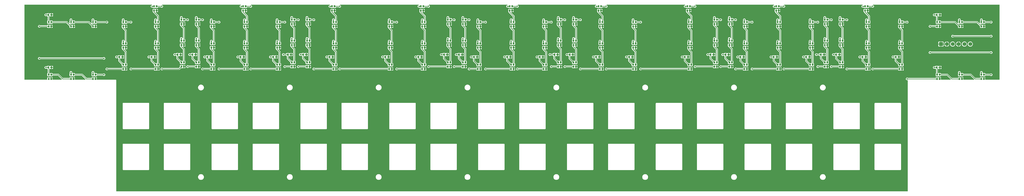
<source format=gtl>
G04 Layer: TopLayer*
G04 EasyEDA v6.5.34, 2023-08-27 23:32:40*
G04 d061e9a780f541beb3afb4a1d4dccede,5a6b42c53f6a479593ecc07194224c93,10*
G04 Gerber Generator version 0.2*
G04 Scale: 100 percent, Rotated: No, Reflected: No *
G04 Dimensions in millimeters *
G04 leading zeros omitted , absolute positions ,4 integer and 5 decimal *
%FSLAX45Y45*%
%MOMM*%

%AMMACRO1*21,1,$1,$2,0,0,$3*%
%ADD10C,0.2540*%
%ADD11R,0.8000X0.9000*%
%ADD12R,0.7000X0.9000*%
%ADD13MACRO1,1.7X1.7X0.0000*%
%ADD14C,1.7000*%
%ADD15C,0.6096*%
%ADD16C,0.0152*%

%LPD*%
G36*
X6132068Y64008D02*
G01*
X6128156Y64769D01*
X6124905Y67005D01*
X6122670Y70256D01*
X6121908Y74168D01*
X6121908Y4888890D01*
X6121095Y4895392D01*
X6119012Y4900930D01*
X6115456Y4906060D01*
X6112459Y4909108D01*
X6108852Y4911750D01*
X6103315Y4914239D01*
X6095847Y4915408D01*
X5294934Y4915408D01*
X5291074Y4916170D01*
X5287772Y4918405D01*
X5285587Y4921656D01*
X5284774Y4925568D01*
X5284774Y4937709D01*
X5236565Y4937709D01*
X5236565Y4925568D01*
X5235803Y4921656D01*
X5233619Y4918405D01*
X5230317Y4916170D01*
X5226405Y4915408D01*
X5221325Y4915408D01*
X5217464Y4916170D01*
X5214162Y4918405D01*
X5211978Y4921656D01*
X5211165Y4925568D01*
X5211165Y4937709D01*
X5184952Y4937709D01*
X5181092Y4938471D01*
X5177790Y4940655D01*
X5175554Y4943957D01*
X5174792Y4947869D01*
X5174792Y4952949D01*
X5175554Y4956810D01*
X5177790Y4960112D01*
X5181092Y4962347D01*
X5184952Y4963109D01*
X5211165Y4963109D01*
X5211165Y5021326D01*
X5189474Y5021326D01*
X5183124Y5020614D01*
X5177688Y5018684D01*
X5174284Y5016550D01*
X5170779Y5015179D01*
X5167020Y5015179D01*
X5163464Y5016550D01*
X5160111Y5018684D01*
X5154625Y5020614D01*
X5148326Y5021326D01*
X5079441Y5021326D01*
X5073142Y5020614D01*
X5067655Y5018684D01*
X5062778Y5015585D01*
X5058664Y5011521D01*
X5055616Y5006594D01*
X5053685Y5001158D01*
X5053330Y4998110D01*
X5052263Y4994554D01*
X5050028Y4991658D01*
X5046878Y4989728D01*
X5043271Y4989068D01*
X4848758Y4989068D01*
X4844846Y4989830D01*
X4841544Y4992065D01*
X4673295Y5160264D01*
X4667097Y5165394D01*
X4660392Y5168950D01*
X4653178Y5171135D01*
X4645152Y5171948D01*
X4342028Y5171948D01*
X4338421Y5172608D01*
X4335272Y5174538D01*
X4333036Y5177434D01*
X4331919Y5180990D01*
X4331563Y5184140D01*
X4329684Y5189626D01*
X4326585Y5194503D01*
X4322521Y5198618D01*
X4317593Y5201666D01*
X4312158Y5203596D01*
X4305808Y5204307D01*
X4236974Y5204307D01*
X4230624Y5203596D01*
X4227982Y5202682D01*
X4223664Y5202174D01*
X4219498Y5203494D01*
X4216298Y5206492D01*
X4214622Y5210505D01*
X4214825Y5214874D01*
X4216908Y5222595D01*
X4217771Y5232400D01*
X4216908Y5242204D01*
X4214368Y5251653D01*
X4210202Y5260594D01*
X4204563Y5268620D01*
X4197654Y5275580D01*
X4189577Y5281218D01*
X4180687Y5285333D01*
X4171187Y5287873D01*
X4161434Y5288737D01*
X4151629Y5287873D01*
X4142130Y5285333D01*
X4133240Y5281218D01*
X4125163Y5275580D01*
X4118254Y5268620D01*
X4112615Y5260594D01*
X4108450Y5251653D01*
X4105910Y5242204D01*
X4105046Y5232400D01*
X4105910Y5222595D01*
X4108450Y5213146D01*
X4110634Y5208422D01*
X4111599Y5204409D01*
X4110888Y5200396D01*
X4108602Y5196941D01*
X4106164Y5194503D01*
X4103115Y5189626D01*
X4101185Y5184140D01*
X4100474Y5177840D01*
X4100474Y5088991D01*
X4101185Y5082641D01*
X4103115Y5077206D01*
X4106164Y5072278D01*
X4110278Y5068214D01*
X4115155Y5065115D01*
X4120642Y5063185D01*
X4126941Y5062474D01*
X4195826Y5062474D01*
X4202125Y5063185D01*
X4207611Y5065115D01*
X4210964Y5067249D01*
X4214520Y5068620D01*
X4218279Y5068620D01*
X4221784Y5067249D01*
X4225188Y5065115D01*
X4230624Y5063185D01*
X4236974Y5062474D01*
X4305808Y5062474D01*
X4312158Y5063185D01*
X4317593Y5065115D01*
X4322521Y5068214D01*
X4326585Y5072278D01*
X4329684Y5077206D01*
X4331563Y5082641D01*
X4331919Y5085689D01*
X4332986Y5089245D01*
X4335272Y5092141D01*
X4338421Y5094071D01*
X4342028Y5094732D01*
X4625441Y5094732D01*
X4629353Y5093970D01*
X4632655Y5091734D01*
X4791659Y4932730D01*
X4793843Y4929479D01*
X4794605Y4925568D01*
X4793843Y4921656D01*
X4791659Y4918405D01*
X4788357Y4916170D01*
X4784445Y4915408D01*
X4342434Y4915408D01*
X4338574Y4916170D01*
X4335272Y4918405D01*
X4333087Y4921656D01*
X4332274Y4925568D01*
X4332274Y4937709D01*
X4284065Y4937709D01*
X4284065Y4925568D01*
X4283303Y4921656D01*
X4281119Y4918405D01*
X4277817Y4916170D01*
X4273905Y4915408D01*
X4268825Y4915408D01*
X4264964Y4916170D01*
X4261662Y4918405D01*
X4259478Y4921656D01*
X4258665Y4925568D01*
X4258665Y4937709D01*
X4232452Y4937709D01*
X4228592Y4938471D01*
X4225290Y4940655D01*
X4223054Y4943957D01*
X4222292Y4947869D01*
X4222292Y4952949D01*
X4223054Y4956810D01*
X4225290Y4960112D01*
X4228592Y4962347D01*
X4232452Y4963109D01*
X4258665Y4963109D01*
X4258665Y5021326D01*
X4236974Y5021326D01*
X4230624Y5020614D01*
X4225188Y5018684D01*
X4221784Y5016550D01*
X4218279Y5015179D01*
X4214520Y5015179D01*
X4210964Y5016550D01*
X4207611Y5018684D01*
X4202125Y5020614D01*
X4195826Y5021326D01*
X4126941Y5021326D01*
X4120642Y5020614D01*
X4115155Y5018684D01*
X4110278Y5015585D01*
X4106164Y5011521D01*
X4103115Y5006594D01*
X4101185Y5001158D01*
X4100829Y4998110D01*
X4099763Y4994554D01*
X4097528Y4991658D01*
X4094378Y4989728D01*
X4090771Y4989068D01*
X3820058Y4989068D01*
X3816146Y4989830D01*
X3812844Y4992065D01*
X3644595Y5160264D01*
X3638397Y5165394D01*
X3631692Y5168950D01*
X3624478Y5171135D01*
X3616451Y5171948D01*
X3376828Y5171948D01*
X3373221Y5172608D01*
X3370072Y5174538D01*
X3367836Y5177434D01*
X3366719Y5180990D01*
X3366363Y5184140D01*
X3364484Y5189626D01*
X3361385Y5194503D01*
X3357321Y5198618D01*
X3352393Y5201666D01*
X3346958Y5203596D01*
X3340608Y5204307D01*
X3271774Y5204307D01*
X3265424Y5203596D01*
X3259988Y5201666D01*
X3256584Y5199583D01*
X3253079Y5198160D01*
X3249320Y5198160D01*
X3245764Y5199583D01*
X3238042Y5204104D01*
X3235655Y5207508D01*
X3234791Y5211572D01*
X3234791Y5376367D01*
X3235604Y5380278D01*
X3237788Y5383580D01*
X3241395Y5387187D01*
X3242614Y5389067D01*
X3245408Y5392013D01*
X3249168Y5393639D01*
X3253232Y5393639D01*
X3256991Y5392013D01*
X3259785Y5389067D01*
X3261004Y5387187D01*
X3265068Y5383072D01*
X3269996Y5380024D01*
X3275431Y5378094D01*
X3281781Y5377383D01*
X3308502Y5377383D01*
X3308502Y5435600D01*
X3257296Y5435600D01*
X3253384Y5436362D01*
X3250082Y5438597D01*
X3247898Y5441848D01*
X3247136Y5445760D01*
X3247136Y5450840D01*
X3247898Y5454751D01*
X3250082Y5458002D01*
X3253384Y5460238D01*
X3257296Y5461000D01*
X3308502Y5461000D01*
X3308502Y5519216D01*
X3281781Y5519216D01*
X3275431Y5518505D01*
X3269996Y5516575D01*
X3265068Y5513527D01*
X3261004Y5509412D01*
X3259785Y5507532D01*
X3256991Y5504586D01*
X3253232Y5502960D01*
X3249168Y5502960D01*
X3245408Y5504586D01*
X3242614Y5507532D01*
X3241395Y5509412D01*
X3237331Y5513527D01*
X3232404Y5516575D01*
X3226968Y5518505D01*
X3220618Y5519216D01*
X3141776Y5519216D01*
X3135477Y5518505D01*
X3129991Y5516575D01*
X3125114Y5513527D01*
X3120999Y5509412D01*
X3117900Y5504535D01*
X3117037Y5502046D01*
X3115208Y5498795D01*
X3112312Y5496458D01*
X3108756Y5495290D01*
X3105048Y5495493D01*
X3092653Y5501233D01*
X3083204Y5503773D01*
X3073400Y5504637D01*
X3063595Y5503773D01*
X3054146Y5501233D01*
X3045206Y5497118D01*
X3037179Y5491480D01*
X3030220Y5484520D01*
X3024581Y5476494D01*
X3020466Y5467553D01*
X3017926Y5458104D01*
X3017062Y5448300D01*
X3017926Y5438495D01*
X3020466Y5429046D01*
X3024581Y5420106D01*
X3030220Y5412079D01*
X3037179Y5405120D01*
X3045206Y5399481D01*
X3054146Y5395366D01*
X3063595Y5392826D01*
X3073400Y5391962D01*
X3083204Y5392826D01*
X3092653Y5395366D01*
X3105048Y5401106D01*
X3108756Y5401310D01*
X3112312Y5400141D01*
X3115208Y5397804D01*
X3117037Y5394553D01*
X3117900Y5392064D01*
X3120999Y5387187D01*
X3125114Y5383072D01*
X3129991Y5380024D01*
X3135477Y5378094D01*
X3141776Y5377383D01*
X3147466Y5377383D01*
X3151327Y5376621D01*
X3154629Y5374436D01*
X3156813Y5371134D01*
X3157575Y5367223D01*
X3157575Y5211572D01*
X3156762Y5207508D01*
X3154375Y5204104D01*
X3149955Y5201666D01*
X3145078Y5198618D01*
X3140964Y5194503D01*
X3137916Y5189626D01*
X3135985Y5184140D01*
X3135274Y5177840D01*
X3135274Y5088991D01*
X3135985Y5082641D01*
X3137916Y5077206D01*
X3140964Y5072278D01*
X3145078Y5068214D01*
X3149955Y5065115D01*
X3155442Y5063185D01*
X3161741Y5062474D01*
X3230626Y5062474D01*
X3236925Y5063185D01*
X3242411Y5065115D01*
X3245764Y5067249D01*
X3249320Y5068620D01*
X3253079Y5068620D01*
X3256584Y5067249D01*
X3259988Y5065115D01*
X3265424Y5063185D01*
X3271774Y5062474D01*
X3340608Y5062474D01*
X3346958Y5063185D01*
X3352393Y5065115D01*
X3357321Y5068214D01*
X3361385Y5072278D01*
X3364484Y5077206D01*
X3366363Y5082641D01*
X3366719Y5085689D01*
X3367786Y5089245D01*
X3370072Y5092141D01*
X3373221Y5094071D01*
X3376828Y5094732D01*
X3596741Y5094732D01*
X3600653Y5093970D01*
X3603955Y5091734D01*
X3762959Y4932730D01*
X3765143Y4929479D01*
X3765905Y4925568D01*
X3765143Y4921656D01*
X3762959Y4918405D01*
X3759657Y4916170D01*
X3755745Y4915408D01*
X3377234Y4915408D01*
X3373374Y4916170D01*
X3370072Y4918405D01*
X3367887Y4921656D01*
X3367074Y4925568D01*
X3367074Y4937709D01*
X3318865Y4937709D01*
X3318865Y4925568D01*
X3318103Y4921656D01*
X3315919Y4918405D01*
X3312617Y4916170D01*
X3308705Y4915408D01*
X3303625Y4915408D01*
X3299764Y4916170D01*
X3296462Y4918405D01*
X3294278Y4921656D01*
X3293465Y4925568D01*
X3293465Y4937709D01*
X3267252Y4937709D01*
X3263392Y4938471D01*
X3260090Y4940655D01*
X3257854Y4943957D01*
X3257092Y4947869D01*
X3257092Y4952949D01*
X3257854Y4956810D01*
X3260090Y4960112D01*
X3263392Y4962347D01*
X3267252Y4963109D01*
X3293465Y4963109D01*
X3293465Y5021326D01*
X3271774Y5021326D01*
X3265424Y5020614D01*
X3259988Y5018684D01*
X3256584Y5016550D01*
X3253079Y5015179D01*
X3249320Y5015179D01*
X3245764Y5016550D01*
X3242411Y5018684D01*
X3236925Y5020614D01*
X3230626Y5021326D01*
X3161741Y5021326D01*
X3155442Y5020614D01*
X3149955Y5018684D01*
X3145078Y5015585D01*
X3140964Y5011521D01*
X3137916Y5006594D01*
X3135985Y5001158D01*
X3135274Y4994808D01*
X3135274Y4925568D01*
X3134512Y4921656D01*
X3132328Y4918405D01*
X3129026Y4916170D01*
X3125114Y4915408D01*
X2156968Y4915408D01*
X2153056Y4916170D01*
X2149805Y4918405D01*
X2147570Y4921656D01*
X2146808Y4925568D01*
X2146808Y8168131D01*
X2147570Y8172043D01*
X2149805Y8175294D01*
X2153056Y8177530D01*
X2156968Y8178292D01*
X7659217Y8178292D01*
X7663281Y8177428D01*
X7666685Y8175040D01*
X7668818Y8171484D01*
X7669377Y8167370D01*
X7668209Y8163407D01*
X7665567Y8160207D01*
X7661859Y8158327D01*
X7651546Y8155533D01*
X7642606Y8151418D01*
X7634579Y8145780D01*
X7627620Y8138820D01*
X7621981Y8130794D01*
X7617866Y8121853D01*
X7615326Y8112404D01*
X7614462Y8102600D01*
X7615326Y8092795D01*
X7617866Y8083346D01*
X7621981Y8074406D01*
X7627620Y8066379D01*
X7634579Y8059420D01*
X7642606Y8053781D01*
X7651546Y8049666D01*
X7660995Y8047126D01*
X7670800Y8046262D01*
X7680604Y8047126D01*
X7688580Y8049259D01*
X7692847Y8049463D01*
X7696809Y8047888D01*
X7700264Y8044078D01*
X7704378Y8040014D01*
X7709255Y8036915D01*
X7714742Y8034985D01*
X7721041Y8034274D01*
X7789925Y8034274D01*
X7796225Y8034985D01*
X7801711Y8036915D01*
X7805064Y8039049D01*
X7808620Y8040420D01*
X7812379Y8040420D01*
X7815884Y8039049D01*
X7819288Y8036915D01*
X7824724Y8034985D01*
X7831074Y8034274D01*
X7899908Y8034274D01*
X7906258Y8034985D01*
X7911693Y8036915D01*
X7916621Y8040014D01*
X7920685Y8044078D01*
X7923784Y8049006D01*
X7925663Y8054441D01*
X7926019Y8057489D01*
X7927086Y8061045D01*
X7929372Y8063941D01*
X7932521Y8065871D01*
X7936128Y8066531D01*
X8044891Y8066531D01*
X8048802Y8065770D01*
X8052104Y8063534D01*
X8053679Y8061959D01*
X8061706Y8056321D01*
X8070646Y8052206D01*
X8080095Y8049666D01*
X8089900Y8048802D01*
X8099704Y8049666D01*
X8109153Y8052206D01*
X8118094Y8056321D01*
X8126120Y8061959D01*
X8133080Y8068919D01*
X8138718Y8076946D01*
X8142833Y8085886D01*
X8145373Y8095335D01*
X8146237Y8105140D01*
X8145373Y8114944D01*
X8142833Y8124393D01*
X8138718Y8133334D01*
X8133080Y8141360D01*
X8126120Y8148320D01*
X8118094Y8153958D01*
X8104631Y8160207D01*
X8101990Y8163407D01*
X8100822Y8167370D01*
X8101380Y8171484D01*
X8103514Y8175040D01*
X8106867Y8177428D01*
X8110931Y8178292D01*
X11507317Y8178292D01*
X11511381Y8177428D01*
X11514785Y8175040D01*
X11516918Y8171484D01*
X11517477Y8167370D01*
X11516309Y8163407D01*
X11513667Y8160207D01*
X11509959Y8158327D01*
X11499646Y8155533D01*
X11490706Y8151418D01*
X11482679Y8145780D01*
X11475720Y8138820D01*
X11470081Y8130794D01*
X11465966Y8121853D01*
X11463426Y8112404D01*
X11462562Y8102600D01*
X11463426Y8092795D01*
X11465966Y8083346D01*
X11470081Y8074406D01*
X11475720Y8066379D01*
X11482679Y8059420D01*
X11490706Y8053781D01*
X11499646Y8049666D01*
X11509095Y8047126D01*
X11518900Y8046262D01*
X11528704Y8047126D01*
X11536680Y8049259D01*
X11540947Y8049463D01*
X11544909Y8047888D01*
X11548364Y8044078D01*
X11552478Y8040014D01*
X11557355Y8036915D01*
X11562842Y8034985D01*
X11569141Y8034274D01*
X11638026Y8034274D01*
X11644325Y8034985D01*
X11649811Y8036915D01*
X11653164Y8039049D01*
X11656720Y8040420D01*
X11660479Y8040420D01*
X11663984Y8039049D01*
X11667388Y8036915D01*
X11672824Y8034985D01*
X11679174Y8034274D01*
X11748008Y8034274D01*
X11754358Y8034985D01*
X11759793Y8036915D01*
X11764721Y8040014D01*
X11768785Y8044078D01*
X11771884Y8049006D01*
X11773763Y8054441D01*
X11774119Y8057489D01*
X11775186Y8061045D01*
X11777472Y8063941D01*
X11780621Y8065871D01*
X11784228Y8066531D01*
X11892991Y8066531D01*
X11896902Y8065770D01*
X11900204Y8063534D01*
X11901779Y8061959D01*
X11909806Y8056321D01*
X11918746Y8052206D01*
X11928195Y8049666D01*
X11938000Y8048802D01*
X11947804Y8049666D01*
X11957253Y8052206D01*
X11966194Y8056321D01*
X11974220Y8061959D01*
X11981180Y8068919D01*
X11986818Y8076946D01*
X11990933Y8085886D01*
X11993473Y8095335D01*
X11994337Y8105140D01*
X11993473Y8114944D01*
X11990933Y8124393D01*
X11986818Y8133334D01*
X11981180Y8141360D01*
X11974220Y8148320D01*
X11966194Y8153958D01*
X11952732Y8160207D01*
X11950090Y8163407D01*
X11948922Y8167370D01*
X11949480Y8171484D01*
X11951614Y8175040D01*
X11954967Y8177428D01*
X11959031Y8178292D01*
X15355417Y8178292D01*
X15359481Y8177428D01*
X15362885Y8175040D01*
X15365018Y8171484D01*
X15365577Y8167370D01*
X15364409Y8163407D01*
X15361767Y8160207D01*
X15358059Y8158327D01*
X15347746Y8155533D01*
X15338806Y8151418D01*
X15330779Y8145780D01*
X15323819Y8138820D01*
X15318181Y8130794D01*
X15314066Y8121853D01*
X15311526Y8112404D01*
X15310662Y8102600D01*
X15311526Y8092795D01*
X15314066Y8083346D01*
X15318181Y8074406D01*
X15323819Y8066379D01*
X15330779Y8059420D01*
X15338806Y8053781D01*
X15347746Y8049666D01*
X15357195Y8047126D01*
X15367000Y8046262D01*
X15376804Y8047126D01*
X15384780Y8049259D01*
X15389047Y8049463D01*
X15393009Y8047888D01*
X15396463Y8044078D01*
X15400578Y8040014D01*
X15405455Y8036915D01*
X15410942Y8034985D01*
X15417241Y8034274D01*
X15486126Y8034274D01*
X15492425Y8034985D01*
X15497911Y8036915D01*
X15501264Y8039049D01*
X15504820Y8040420D01*
X15508579Y8040420D01*
X15512084Y8039049D01*
X15515488Y8036915D01*
X15520924Y8034985D01*
X15527274Y8034274D01*
X15596107Y8034274D01*
X15602457Y8034985D01*
X15607893Y8036915D01*
X15612821Y8040014D01*
X15616885Y8044078D01*
X15619984Y8049006D01*
X15621863Y8054441D01*
X15622219Y8057489D01*
X15623286Y8061045D01*
X15625572Y8063941D01*
X15628721Y8065871D01*
X15632328Y8066531D01*
X15741091Y8066531D01*
X15745002Y8065770D01*
X15748304Y8063534D01*
X15749879Y8061959D01*
X15757906Y8056321D01*
X15766846Y8052206D01*
X15776295Y8049666D01*
X15786100Y8048802D01*
X15795904Y8049666D01*
X15805353Y8052206D01*
X15814294Y8056321D01*
X15822320Y8061959D01*
X15829280Y8068919D01*
X15834918Y8076946D01*
X15839033Y8085886D01*
X15841573Y8095335D01*
X15842437Y8105140D01*
X15841573Y8114944D01*
X15839033Y8124393D01*
X15834918Y8133334D01*
X15829280Y8141360D01*
X15822320Y8148320D01*
X15814294Y8153958D01*
X15800832Y8160207D01*
X15798190Y8163407D01*
X15797022Y8167370D01*
X15797580Y8171484D01*
X15799714Y8175040D01*
X15803067Y8177428D01*
X15807131Y8178292D01*
X19203517Y8178292D01*
X19207581Y8177428D01*
X19210985Y8175040D01*
X19213118Y8171484D01*
X19213677Y8167370D01*
X19212509Y8163407D01*
X19209867Y8160207D01*
X19206159Y8158327D01*
X19195846Y8155533D01*
X19186906Y8151418D01*
X19178879Y8145780D01*
X19171920Y8138820D01*
X19166281Y8130794D01*
X19162166Y8121853D01*
X19159626Y8112404D01*
X19158762Y8102600D01*
X19159626Y8092795D01*
X19162166Y8083346D01*
X19166281Y8074406D01*
X19171920Y8066379D01*
X19178879Y8059420D01*
X19186906Y8053781D01*
X19195846Y8049666D01*
X19205295Y8047126D01*
X19215100Y8046262D01*
X19224904Y8047126D01*
X19228663Y8048142D01*
X19232270Y8048447D01*
X19235724Y8047481D01*
X19238620Y8045348D01*
X19243852Y8039963D01*
X19248678Y8036915D01*
X19254114Y8034985D01*
X19260464Y8034274D01*
X19329298Y8034274D01*
X19335648Y8034985D01*
X19341084Y8036915D01*
X19344487Y8039049D01*
X19347992Y8040420D01*
X19351752Y8040420D01*
X19355308Y8039049D01*
X19358660Y8036915D01*
X19364147Y8034985D01*
X19370446Y8034274D01*
X19439331Y8034274D01*
X19445630Y8034985D01*
X19451116Y8036915D01*
X19455993Y8040014D01*
X19460108Y8044078D01*
X19463156Y8049006D01*
X19465086Y8054441D01*
X19465442Y8057489D01*
X19466509Y8061045D01*
X19468744Y8063941D01*
X19471894Y8065871D01*
X19475500Y8066531D01*
X19584314Y8066531D01*
X19588175Y8065770D01*
X19591477Y8063534D01*
X19593052Y8061959D01*
X19601129Y8056321D01*
X19610019Y8052206D01*
X19619518Y8049666D01*
X19629323Y8048802D01*
X19639076Y8049666D01*
X19648576Y8052206D01*
X19657466Y8056321D01*
X19665543Y8061959D01*
X19672452Y8068919D01*
X19678091Y8076946D01*
X19682256Y8085886D01*
X19684796Y8095335D01*
X19685660Y8105140D01*
X19684796Y8114944D01*
X19682256Y8124393D01*
X19678091Y8133334D01*
X19672452Y8141360D01*
X19665543Y8148320D01*
X19657466Y8153958D01*
X19644004Y8160207D01*
X19641362Y8163407D01*
X19640245Y8167370D01*
X19640753Y8171484D01*
X19642886Y8175040D01*
X19646290Y8177428D01*
X19650354Y8178292D01*
X23038917Y8178292D01*
X23042981Y8177428D01*
X23046385Y8175040D01*
X23048518Y8171484D01*
X23049077Y8167370D01*
X23047909Y8163407D01*
X23045267Y8160207D01*
X23041559Y8158327D01*
X23031246Y8155533D01*
X23022306Y8151418D01*
X23014279Y8145780D01*
X23007320Y8138820D01*
X23001681Y8130794D01*
X22997566Y8121853D01*
X22995026Y8112404D01*
X22994162Y8102600D01*
X22995026Y8092795D01*
X22997566Y8083346D01*
X23001681Y8074406D01*
X23007320Y8066379D01*
X23014279Y8059420D01*
X23022306Y8053781D01*
X23031246Y8049666D01*
X23040695Y8047126D01*
X23050500Y8046262D01*
X23060304Y8047126D01*
X23070616Y8049869D01*
X23074731Y8050123D01*
X23078592Y8048701D01*
X23081589Y8045907D01*
X23082707Y8044281D01*
X23086974Y8040014D01*
X23091902Y8036915D01*
X23097337Y8034985D01*
X23103687Y8034274D01*
X23172521Y8034274D01*
X23178871Y8034985D01*
X23184307Y8036915D01*
X23187710Y8039049D01*
X23191216Y8040420D01*
X23194975Y8040420D01*
X23198531Y8039049D01*
X23201884Y8036915D01*
X23207370Y8034985D01*
X23213669Y8034274D01*
X23282554Y8034274D01*
X23288853Y8034985D01*
X23294340Y8036915D01*
X23299216Y8040014D01*
X23303331Y8044078D01*
X23306379Y8049006D01*
X23308310Y8054441D01*
X23308665Y8057489D01*
X23309732Y8061045D01*
X23311967Y8063941D01*
X23315117Y8065871D01*
X23318724Y8066531D01*
X23427537Y8066531D01*
X23431398Y8065770D01*
X23434700Y8063534D01*
X23436275Y8061959D01*
X23444352Y8056321D01*
X23453242Y8052206D01*
X23462742Y8049666D01*
X23472546Y8048802D01*
X23482300Y8049666D01*
X23491799Y8052206D01*
X23500689Y8056321D01*
X23508766Y8061959D01*
X23515675Y8068919D01*
X23521314Y8076946D01*
X23525480Y8085886D01*
X23528020Y8095335D01*
X23528883Y8105140D01*
X23528020Y8114944D01*
X23525480Y8124393D01*
X23521314Y8133334D01*
X23515675Y8141360D01*
X23508766Y8148320D01*
X23500689Y8153958D01*
X23487227Y8160207D01*
X23484586Y8163407D01*
X23483468Y8167370D01*
X23483976Y8171484D01*
X23486110Y8175040D01*
X23489513Y8177428D01*
X23493577Y8178292D01*
X26874317Y8178292D01*
X26878381Y8177428D01*
X26881785Y8175040D01*
X26883918Y8171484D01*
X26884477Y8167370D01*
X26883309Y8163407D01*
X26880667Y8160207D01*
X26876959Y8158327D01*
X26866646Y8155533D01*
X26857706Y8151418D01*
X26849679Y8145780D01*
X26842720Y8138820D01*
X26837081Y8130794D01*
X26832966Y8121853D01*
X26830426Y8112404D01*
X26829562Y8102600D01*
X26830426Y8092795D01*
X26832966Y8083346D01*
X26837081Y8074406D01*
X26842720Y8066379D01*
X26849679Y8059420D01*
X26857706Y8053781D01*
X26866646Y8049666D01*
X26876095Y8047126D01*
X26885900Y8046262D01*
X26895704Y8047126D01*
X26905153Y8049666D01*
X26910538Y8052155D01*
X26914043Y8053070D01*
X26917700Y8052663D01*
X26920952Y8051038D01*
X26923441Y8048345D01*
X26926082Y8044078D01*
X26930197Y8040014D01*
X26935074Y8036915D01*
X26940560Y8034985D01*
X26946860Y8034274D01*
X27015744Y8034274D01*
X27022044Y8034985D01*
X27027530Y8036915D01*
X27030883Y8039049D01*
X27034439Y8040420D01*
X27038198Y8040420D01*
X27041703Y8039049D01*
X27045107Y8036915D01*
X27050542Y8034985D01*
X27056892Y8034274D01*
X27125726Y8034274D01*
X27132076Y8034985D01*
X27137512Y8036915D01*
X27142439Y8040014D01*
X27146503Y8044078D01*
X27149602Y8049006D01*
X27151482Y8054441D01*
X27151838Y8057489D01*
X27152904Y8061045D01*
X27155190Y8063941D01*
X27158340Y8065871D01*
X27161947Y8066531D01*
X27270710Y8066531D01*
X27274621Y8065770D01*
X27277923Y8063534D01*
X27279498Y8061959D01*
X27287524Y8056321D01*
X27296465Y8052206D01*
X27305914Y8049666D01*
X27315718Y8048802D01*
X27325523Y8049666D01*
X27334972Y8052206D01*
X27343912Y8056321D01*
X27351939Y8061959D01*
X27358898Y8068919D01*
X27364537Y8076946D01*
X27368652Y8085886D01*
X27371192Y8095335D01*
X27372056Y8105140D01*
X27371192Y8114944D01*
X27368652Y8124393D01*
X27364537Y8133334D01*
X27358898Y8141360D01*
X27351939Y8148320D01*
X27343912Y8153958D01*
X27330450Y8160207D01*
X27327809Y8163407D01*
X27326640Y8167370D01*
X27327199Y8171484D01*
X27329333Y8175040D01*
X27332686Y8177428D01*
X27336750Y8178292D01*
X30722417Y8178292D01*
X30726481Y8177428D01*
X30729885Y8175040D01*
X30732018Y8171484D01*
X30732577Y8167370D01*
X30731409Y8163407D01*
X30728767Y8160207D01*
X30725059Y8158327D01*
X30714746Y8155533D01*
X30705806Y8151418D01*
X30697779Y8145780D01*
X30690820Y8138820D01*
X30685181Y8130794D01*
X30681066Y8121853D01*
X30678526Y8112404D01*
X30677662Y8102600D01*
X30678526Y8092795D01*
X30681066Y8083346D01*
X30685181Y8074406D01*
X30690820Y8066379D01*
X30697779Y8059420D01*
X30705806Y8053781D01*
X30714746Y8049666D01*
X30724195Y8047126D01*
X30734000Y8046262D01*
X30743804Y8047126D01*
X30753253Y8049666D01*
X30758384Y8051292D01*
X30761990Y8050936D01*
X30765292Y8049259D01*
X30767731Y8046567D01*
X30769306Y8044078D01*
X30773370Y8040014D01*
X30778297Y8036915D01*
X30783733Y8034985D01*
X30790083Y8034274D01*
X30858917Y8034274D01*
X30865267Y8034985D01*
X30870702Y8036915D01*
X30874106Y8039049D01*
X30877611Y8040420D01*
X30881370Y8040420D01*
X30884926Y8039049D01*
X30888279Y8036915D01*
X30893765Y8034985D01*
X30900065Y8034274D01*
X30968950Y8034274D01*
X30975249Y8034985D01*
X30980735Y8036915D01*
X30985612Y8040014D01*
X30989727Y8044078D01*
X30992775Y8049006D01*
X30994705Y8054441D01*
X30995061Y8057489D01*
X30996127Y8061045D01*
X30998363Y8063941D01*
X31001512Y8065871D01*
X31005119Y8066531D01*
X31113933Y8066531D01*
X31117794Y8065770D01*
X31121096Y8063534D01*
X31122670Y8061959D01*
X31130748Y8056321D01*
X31139638Y8052206D01*
X31149137Y8049666D01*
X31158942Y8048802D01*
X31168695Y8049666D01*
X31178195Y8052206D01*
X31187085Y8056321D01*
X31195162Y8061959D01*
X31202071Y8068919D01*
X31207710Y8076946D01*
X31211875Y8085886D01*
X31214415Y8095335D01*
X31215279Y8105140D01*
X31214415Y8114944D01*
X31211875Y8124393D01*
X31207710Y8133334D01*
X31202071Y8141360D01*
X31195162Y8148320D01*
X31187085Y8153958D01*
X31173623Y8160207D01*
X31170981Y8163407D01*
X31169864Y8167370D01*
X31170372Y8171484D01*
X31172505Y8175040D01*
X31175909Y8177428D01*
X31179973Y8178292D01*
X34570517Y8178292D01*
X34574581Y8177428D01*
X34577985Y8175040D01*
X34580118Y8171484D01*
X34580677Y8167370D01*
X34579509Y8163407D01*
X34576867Y8160207D01*
X34573159Y8158327D01*
X34562846Y8155533D01*
X34553906Y8151418D01*
X34545879Y8145780D01*
X34538920Y8138820D01*
X34533281Y8130794D01*
X34529166Y8121853D01*
X34526626Y8112404D01*
X34525762Y8102600D01*
X34526626Y8092795D01*
X34529166Y8083346D01*
X34533281Y8074406D01*
X34538920Y8066379D01*
X34545879Y8059420D01*
X34553906Y8053781D01*
X34562846Y8049666D01*
X34572295Y8047126D01*
X34582100Y8046262D01*
X34591904Y8047126D01*
X34600642Y8049463D01*
X34604909Y8049666D01*
X34608922Y8048091D01*
X34612478Y8044078D01*
X34616593Y8040014D01*
X34621470Y8036915D01*
X34626956Y8034985D01*
X34633255Y8034274D01*
X34702140Y8034274D01*
X34708439Y8034985D01*
X34713926Y8036915D01*
X34717278Y8039049D01*
X34720834Y8040420D01*
X34724594Y8040420D01*
X34728099Y8039049D01*
X34731502Y8036915D01*
X34736938Y8034985D01*
X34743288Y8034274D01*
X34812122Y8034274D01*
X34818472Y8034985D01*
X34823908Y8036915D01*
X34828835Y8040014D01*
X34832899Y8044078D01*
X34835998Y8049006D01*
X34837878Y8054441D01*
X34838233Y8057489D01*
X34839300Y8061045D01*
X34841586Y8063941D01*
X34844736Y8065871D01*
X34848342Y8066531D01*
X34957105Y8066531D01*
X34961017Y8065770D01*
X34964319Y8063534D01*
X34965894Y8061959D01*
X34973920Y8056321D01*
X34982861Y8052206D01*
X34992310Y8049666D01*
X35002114Y8048802D01*
X35011918Y8049666D01*
X35021367Y8052206D01*
X35030308Y8056321D01*
X35038334Y8061959D01*
X35045294Y8068919D01*
X35050933Y8076946D01*
X35055048Y8085886D01*
X35057588Y8095335D01*
X35058451Y8105140D01*
X35057588Y8114944D01*
X35055048Y8124393D01*
X35050933Y8133334D01*
X35045294Y8141360D01*
X35038334Y8148320D01*
X35030308Y8153958D01*
X35016846Y8160207D01*
X35014204Y8163407D01*
X35013036Y8167370D01*
X35013595Y8171484D01*
X35015728Y8175040D01*
X35019081Y8177428D01*
X35023145Y8178292D01*
X38405917Y8178292D01*
X38409981Y8177428D01*
X38413385Y8175040D01*
X38415518Y8171484D01*
X38416077Y8167370D01*
X38414909Y8163407D01*
X38412267Y8160207D01*
X38408559Y8158327D01*
X38398246Y8155533D01*
X38389306Y8151418D01*
X38381279Y8145780D01*
X38374320Y8138820D01*
X38368681Y8130794D01*
X38364566Y8121853D01*
X38362026Y8112404D01*
X38361162Y8102600D01*
X38362026Y8092795D01*
X38364566Y8083346D01*
X38368681Y8074406D01*
X38374320Y8066379D01*
X38381279Y8059420D01*
X38389306Y8053781D01*
X38398246Y8049666D01*
X38407695Y8047126D01*
X38417500Y8046262D01*
X38427304Y8047126D01*
X38436753Y8049666D01*
X38440563Y8051444D01*
X38444119Y8052358D01*
X38447726Y8051952D01*
X38451028Y8050326D01*
X38453466Y8047634D01*
X38455701Y8044078D01*
X38459765Y8040014D01*
X38464693Y8036915D01*
X38470128Y8034985D01*
X38476478Y8034274D01*
X38545312Y8034274D01*
X38551662Y8034985D01*
X38557098Y8036915D01*
X38560502Y8039049D01*
X38564007Y8040420D01*
X38567766Y8040420D01*
X38571322Y8039049D01*
X38574675Y8036915D01*
X38580161Y8034985D01*
X38586460Y8034274D01*
X38655345Y8034274D01*
X38661644Y8034985D01*
X38667131Y8036915D01*
X38672008Y8040014D01*
X38676122Y8044078D01*
X38679170Y8049006D01*
X38681101Y8054441D01*
X38681456Y8057489D01*
X38682523Y8061045D01*
X38684758Y8063941D01*
X38687908Y8065871D01*
X38691515Y8066531D01*
X38800328Y8066531D01*
X38804189Y8065770D01*
X38807491Y8063534D01*
X38809066Y8061959D01*
X38817143Y8056321D01*
X38826033Y8052206D01*
X38835533Y8049666D01*
X38845337Y8048802D01*
X38855091Y8049666D01*
X38864590Y8052206D01*
X38873480Y8056321D01*
X38881558Y8061959D01*
X38888466Y8068919D01*
X38894105Y8076946D01*
X38898271Y8085886D01*
X38900811Y8095335D01*
X38901674Y8105140D01*
X38900811Y8114944D01*
X38898271Y8124393D01*
X38894105Y8133334D01*
X38888466Y8141360D01*
X38881558Y8148320D01*
X38873480Y8153958D01*
X38860018Y8160207D01*
X38857377Y8163407D01*
X38856259Y8167370D01*
X38856767Y8171484D01*
X38858901Y8175040D01*
X38862304Y8177428D01*
X38866368Y8178292D01*
X44325032Y8178292D01*
X44328943Y8177530D01*
X44332194Y8175294D01*
X44334430Y8172043D01*
X44335192Y8168131D01*
X44335192Y4925568D01*
X44334430Y4921656D01*
X44332194Y4918405D01*
X44328943Y4916170D01*
X44325032Y4915408D01*
X43726963Y4915408D01*
X43723052Y4916170D01*
X43719800Y4918405D01*
X43717565Y4921656D01*
X43716803Y4925568D01*
X43716803Y4937709D01*
X43668594Y4937709D01*
X43668594Y4925568D01*
X43667832Y4921656D01*
X43665597Y4918405D01*
X43662295Y4916170D01*
X43658434Y4915408D01*
X43653354Y4915408D01*
X43649442Y4916170D01*
X43646191Y4918405D01*
X43643956Y4921656D01*
X43643194Y4925568D01*
X43643194Y4937709D01*
X43616981Y4937709D01*
X43613070Y4938471D01*
X43609768Y4940655D01*
X43607583Y4943957D01*
X43606821Y4947869D01*
X43606821Y4952949D01*
X43607583Y4956810D01*
X43609768Y4960112D01*
X43613070Y4962347D01*
X43616981Y4963109D01*
X43643194Y4963109D01*
X43643194Y5021326D01*
X43621452Y5021326D01*
X43615152Y5020614D01*
X43609666Y5018684D01*
X43606313Y5016550D01*
X43602757Y5015179D01*
X43598998Y5015179D01*
X43595493Y5016550D01*
X43592089Y5018684D01*
X43586654Y5020614D01*
X43580304Y5021326D01*
X43511470Y5021326D01*
X43505120Y5020614D01*
X43499684Y5018684D01*
X43494756Y5015585D01*
X43490692Y5011521D01*
X43487594Y5006594D01*
X43485714Y5001158D01*
X43485358Y4998110D01*
X43484292Y4994554D01*
X43482006Y4991658D01*
X43478856Y4989728D01*
X43475249Y4989068D01*
X43291658Y4989068D01*
X43287746Y4989830D01*
X43284444Y4992065D01*
X43116195Y5160264D01*
X43109997Y5165394D01*
X43103292Y5168950D01*
X43096078Y5171135D01*
X43088052Y5171948D01*
X42774057Y5171948D01*
X42770399Y5172608D01*
X42767250Y5174538D01*
X42765014Y5177434D01*
X42763948Y5180990D01*
X42763592Y5184140D01*
X42761662Y5189626D01*
X42758614Y5194503D01*
X42754499Y5198618D01*
X42749622Y5201666D01*
X42744136Y5203596D01*
X42737836Y5204307D01*
X42668952Y5204307D01*
X42662652Y5203596D01*
X42660011Y5202682D01*
X42655642Y5202174D01*
X42651527Y5203494D01*
X42648276Y5206492D01*
X42646650Y5210505D01*
X42646854Y5214874D01*
X42648886Y5222595D01*
X42649749Y5232400D01*
X42648886Y5242204D01*
X42646346Y5251653D01*
X42642231Y5260594D01*
X42636592Y5268620D01*
X42629632Y5275580D01*
X42621606Y5281218D01*
X42612665Y5285333D01*
X42603216Y5287873D01*
X42593412Y5288737D01*
X42583608Y5287873D01*
X42574159Y5285333D01*
X42565218Y5281218D01*
X42557192Y5275580D01*
X42550232Y5268620D01*
X42544593Y5260594D01*
X42540478Y5251653D01*
X42537938Y5242204D01*
X42537075Y5232400D01*
X42537938Y5222595D01*
X42540478Y5213146D01*
X42542663Y5208422D01*
X42543577Y5204409D01*
X42542866Y5200396D01*
X42540631Y5196941D01*
X42538192Y5194503D01*
X42535094Y5189626D01*
X42533214Y5184140D01*
X42532503Y5177840D01*
X42532503Y5088991D01*
X42533214Y5082641D01*
X42535094Y5077206D01*
X42538192Y5072278D01*
X42542256Y5068214D01*
X42547184Y5065115D01*
X42552620Y5063185D01*
X42558970Y5062474D01*
X42627804Y5062474D01*
X42634154Y5063185D01*
X42639589Y5065115D01*
X42642993Y5067249D01*
X42646498Y5068620D01*
X42650257Y5068620D01*
X42653813Y5067249D01*
X42657166Y5065115D01*
X42662652Y5063185D01*
X42668952Y5062474D01*
X42737836Y5062474D01*
X42744136Y5063185D01*
X42749622Y5065115D01*
X42754499Y5068214D01*
X42758614Y5072278D01*
X42761662Y5077206D01*
X42763592Y5082641D01*
X42763948Y5085689D01*
X42765014Y5089245D01*
X42767250Y5092141D01*
X42770399Y5094071D01*
X42774006Y5094732D01*
X43068341Y5094732D01*
X43072253Y5093970D01*
X43075555Y5091734D01*
X43234559Y4932730D01*
X43236743Y4929479D01*
X43237505Y4925568D01*
X43236743Y4921656D01*
X43234559Y4918405D01*
X43231257Y4916170D01*
X43227345Y4915408D01*
X42774463Y4915408D01*
X42770552Y4916170D01*
X42767300Y4918405D01*
X42765065Y4921656D01*
X42764303Y4925568D01*
X42764303Y4937709D01*
X42716094Y4937709D01*
X42716094Y4925568D01*
X42715332Y4921656D01*
X42713097Y4918405D01*
X42709795Y4916170D01*
X42705934Y4915408D01*
X42700854Y4915408D01*
X42696942Y4916170D01*
X42693691Y4918405D01*
X42691456Y4921656D01*
X42690694Y4925568D01*
X42690694Y4937709D01*
X42664481Y4937709D01*
X42660570Y4938471D01*
X42657268Y4940655D01*
X42655083Y4943957D01*
X42654321Y4947869D01*
X42654321Y4952949D01*
X42655083Y4956810D01*
X42657268Y4960112D01*
X42660570Y4962347D01*
X42664481Y4963109D01*
X42690694Y4963109D01*
X42690694Y5021326D01*
X42668952Y5021326D01*
X42662652Y5020614D01*
X42657166Y5018684D01*
X42653813Y5016550D01*
X42650257Y5015179D01*
X42646498Y5015179D01*
X42642993Y5016550D01*
X42639589Y5018684D01*
X42634154Y5020614D01*
X42627804Y5021326D01*
X42558970Y5021326D01*
X42552620Y5020614D01*
X42547184Y5018684D01*
X42542256Y5015585D01*
X42538192Y5011521D01*
X42535094Y5006594D01*
X42533214Y5001158D01*
X42532858Y4998110D01*
X42531792Y4994554D01*
X42529506Y4991658D01*
X42526356Y4989728D01*
X42522749Y4989068D01*
X42275658Y4989068D01*
X42271746Y4989830D01*
X42268444Y4992065D01*
X42100195Y5160264D01*
X42093997Y5165394D01*
X42087292Y5168950D01*
X42080078Y5171135D01*
X42072052Y5171948D01*
X41808857Y5171948D01*
X41805199Y5172608D01*
X41802050Y5174538D01*
X41799814Y5177434D01*
X41798748Y5180990D01*
X41798392Y5184140D01*
X41796462Y5189626D01*
X41793414Y5194503D01*
X41789299Y5198618D01*
X41784422Y5201666D01*
X41778936Y5203596D01*
X41772636Y5204307D01*
X41703752Y5204307D01*
X41697452Y5203596D01*
X41691966Y5201666D01*
X41688613Y5199583D01*
X41685057Y5198160D01*
X41681298Y5198160D01*
X41677793Y5199583D01*
X41670071Y5204104D01*
X41667684Y5207508D01*
X41666820Y5211572D01*
X41666820Y5376367D01*
X41667582Y5380278D01*
X41669817Y5383580D01*
X41673424Y5387187D01*
X41674592Y5389067D01*
X41677437Y5392013D01*
X41681146Y5393639D01*
X41685260Y5393639D01*
X41688969Y5392013D01*
X41691814Y5389067D01*
X41692982Y5387187D01*
X41697097Y5383072D01*
X41701974Y5380024D01*
X41707460Y5378094D01*
X41713759Y5377383D01*
X41740480Y5377383D01*
X41740480Y5435600D01*
X41689274Y5435600D01*
X41685413Y5436362D01*
X41682111Y5438597D01*
X41679876Y5441848D01*
X41679114Y5445760D01*
X41679114Y5450840D01*
X41679876Y5454751D01*
X41682111Y5458002D01*
X41685413Y5460238D01*
X41689274Y5461000D01*
X41740480Y5461000D01*
X41740480Y5519216D01*
X41713759Y5519216D01*
X41707460Y5518505D01*
X41701974Y5516575D01*
X41697097Y5513527D01*
X41692982Y5509412D01*
X41691814Y5507532D01*
X41688969Y5504586D01*
X41685260Y5502960D01*
X41681146Y5502960D01*
X41677437Y5504586D01*
X41674592Y5507532D01*
X41673424Y5509412D01*
X41669309Y5513527D01*
X41664432Y5516575D01*
X41658946Y5518505D01*
X41652647Y5519216D01*
X41573805Y5519216D01*
X41567455Y5518505D01*
X41562020Y5516575D01*
X41557092Y5513527D01*
X41553028Y5509412D01*
X41549929Y5504535D01*
X41549066Y5502046D01*
X41547186Y5498795D01*
X41544290Y5496458D01*
X41540734Y5495290D01*
X41537026Y5495493D01*
X41524682Y5501233D01*
X41515182Y5503773D01*
X41505428Y5504637D01*
X41495624Y5503773D01*
X41486124Y5501233D01*
X41477234Y5497118D01*
X41469157Y5491480D01*
X41462248Y5484520D01*
X41456610Y5476494D01*
X41452444Y5467553D01*
X41449904Y5458104D01*
X41449040Y5448300D01*
X41449904Y5438495D01*
X41452444Y5429046D01*
X41456610Y5420106D01*
X41462248Y5412079D01*
X41469157Y5405120D01*
X41477234Y5399481D01*
X41486124Y5395366D01*
X41495624Y5392826D01*
X41505428Y5391962D01*
X41515182Y5392826D01*
X41524682Y5395366D01*
X41537026Y5401106D01*
X41540734Y5401310D01*
X41544290Y5400141D01*
X41547186Y5397804D01*
X41549066Y5394553D01*
X41549929Y5392064D01*
X41553028Y5387187D01*
X41557092Y5383072D01*
X41562020Y5380024D01*
X41567455Y5378094D01*
X41573805Y5377383D01*
X41579444Y5377383D01*
X41583356Y5376621D01*
X41586607Y5374436D01*
X41588842Y5371134D01*
X41589604Y5367223D01*
X41589604Y5211572D01*
X41588740Y5207508D01*
X41586353Y5204104D01*
X41577056Y5198618D01*
X41572992Y5194503D01*
X41569894Y5189626D01*
X41568014Y5184140D01*
X41567303Y5177840D01*
X41567303Y5088991D01*
X41568014Y5082641D01*
X41569894Y5077206D01*
X41572992Y5072278D01*
X41577056Y5068214D01*
X41581984Y5065115D01*
X41587420Y5063185D01*
X41593770Y5062474D01*
X41662604Y5062474D01*
X41668954Y5063185D01*
X41674389Y5065115D01*
X41677793Y5067249D01*
X41681298Y5068620D01*
X41685057Y5068620D01*
X41688613Y5067249D01*
X41691966Y5065115D01*
X41697452Y5063185D01*
X41703752Y5062474D01*
X41772636Y5062474D01*
X41778936Y5063185D01*
X41784422Y5065115D01*
X41789299Y5068214D01*
X41793414Y5072278D01*
X41796462Y5077206D01*
X41798392Y5082641D01*
X41798748Y5085689D01*
X41799814Y5089245D01*
X41802050Y5092141D01*
X41805199Y5094071D01*
X41808806Y5094732D01*
X42052341Y5094732D01*
X42056253Y5093970D01*
X42059555Y5091734D01*
X42218559Y4932730D01*
X42220743Y4929479D01*
X42221505Y4925568D01*
X42220743Y4921656D01*
X42218559Y4918405D01*
X42215257Y4916170D01*
X42211345Y4915408D01*
X41809263Y4915408D01*
X41805352Y4916170D01*
X41802100Y4918405D01*
X41799865Y4921656D01*
X41799103Y4925568D01*
X41799103Y4937709D01*
X41750894Y4937709D01*
X41750894Y4925568D01*
X41750132Y4921656D01*
X41747897Y4918405D01*
X41744595Y4916170D01*
X41740734Y4915408D01*
X41735654Y4915408D01*
X41731742Y4916170D01*
X41728491Y4918405D01*
X41726256Y4921656D01*
X41725494Y4925568D01*
X41725494Y4937709D01*
X41699281Y4937709D01*
X41695370Y4938471D01*
X41692068Y4940655D01*
X41689883Y4943957D01*
X41689121Y4947869D01*
X41689121Y4952949D01*
X41689883Y4956810D01*
X41692068Y4960112D01*
X41695370Y4962347D01*
X41699281Y4963109D01*
X41725494Y4963109D01*
X41725494Y5021326D01*
X41703752Y5021326D01*
X41697452Y5020614D01*
X41691966Y5018684D01*
X41688613Y5016550D01*
X41685057Y5015179D01*
X41681298Y5015179D01*
X41677793Y5016550D01*
X41674389Y5018684D01*
X41668954Y5020614D01*
X41662604Y5021326D01*
X41593770Y5021326D01*
X41587420Y5020614D01*
X41581984Y5018684D01*
X41577056Y5015585D01*
X41572992Y5011521D01*
X41569894Y5006594D01*
X41568014Y5001158D01*
X41567658Y4998110D01*
X41566592Y4994554D01*
X41564306Y4991658D01*
X41561156Y4989728D01*
X41557549Y4989068D01*
X40378126Y4989068D01*
X40374214Y4989830D01*
X40370912Y4992065D01*
X40369439Y4993538D01*
X40361362Y4999177D01*
X40352472Y5003342D01*
X40342972Y5005882D01*
X40333218Y5006746D01*
X40323414Y5005882D01*
X40313914Y5003342D01*
X40305024Y4999177D01*
X40296947Y4993538D01*
X40290038Y4986629D01*
X40284400Y4978552D01*
X40280234Y4969662D01*
X40277694Y4960162D01*
X40276830Y4950358D01*
X40277694Y4940604D01*
X40280234Y4931105D01*
X40284400Y4922215D01*
X40290038Y4914138D01*
X40296947Y4907229D01*
X40305024Y4901590D01*
X40313914Y4897424D01*
X40323414Y4894884D01*
X40333218Y4894021D01*
X40342972Y4894884D01*
X40347290Y4896053D01*
X40350998Y4896358D01*
X40354554Y4895291D01*
X40357501Y4893056D01*
X40359431Y4889855D01*
X40360092Y4886248D01*
X40360092Y74168D01*
X40359330Y70256D01*
X40357094Y67005D01*
X40353843Y64769D01*
X40349932Y64008D01*
G37*

%LPC*%
G36*
X30947207Y7934909D02*
G01*
X30995416Y7934909D01*
X30995416Y7966608D01*
X30994705Y7972958D01*
X30992775Y7978394D01*
X30989727Y7983321D01*
X30985612Y7987385D01*
X30980735Y7990484D01*
X30975249Y7992414D01*
X30968950Y7993125D01*
X30947207Y7993125D01*
G37*
G36*
X9785604Y559917D02*
G01*
X9800742Y560832D01*
X9815728Y563575D01*
X9830206Y568096D01*
X9844074Y574344D01*
X9857079Y582218D01*
X9869068Y591566D01*
X9879787Y602335D01*
X9889185Y614273D01*
X9897059Y627278D01*
X9903307Y641146D01*
X9907828Y655675D01*
X9910572Y670610D01*
X9911486Y685800D01*
X9910572Y700989D01*
X9907828Y715924D01*
X9903307Y730453D01*
X9897059Y744321D01*
X9889185Y757326D01*
X9879787Y769264D01*
X9869068Y780034D01*
X9857079Y789381D01*
X9844074Y797255D01*
X9830206Y803503D01*
X9815728Y808024D01*
X9800742Y810768D01*
X9785604Y811682D01*
X9770414Y810768D01*
X9755428Y808024D01*
X9740950Y803503D01*
X9727082Y797255D01*
X9714077Y789381D01*
X9702088Y780034D01*
X9691370Y769264D01*
X9681972Y757326D01*
X9674098Y744321D01*
X9667849Y730453D01*
X9663328Y715924D01*
X9660585Y700989D01*
X9659670Y685800D01*
X9660585Y670610D01*
X9663328Y655675D01*
X9667849Y641146D01*
X9674098Y627278D01*
X9681972Y614273D01*
X9691370Y602335D01*
X9702088Y591566D01*
X9714077Y582218D01*
X9727082Y574344D01*
X9740950Y568096D01*
X9755428Y563575D01*
X9770414Y560832D01*
G37*
G36*
X17471999Y559917D02*
G01*
X17487138Y560832D01*
X17502124Y563575D01*
X17516602Y568096D01*
X17530470Y574344D01*
X17543475Y582218D01*
X17555464Y591566D01*
X17566182Y602335D01*
X17575580Y614273D01*
X17583454Y627278D01*
X17589703Y641146D01*
X17594224Y655675D01*
X17596967Y670610D01*
X17597882Y685800D01*
X17596967Y700989D01*
X17594224Y715924D01*
X17589703Y730453D01*
X17583454Y744321D01*
X17575580Y757326D01*
X17566182Y769264D01*
X17555464Y780034D01*
X17543475Y789381D01*
X17530470Y797255D01*
X17516602Y803503D01*
X17502124Y808024D01*
X17487138Y810768D01*
X17471999Y811682D01*
X17456810Y810768D01*
X17441824Y808024D01*
X17427346Y803503D01*
X17413478Y797255D01*
X17400473Y789381D01*
X17388484Y780034D01*
X17377765Y769264D01*
X17368367Y757326D01*
X17360493Y744321D01*
X17354245Y730453D01*
X17349724Y715924D01*
X17346980Y700989D01*
X17346066Y685800D01*
X17346980Y670610D01*
X17349724Y655675D01*
X17354245Y641146D01*
X17360493Y627278D01*
X17368367Y614273D01*
X17377765Y602335D01*
X17388484Y591566D01*
X17400473Y582218D01*
X17413478Y574344D01*
X17427346Y568096D01*
X17441824Y563575D01*
X17456810Y560832D01*
G37*
G36*
X36688014Y559917D02*
G01*
X36703152Y560832D01*
X36718138Y563575D01*
X36732616Y568096D01*
X36746484Y574344D01*
X36759489Y582218D01*
X36771478Y591566D01*
X36782197Y602335D01*
X36791595Y614273D01*
X36799469Y627278D01*
X36805717Y641146D01*
X36810238Y655675D01*
X36812982Y670610D01*
X36813896Y685800D01*
X36812982Y700989D01*
X36810238Y715924D01*
X36805717Y730453D01*
X36799469Y744321D01*
X36791595Y757326D01*
X36782197Y769264D01*
X36771478Y780034D01*
X36759489Y789381D01*
X36746484Y797255D01*
X36732616Y803503D01*
X36718138Y808024D01*
X36703152Y810768D01*
X36688014Y811682D01*
X36672824Y810768D01*
X36657838Y808024D01*
X36643360Y803503D01*
X36629492Y797255D01*
X36616487Y789381D01*
X36604498Y780034D01*
X36593780Y769264D01*
X36584382Y757326D01*
X36576508Y744321D01*
X36570259Y730453D01*
X36565738Y715924D01*
X36562995Y700989D01*
X36562080Y685800D01*
X36562995Y670610D01*
X36565738Y655675D01*
X36570259Y641146D01*
X36576508Y627278D01*
X36584382Y614273D01*
X36593780Y602335D01*
X36604498Y591566D01*
X36616487Y582218D01*
X36629492Y574344D01*
X36643360Y568096D01*
X36657838Y563575D01*
X36672824Y560832D01*
G37*
G36*
X21315172Y559917D02*
G01*
X21330361Y560832D01*
X21345296Y563575D01*
X21359825Y568096D01*
X21373693Y574344D01*
X21386698Y582218D01*
X21398636Y591566D01*
X21409406Y602335D01*
X21418753Y614273D01*
X21426627Y627278D01*
X21432875Y641146D01*
X21437396Y655675D01*
X21440140Y670610D01*
X21441054Y685800D01*
X21440140Y700989D01*
X21437396Y715924D01*
X21432875Y730453D01*
X21426627Y744321D01*
X21418753Y757326D01*
X21409406Y769264D01*
X21398636Y780034D01*
X21386698Y789381D01*
X21373693Y797255D01*
X21359825Y803503D01*
X21345296Y808024D01*
X21330361Y810768D01*
X21315172Y811682D01*
X21299982Y810768D01*
X21285047Y808024D01*
X21270518Y803503D01*
X21256650Y797255D01*
X21243645Y789381D01*
X21231707Y780034D01*
X21220938Y769264D01*
X21211590Y757326D01*
X21203716Y744321D01*
X21197468Y730453D01*
X21192947Y715924D01*
X21190204Y700989D01*
X21189289Y685800D01*
X21190204Y670610D01*
X21192947Y655675D01*
X21197468Y641146D01*
X21203716Y627278D01*
X21211590Y614273D01*
X21220938Y602335D01*
X21231707Y591566D01*
X21243645Y582218D01*
X21256650Y574344D01*
X21270518Y568096D01*
X21285047Y563575D01*
X21299982Y560832D01*
G37*
G36*
X25158395Y559917D02*
G01*
X25173584Y560832D01*
X25188519Y563575D01*
X25203048Y568096D01*
X25216916Y574344D01*
X25229921Y582218D01*
X25241859Y591566D01*
X25252629Y602335D01*
X25261976Y614273D01*
X25269850Y627278D01*
X25276098Y641146D01*
X25280620Y655675D01*
X25283363Y670610D01*
X25284277Y685800D01*
X25283363Y700989D01*
X25280620Y715924D01*
X25276098Y730453D01*
X25269850Y744321D01*
X25261976Y757326D01*
X25252629Y769264D01*
X25241859Y780034D01*
X25229921Y789381D01*
X25216916Y797255D01*
X25203048Y803503D01*
X25188519Y808024D01*
X25173584Y810768D01*
X25158395Y811682D01*
X25143206Y810768D01*
X25128270Y808024D01*
X25113742Y803503D01*
X25099873Y797255D01*
X25086868Y789381D01*
X25074930Y780034D01*
X25064161Y769264D01*
X25054814Y757326D01*
X25046940Y744321D01*
X25040691Y730453D01*
X25036170Y715924D01*
X25033427Y700989D01*
X25032512Y685800D01*
X25033427Y670610D01*
X25036170Y655675D01*
X25040691Y641146D01*
X25046940Y627278D01*
X25054814Y614273D01*
X25064161Y602335D01*
X25074930Y591566D01*
X25086868Y582218D01*
X25099873Y574344D01*
X25113742Y568096D01*
X25128270Y563575D01*
X25143206Y560832D01*
G37*
G36*
X32844790Y559917D02*
G01*
X32859980Y560832D01*
X32874915Y563575D01*
X32889444Y568096D01*
X32903312Y574344D01*
X32916317Y582218D01*
X32928255Y591566D01*
X32939024Y602335D01*
X32948372Y614273D01*
X32956246Y627278D01*
X32962494Y641146D01*
X32967015Y655675D01*
X32969758Y670610D01*
X32970673Y685800D01*
X32969758Y700989D01*
X32967015Y715924D01*
X32962494Y730453D01*
X32956246Y744321D01*
X32948372Y757326D01*
X32939024Y769264D01*
X32928255Y780034D01*
X32916317Y789381D01*
X32903312Y797255D01*
X32889444Y803503D01*
X32874915Y808024D01*
X32859980Y810768D01*
X32844790Y811682D01*
X32829601Y810768D01*
X32814666Y808024D01*
X32800137Y803503D01*
X32786269Y797255D01*
X32773264Y789381D01*
X32761326Y780034D01*
X32750556Y769264D01*
X32741209Y757326D01*
X32733335Y744321D01*
X32727087Y730453D01*
X32722565Y715924D01*
X32719822Y700989D01*
X32718908Y685800D01*
X32719822Y670610D01*
X32722565Y655675D01*
X32727087Y641146D01*
X32733335Y627278D01*
X32741209Y614273D01*
X32750556Y602335D01*
X32761326Y591566D01*
X32773264Y582218D01*
X32786269Y574344D01*
X32800137Y568096D01*
X32814666Y563575D01*
X32829601Y560832D01*
G37*
G36*
X25642773Y990092D02*
G01*
X26733855Y990092D01*
X26740154Y990803D01*
X26745641Y992733D01*
X26750518Y995781D01*
X26754632Y999896D01*
X26757680Y1004773D01*
X26759611Y1010259D01*
X26760322Y1016558D01*
X26760322Y2107641D01*
X26759611Y2113940D01*
X26757680Y2119426D01*
X26754632Y2124303D01*
X26750518Y2128418D01*
X26745641Y2131466D01*
X26740154Y2133396D01*
X26733855Y2134108D01*
X25642773Y2134108D01*
X25636474Y2133396D01*
X25630987Y2131466D01*
X25626110Y2128418D01*
X25621996Y2124303D01*
X25618948Y2119426D01*
X25617017Y2113940D01*
X25616306Y2107641D01*
X25616306Y1016558D01*
X25617017Y1010259D01*
X25618948Y1004773D01*
X25621996Y999896D01*
X25626110Y995781D01*
X25630987Y992733D01*
X25636474Y990803D01*
G37*
G36*
X23578667Y990092D02*
G01*
X24669699Y990092D01*
X24676049Y990803D01*
X24681484Y992733D01*
X24686412Y995781D01*
X24690476Y999896D01*
X24693575Y1004773D01*
X24695454Y1010259D01*
X24696216Y1016558D01*
X24696216Y2107641D01*
X24695454Y2113940D01*
X24693575Y2119426D01*
X24690476Y2124303D01*
X24686412Y2128418D01*
X24681484Y2131466D01*
X24676049Y2133396D01*
X24669699Y2134108D01*
X23578667Y2134108D01*
X23572317Y2133396D01*
X23566882Y2131466D01*
X23561954Y2128418D01*
X23557890Y2124303D01*
X23554791Y2119426D01*
X23552912Y2113940D01*
X23552200Y2107641D01*
X23552200Y1016558D01*
X23552912Y1010259D01*
X23554791Y1004773D01*
X23557890Y999896D01*
X23561954Y995781D01*
X23566882Y992733D01*
X23572317Y990803D01*
G37*
G36*
X19735444Y990092D02*
G01*
X20826526Y990092D01*
X20832826Y990803D01*
X20838312Y992733D01*
X20843189Y995781D01*
X20847304Y999896D01*
X20850352Y1004773D01*
X20852282Y1010259D01*
X20852993Y1016558D01*
X20852993Y2107641D01*
X20852282Y2113940D01*
X20850352Y2119426D01*
X20847304Y2124303D01*
X20843189Y2128418D01*
X20838312Y2131466D01*
X20832826Y2133396D01*
X20826526Y2134108D01*
X19735444Y2134108D01*
X19729145Y2133396D01*
X19723658Y2131466D01*
X19718782Y2128418D01*
X19714667Y2124303D01*
X19711619Y2119426D01*
X19709688Y2113940D01*
X19708977Y2107641D01*
X19708977Y1016558D01*
X19709688Y1010259D01*
X19711619Y1004773D01*
X19714667Y999896D01*
X19718782Y995781D01*
X19723658Y992733D01*
X19729145Y990803D01*
G37*
G36*
X21799600Y990092D02*
G01*
X22890632Y990092D01*
X22896982Y990803D01*
X22902418Y992733D01*
X22907345Y995781D01*
X22911409Y999896D01*
X22914508Y1004773D01*
X22916388Y1010259D01*
X22917150Y1016558D01*
X22917150Y2107641D01*
X22916388Y2113940D01*
X22914508Y2119426D01*
X22911409Y2124303D01*
X22907345Y2128418D01*
X22902418Y2131466D01*
X22896982Y2133396D01*
X22890632Y2134108D01*
X21799600Y2134108D01*
X21793250Y2133396D01*
X21787815Y2131466D01*
X21782887Y2128418D01*
X21778823Y2124303D01*
X21775724Y2119426D01*
X21773845Y2113940D01*
X21773134Y2107641D01*
X21773134Y1016558D01*
X21773845Y1010259D01*
X21775724Y1004773D01*
X21778823Y999896D01*
X21782887Y995781D01*
X21787815Y992733D01*
X21793250Y990803D01*
G37*
G36*
X15892272Y990092D02*
G01*
X16983303Y990092D01*
X16989653Y990803D01*
X16995089Y992733D01*
X17000016Y995781D01*
X17004080Y999896D01*
X17007179Y1004773D01*
X17009059Y1010259D01*
X17009821Y1016558D01*
X17009821Y2107641D01*
X17009059Y2113940D01*
X17007179Y2119426D01*
X17004080Y2124303D01*
X17000016Y2128418D01*
X16995089Y2131466D01*
X16989653Y2133396D01*
X16983303Y2134108D01*
X15892272Y2134108D01*
X15885922Y2133396D01*
X15880486Y2131466D01*
X15875558Y2128418D01*
X15871494Y2124303D01*
X15868396Y2119426D01*
X15866516Y2113940D01*
X15865805Y2107641D01*
X15865805Y1016558D01*
X15866516Y1010259D01*
X15868396Y1004773D01*
X15871494Y999896D01*
X15875558Y995781D01*
X15880486Y992733D01*
X15885922Y990803D01*
G37*
G36*
X35108286Y990092D02*
G01*
X36199318Y990092D01*
X36205668Y990803D01*
X36211103Y992733D01*
X36216031Y995781D01*
X36220095Y999896D01*
X36223194Y1004773D01*
X36225073Y1010259D01*
X36225835Y1016558D01*
X36225835Y2107641D01*
X36225073Y2113940D01*
X36223194Y2119426D01*
X36220095Y2124303D01*
X36216031Y2128418D01*
X36211103Y2131466D01*
X36205668Y2133396D01*
X36199318Y2134108D01*
X35108286Y2134108D01*
X35101936Y2133396D01*
X35096500Y2131466D01*
X35091573Y2128418D01*
X35087509Y2124303D01*
X35084410Y2119426D01*
X35082530Y2113940D01*
X35081819Y2107641D01*
X35081819Y1016558D01*
X35082530Y1010259D01*
X35084410Y1004773D01*
X35087509Y999896D01*
X35091573Y995781D01*
X35096500Y992733D01*
X35101936Y990803D01*
G37*
G36*
X38951458Y990092D02*
G01*
X40042541Y990092D01*
X40048840Y990803D01*
X40054326Y992733D01*
X40059203Y995781D01*
X40063318Y999896D01*
X40066366Y1004773D01*
X40068296Y1010259D01*
X40069008Y1016558D01*
X40069008Y2107641D01*
X40068296Y2113940D01*
X40066366Y2119426D01*
X40063318Y2124303D01*
X40059203Y2128418D01*
X40054326Y2131466D01*
X40048840Y2133396D01*
X40042541Y2134108D01*
X38951458Y2134108D01*
X38945159Y2133396D01*
X38939673Y2131466D01*
X38934796Y2128418D01*
X38930681Y2124303D01*
X38927633Y2119426D01*
X38925703Y2113940D01*
X38924992Y2107641D01*
X38924992Y1016558D01*
X38925703Y1010259D01*
X38927633Y1004773D01*
X38930681Y999896D01*
X38934796Y995781D01*
X38939673Y992733D01*
X38945159Y990803D01*
G37*
G36*
X33329168Y990092D02*
G01*
X34420251Y990092D01*
X34426550Y990803D01*
X34432036Y992733D01*
X34436913Y995781D01*
X34441028Y999896D01*
X34444076Y1004773D01*
X34446006Y1010259D01*
X34446718Y1016558D01*
X34446718Y2107641D01*
X34446006Y2113940D01*
X34444076Y2119426D01*
X34441028Y2124303D01*
X34436913Y2128418D01*
X34432036Y2131466D01*
X34426550Y2133396D01*
X34420251Y2134108D01*
X33329168Y2134108D01*
X33322869Y2133396D01*
X33317383Y2131466D01*
X33312506Y2128418D01*
X33308391Y2124303D01*
X33305343Y2119426D01*
X33303413Y2113940D01*
X33302702Y2107641D01*
X33302702Y1016558D01*
X33303413Y1010259D01*
X33305343Y1004773D01*
X33308391Y999896D01*
X33312506Y995781D01*
X33317383Y992733D01*
X33322869Y990803D01*
G37*
G36*
X29485996Y990092D02*
G01*
X30577027Y990092D01*
X30583377Y990803D01*
X30588813Y992733D01*
X30593741Y995781D01*
X30597805Y999896D01*
X30600903Y1004773D01*
X30602783Y1010259D01*
X30603545Y1016558D01*
X30603545Y2107641D01*
X30602783Y2113940D01*
X30600903Y2119426D01*
X30597805Y2124303D01*
X30593741Y2128418D01*
X30588813Y2131466D01*
X30583377Y2133396D01*
X30577027Y2134108D01*
X29485996Y2134108D01*
X29479646Y2133396D01*
X29474210Y2131466D01*
X29469283Y2128418D01*
X29465219Y2124303D01*
X29462120Y2119426D01*
X29460240Y2113940D01*
X29459529Y2107641D01*
X29459529Y1016558D01*
X29460240Y1010259D01*
X29462120Y1004773D01*
X29465219Y999896D01*
X29469283Y995781D01*
X29474210Y992733D01*
X29479646Y990803D01*
G37*
G36*
X14113154Y990092D02*
G01*
X15204236Y990092D01*
X15210536Y990803D01*
X15216022Y992733D01*
X15220899Y995781D01*
X15225013Y999896D01*
X15228062Y1004773D01*
X15229992Y1010259D01*
X15230703Y1016558D01*
X15230703Y2107641D01*
X15229992Y2113940D01*
X15228062Y2119426D01*
X15225013Y2124303D01*
X15220899Y2128418D01*
X15216022Y2131466D01*
X15210536Y2133396D01*
X15204236Y2134108D01*
X14113154Y2134108D01*
X14106855Y2133396D01*
X14101368Y2131466D01*
X14096492Y2128418D01*
X14092377Y2124303D01*
X14089329Y2119426D01*
X14087398Y2113940D01*
X14086687Y2107641D01*
X14086687Y1016558D01*
X14087398Y1010259D01*
X14089329Y1004773D01*
X14092377Y999896D01*
X14096492Y995781D01*
X14101368Y992733D01*
X14106855Y990803D01*
G37*
G36*
X6426758Y990092D02*
G01*
X7517841Y990092D01*
X7524140Y990803D01*
X7529626Y992733D01*
X7534503Y995781D01*
X7538618Y999896D01*
X7541666Y1004773D01*
X7543596Y1010259D01*
X7544308Y1016558D01*
X7544308Y2107641D01*
X7543596Y2113940D01*
X7541666Y2119426D01*
X7538618Y2124303D01*
X7534503Y2128418D01*
X7529626Y2131466D01*
X7524140Y2133396D01*
X7517841Y2134108D01*
X6426758Y2134108D01*
X6420459Y2133396D01*
X6414973Y2131466D01*
X6410096Y2128418D01*
X6405981Y2124303D01*
X6402933Y2119426D01*
X6401003Y2113940D01*
X6400292Y2107641D01*
X6400292Y1016558D01*
X6401003Y1010259D01*
X6402933Y1004773D01*
X6405981Y999896D01*
X6410096Y995781D01*
X6414973Y992733D01*
X6420459Y990803D01*
G37*
G36*
X12049048Y990092D02*
G01*
X13140131Y990092D01*
X13146430Y990803D01*
X13151916Y992733D01*
X13156793Y995781D01*
X13160908Y999896D01*
X13163956Y1004773D01*
X13165886Y1010259D01*
X13166598Y1016558D01*
X13166598Y2107641D01*
X13165886Y2113940D01*
X13163956Y2119426D01*
X13160908Y2124303D01*
X13156793Y2128418D01*
X13151916Y2131466D01*
X13146430Y2133396D01*
X13140131Y2134108D01*
X12049048Y2134108D01*
X12042749Y2133396D01*
X12037263Y2131466D01*
X12032386Y2128418D01*
X12028271Y2124303D01*
X12025223Y2119426D01*
X12023293Y2113940D01*
X12022582Y2107641D01*
X12022582Y1016558D01*
X12023293Y1010259D01*
X12025223Y1004773D01*
X12028271Y999896D01*
X12032386Y995781D01*
X12037263Y992733D01*
X12042749Y990803D01*
G37*
G36*
X8205876Y990092D02*
G01*
X9296908Y990092D01*
X9303258Y990803D01*
X9308693Y992733D01*
X9313621Y995781D01*
X9317685Y999896D01*
X9320784Y1004773D01*
X9322663Y1010259D01*
X9323425Y1016558D01*
X9323425Y2107641D01*
X9322663Y2113940D01*
X9320784Y2119426D01*
X9317685Y2124303D01*
X9313621Y2128418D01*
X9308693Y2131466D01*
X9303258Y2133396D01*
X9296908Y2134108D01*
X8205876Y2134108D01*
X8199526Y2133396D01*
X8194090Y2131466D01*
X8189163Y2128418D01*
X8185099Y2124303D01*
X8182000Y2119426D01*
X8180120Y2113940D01*
X8179409Y2107641D01*
X8179409Y1016558D01*
X8180120Y1010259D01*
X8182000Y1004773D01*
X8185099Y999896D01*
X8189163Y995781D01*
X8194090Y992733D01*
X8199526Y990803D01*
G37*
G36*
X17956377Y990092D02*
G01*
X19047409Y990092D01*
X19053759Y990803D01*
X19059194Y992733D01*
X19064122Y995781D01*
X19068186Y999896D01*
X19071285Y1004773D01*
X19073164Y1010259D01*
X19073926Y1016558D01*
X19073926Y2107641D01*
X19073164Y2113940D01*
X19071285Y2119426D01*
X19068186Y2124303D01*
X19064122Y2128418D01*
X19059194Y2131466D01*
X19053759Y2133396D01*
X19047409Y2134108D01*
X17956377Y2134108D01*
X17950027Y2133396D01*
X17944592Y2131466D01*
X17939664Y2128418D01*
X17935600Y2124303D01*
X17932501Y2119426D01*
X17930622Y2113940D01*
X17929910Y2107641D01*
X17929910Y1016558D01*
X17930622Y1010259D01*
X17932501Y1004773D01*
X17935600Y999896D01*
X17939664Y995781D01*
X17944592Y992733D01*
X17950027Y990803D01*
G37*
G36*
X37172392Y990092D02*
G01*
X38263423Y990092D01*
X38269773Y990803D01*
X38275209Y992733D01*
X38280136Y995781D01*
X38284200Y999896D01*
X38287299Y1004773D01*
X38289179Y1010259D01*
X38289941Y1016558D01*
X38289941Y2107641D01*
X38289179Y2113940D01*
X38287299Y2119426D01*
X38284200Y2124303D01*
X38280136Y2128418D01*
X38275209Y2131466D01*
X38269773Y2133396D01*
X38263423Y2134108D01*
X37172392Y2134108D01*
X37166042Y2133396D01*
X37160606Y2131466D01*
X37155678Y2128418D01*
X37151614Y2124303D01*
X37148516Y2119426D01*
X37146636Y2113940D01*
X37145925Y2107641D01*
X37145925Y1016558D01*
X37146636Y1010259D01*
X37148516Y1004773D01*
X37151614Y999896D01*
X37155678Y995781D01*
X37160606Y992733D01*
X37166042Y990803D01*
G37*
G36*
X27421890Y990092D02*
G01*
X28512922Y990092D01*
X28519272Y990803D01*
X28524708Y992733D01*
X28529635Y995781D01*
X28533699Y999896D01*
X28536798Y1004773D01*
X28538677Y1010259D01*
X28539439Y1016558D01*
X28539439Y2107641D01*
X28538677Y2113940D01*
X28536798Y2119426D01*
X28533699Y2124303D01*
X28529635Y2128418D01*
X28524708Y2131466D01*
X28519272Y2133396D01*
X28512922Y2134108D01*
X27421890Y2134108D01*
X27415540Y2133396D01*
X27410105Y2131466D01*
X27405177Y2128418D01*
X27401113Y2124303D01*
X27398014Y2119426D01*
X27396135Y2113940D01*
X27395424Y2107641D01*
X27395424Y1016558D01*
X27396135Y1010259D01*
X27398014Y1004773D01*
X27401113Y999896D01*
X27405177Y995781D01*
X27410105Y992733D01*
X27415540Y990803D01*
G37*
G36*
X10269982Y990092D02*
G01*
X11361013Y990092D01*
X11367363Y990803D01*
X11372799Y992733D01*
X11377726Y995781D01*
X11381790Y999896D01*
X11384889Y1004773D01*
X11386769Y1010259D01*
X11387531Y1016558D01*
X11387531Y2107641D01*
X11386769Y2113940D01*
X11384889Y2119426D01*
X11381790Y2124303D01*
X11377726Y2128418D01*
X11372799Y2131466D01*
X11367363Y2133396D01*
X11361013Y2134108D01*
X10269982Y2134108D01*
X10263632Y2133396D01*
X10258196Y2131466D01*
X10253268Y2128418D01*
X10249204Y2124303D01*
X10246106Y2119426D01*
X10244226Y2113940D01*
X10243515Y2107641D01*
X10243515Y1016558D01*
X10244226Y1010259D01*
X10246106Y1004773D01*
X10249204Y999896D01*
X10253268Y995781D01*
X10258196Y992733D01*
X10263632Y990803D01*
G37*
G36*
X31265063Y990092D02*
G01*
X32356145Y990092D01*
X32362444Y990803D01*
X32367931Y992733D01*
X32372808Y995781D01*
X32376922Y999896D01*
X32379970Y1004773D01*
X32381901Y1010259D01*
X32382612Y1016558D01*
X32382612Y2107641D01*
X32381901Y2113940D01*
X32379970Y2119426D01*
X32376922Y2124303D01*
X32372808Y2128418D01*
X32367931Y2131466D01*
X32362444Y2133396D01*
X32356145Y2134108D01*
X31265063Y2134108D01*
X31258764Y2133396D01*
X31253277Y2131466D01*
X31248400Y2128418D01*
X31244286Y2124303D01*
X31241238Y2119426D01*
X31239307Y2113940D01*
X31238596Y2107641D01*
X31238596Y1016558D01*
X31239307Y1010259D01*
X31241238Y1004773D01*
X31244286Y999896D01*
X31248400Y995781D01*
X31253277Y992733D01*
X31258764Y990803D01*
G37*
G36*
X23578667Y2768092D02*
G01*
X24669699Y2768092D01*
X24676049Y2768803D01*
X24681484Y2770733D01*
X24686412Y2773781D01*
X24690476Y2777896D01*
X24693575Y2782773D01*
X24695454Y2788259D01*
X24696216Y2794558D01*
X24696216Y3885641D01*
X24695454Y3891940D01*
X24693575Y3897426D01*
X24690476Y3902303D01*
X24686412Y3906418D01*
X24681484Y3909466D01*
X24676049Y3911396D01*
X24669699Y3912108D01*
X23578667Y3912108D01*
X23572317Y3911396D01*
X23566882Y3909466D01*
X23561954Y3906418D01*
X23557890Y3902303D01*
X23554791Y3897426D01*
X23552912Y3891940D01*
X23552200Y3885641D01*
X23552200Y2794558D01*
X23552912Y2788259D01*
X23554791Y2782773D01*
X23557890Y2777896D01*
X23561954Y2773781D01*
X23566882Y2770733D01*
X23572317Y2768803D01*
G37*
G36*
X33329168Y2768092D02*
G01*
X34420251Y2768092D01*
X34426550Y2768803D01*
X34432036Y2770733D01*
X34436913Y2773781D01*
X34441028Y2777896D01*
X34444076Y2782773D01*
X34446006Y2788259D01*
X34446718Y2794558D01*
X34446718Y3885641D01*
X34446006Y3891940D01*
X34444076Y3897426D01*
X34441028Y3902303D01*
X34436913Y3906418D01*
X34432036Y3909466D01*
X34426550Y3911396D01*
X34420251Y3912108D01*
X33329168Y3912108D01*
X33322869Y3911396D01*
X33317383Y3909466D01*
X33312506Y3906418D01*
X33308391Y3902303D01*
X33305343Y3897426D01*
X33303413Y3891940D01*
X33302702Y3885641D01*
X33302702Y2794558D01*
X33303413Y2788259D01*
X33305343Y2782773D01*
X33308391Y2777896D01*
X33312506Y2773781D01*
X33317383Y2770733D01*
X33322869Y2768803D01*
G37*
G36*
X8205876Y2768092D02*
G01*
X9296908Y2768092D01*
X9303258Y2768803D01*
X9308693Y2770733D01*
X9313621Y2773781D01*
X9317685Y2777896D01*
X9320784Y2782773D01*
X9322663Y2788259D01*
X9323425Y2794558D01*
X9323425Y3885641D01*
X9322663Y3891940D01*
X9320784Y3897426D01*
X9317685Y3902303D01*
X9313621Y3906418D01*
X9308693Y3909466D01*
X9303258Y3911396D01*
X9296908Y3912108D01*
X8205876Y3912108D01*
X8199526Y3911396D01*
X8194090Y3909466D01*
X8189163Y3906418D01*
X8185099Y3902303D01*
X8182000Y3897426D01*
X8180120Y3891940D01*
X8179409Y3885641D01*
X8179409Y2794558D01*
X8180120Y2788259D01*
X8182000Y2782773D01*
X8185099Y2777896D01*
X8189163Y2773781D01*
X8194090Y2770733D01*
X8199526Y2768803D01*
G37*
G36*
X17956377Y2768092D02*
G01*
X19047409Y2768092D01*
X19053759Y2768803D01*
X19059194Y2770733D01*
X19064122Y2773781D01*
X19068186Y2777896D01*
X19071285Y2782773D01*
X19073164Y2788259D01*
X19073926Y2794558D01*
X19073926Y3885641D01*
X19073164Y3891940D01*
X19071285Y3897426D01*
X19068186Y3902303D01*
X19064122Y3906418D01*
X19059194Y3909466D01*
X19053759Y3911396D01*
X19047409Y3912108D01*
X17956377Y3912108D01*
X17950027Y3911396D01*
X17944592Y3909466D01*
X17939664Y3906418D01*
X17935600Y3902303D01*
X17932501Y3897426D01*
X17930622Y3891940D01*
X17929910Y3885641D01*
X17929910Y2794558D01*
X17930622Y2788259D01*
X17932501Y2782773D01*
X17935600Y2777896D01*
X17939664Y2773781D01*
X17944592Y2770733D01*
X17950027Y2768803D01*
G37*
G36*
X14113154Y2768092D02*
G01*
X15204236Y2768092D01*
X15210536Y2768803D01*
X15216022Y2770733D01*
X15220899Y2773781D01*
X15225013Y2777896D01*
X15228062Y2782773D01*
X15229992Y2788259D01*
X15230703Y2794558D01*
X15230703Y3885641D01*
X15229992Y3891940D01*
X15228062Y3897426D01*
X15225013Y3902303D01*
X15220899Y3906418D01*
X15216022Y3909466D01*
X15210536Y3911396D01*
X15204236Y3912108D01*
X14113154Y3912108D01*
X14106855Y3911396D01*
X14101368Y3909466D01*
X14096492Y3906418D01*
X14092377Y3902303D01*
X14089329Y3897426D01*
X14087398Y3891940D01*
X14086687Y3885641D01*
X14086687Y2794558D01*
X14087398Y2788259D01*
X14089329Y2782773D01*
X14092377Y2777896D01*
X14096492Y2773781D01*
X14101368Y2770733D01*
X14106855Y2768803D01*
G37*
G36*
X25642773Y2768092D02*
G01*
X26733855Y2768092D01*
X26740154Y2768803D01*
X26745641Y2770733D01*
X26750518Y2773781D01*
X26754632Y2777896D01*
X26757680Y2782773D01*
X26759611Y2788259D01*
X26760322Y2794558D01*
X26760322Y3885641D01*
X26759611Y3891940D01*
X26757680Y3897426D01*
X26754632Y3902303D01*
X26750518Y3906418D01*
X26745641Y3909466D01*
X26740154Y3911396D01*
X26733855Y3912108D01*
X25642773Y3912108D01*
X25636474Y3911396D01*
X25630987Y3909466D01*
X25626110Y3906418D01*
X25621996Y3902303D01*
X25618948Y3897426D01*
X25617017Y3891940D01*
X25616306Y3885641D01*
X25616306Y2794558D01*
X25617017Y2788259D01*
X25618948Y2782773D01*
X25621996Y2777896D01*
X25626110Y2773781D01*
X25630987Y2770733D01*
X25636474Y2768803D01*
G37*
G36*
X37172392Y2768092D02*
G01*
X38263423Y2768092D01*
X38269773Y2768803D01*
X38275209Y2770733D01*
X38280136Y2773781D01*
X38284200Y2777896D01*
X38287299Y2782773D01*
X38289179Y2788259D01*
X38289941Y2794558D01*
X38289941Y3885641D01*
X38289179Y3891940D01*
X38287299Y3897426D01*
X38284200Y3902303D01*
X38280136Y3906418D01*
X38275209Y3909466D01*
X38269773Y3911396D01*
X38263423Y3912108D01*
X37172392Y3912108D01*
X37166042Y3911396D01*
X37160606Y3909466D01*
X37155678Y3906418D01*
X37151614Y3902303D01*
X37148516Y3897426D01*
X37146636Y3891940D01*
X37145925Y3885641D01*
X37145925Y2794558D01*
X37146636Y2788259D01*
X37148516Y2782773D01*
X37151614Y2777896D01*
X37155678Y2773781D01*
X37160606Y2770733D01*
X37166042Y2768803D01*
G37*
G36*
X27421890Y2768092D02*
G01*
X28512922Y2768092D01*
X28519272Y2768803D01*
X28524708Y2770733D01*
X28529635Y2773781D01*
X28533699Y2777896D01*
X28536798Y2782773D01*
X28538677Y2788259D01*
X28539439Y2794558D01*
X28539439Y3885641D01*
X28538677Y3891940D01*
X28536798Y3897426D01*
X28533699Y3902303D01*
X28529635Y3906418D01*
X28524708Y3909466D01*
X28519272Y3911396D01*
X28512922Y3912108D01*
X27421890Y3912108D01*
X27415540Y3911396D01*
X27410105Y3909466D01*
X27405177Y3906418D01*
X27401113Y3902303D01*
X27398014Y3897426D01*
X27396135Y3891940D01*
X27395424Y3885641D01*
X27395424Y2794558D01*
X27396135Y2788259D01*
X27398014Y2782773D01*
X27401113Y2777896D01*
X27405177Y2773781D01*
X27410105Y2770733D01*
X27415540Y2768803D01*
G37*
G36*
X35108286Y2768092D02*
G01*
X36199318Y2768092D01*
X36205668Y2768803D01*
X36211103Y2770733D01*
X36216031Y2773781D01*
X36220095Y2777896D01*
X36223194Y2782773D01*
X36225073Y2788259D01*
X36225835Y2794558D01*
X36225835Y3885641D01*
X36225073Y3891940D01*
X36223194Y3897426D01*
X36220095Y3902303D01*
X36216031Y3906418D01*
X36211103Y3909466D01*
X36205668Y3911396D01*
X36199318Y3912108D01*
X35108286Y3912108D01*
X35101936Y3911396D01*
X35096500Y3909466D01*
X35091573Y3906418D01*
X35087509Y3902303D01*
X35084410Y3897426D01*
X35082530Y3891940D01*
X35081819Y3885641D01*
X35081819Y2794558D01*
X35082530Y2788259D01*
X35084410Y2782773D01*
X35087509Y2777896D01*
X35091573Y2773781D01*
X35096500Y2770733D01*
X35101936Y2768803D01*
G37*
G36*
X21799600Y2768092D02*
G01*
X22890632Y2768092D01*
X22896982Y2768803D01*
X22902418Y2770733D01*
X22907345Y2773781D01*
X22911409Y2777896D01*
X22914508Y2782773D01*
X22916388Y2788259D01*
X22917150Y2794558D01*
X22917150Y3885641D01*
X22916388Y3891940D01*
X22914508Y3897426D01*
X22911409Y3902303D01*
X22907345Y3906418D01*
X22902418Y3909466D01*
X22896982Y3911396D01*
X22890632Y3912108D01*
X21799600Y3912108D01*
X21793250Y3911396D01*
X21787815Y3909466D01*
X21782887Y3906418D01*
X21778823Y3902303D01*
X21775724Y3897426D01*
X21773845Y3891940D01*
X21773134Y3885641D01*
X21773134Y2794558D01*
X21773845Y2788259D01*
X21775724Y2782773D01*
X21778823Y2777896D01*
X21782887Y2773781D01*
X21787815Y2770733D01*
X21793250Y2768803D01*
G37*
G36*
X29485996Y2768092D02*
G01*
X30577027Y2768092D01*
X30583377Y2768803D01*
X30588813Y2770733D01*
X30593741Y2773781D01*
X30597805Y2777896D01*
X30600903Y2782773D01*
X30602783Y2788259D01*
X30603545Y2794558D01*
X30603545Y3885641D01*
X30602783Y3891940D01*
X30600903Y3897426D01*
X30597805Y3902303D01*
X30593741Y3906418D01*
X30588813Y3909466D01*
X30583377Y3911396D01*
X30577027Y3912108D01*
X29485996Y3912108D01*
X29479646Y3911396D01*
X29474210Y3909466D01*
X29469283Y3906418D01*
X29465219Y3902303D01*
X29462120Y3897426D01*
X29460240Y3891940D01*
X29459529Y3885641D01*
X29459529Y2794558D01*
X29460240Y2788259D01*
X29462120Y2782773D01*
X29465219Y2777896D01*
X29469283Y2773781D01*
X29474210Y2770733D01*
X29479646Y2768803D01*
G37*
G36*
X10269982Y2768092D02*
G01*
X11361013Y2768092D01*
X11367363Y2768803D01*
X11372799Y2770733D01*
X11377726Y2773781D01*
X11381790Y2777896D01*
X11384889Y2782773D01*
X11386769Y2788259D01*
X11387531Y2794558D01*
X11387531Y3885641D01*
X11386769Y3891940D01*
X11384889Y3897426D01*
X11381790Y3902303D01*
X11377726Y3906418D01*
X11372799Y3909466D01*
X11367363Y3911396D01*
X11361013Y3912108D01*
X10269982Y3912108D01*
X10263632Y3911396D01*
X10258196Y3909466D01*
X10253268Y3906418D01*
X10249204Y3902303D01*
X10246106Y3897426D01*
X10244226Y3891940D01*
X10243515Y3885641D01*
X10243515Y2794558D01*
X10244226Y2788259D01*
X10246106Y2782773D01*
X10249204Y2777896D01*
X10253268Y2773781D01*
X10258196Y2770733D01*
X10263632Y2768803D01*
G37*
G36*
X31265063Y2768092D02*
G01*
X32356145Y2768092D01*
X32362444Y2768803D01*
X32367931Y2770733D01*
X32372808Y2773781D01*
X32376922Y2777896D01*
X32379970Y2782773D01*
X32381901Y2788259D01*
X32382612Y2794558D01*
X32382612Y3885641D01*
X32381901Y3891940D01*
X32379970Y3897426D01*
X32376922Y3902303D01*
X32372808Y3906418D01*
X32367931Y3909466D01*
X32362444Y3911396D01*
X32356145Y3912108D01*
X31265063Y3912108D01*
X31258764Y3911396D01*
X31253277Y3909466D01*
X31248400Y3906418D01*
X31244286Y3902303D01*
X31241238Y3897426D01*
X31239307Y3891940D01*
X31238596Y3885641D01*
X31238596Y2794558D01*
X31239307Y2788259D01*
X31241238Y2782773D01*
X31244286Y2777896D01*
X31248400Y2773781D01*
X31253277Y2770733D01*
X31258764Y2768803D01*
G37*
G36*
X38951458Y2768092D02*
G01*
X40042541Y2768092D01*
X40048840Y2768803D01*
X40054326Y2770733D01*
X40059203Y2773781D01*
X40063318Y2777896D01*
X40066366Y2782773D01*
X40068296Y2788259D01*
X40069008Y2794558D01*
X40069008Y3885641D01*
X40068296Y3891940D01*
X40066366Y3897426D01*
X40063318Y3902303D01*
X40059203Y3906418D01*
X40054326Y3909466D01*
X40048840Y3911396D01*
X40042541Y3912108D01*
X38951458Y3912108D01*
X38945159Y3911396D01*
X38939673Y3909466D01*
X38934796Y3906418D01*
X38930681Y3902303D01*
X38927633Y3897426D01*
X38925703Y3891940D01*
X38924992Y3885641D01*
X38924992Y2794558D01*
X38925703Y2788259D01*
X38927633Y2782773D01*
X38930681Y2777896D01*
X38934796Y2773781D01*
X38939673Y2770733D01*
X38945159Y2768803D01*
G37*
G36*
X19735444Y2768092D02*
G01*
X20826526Y2768092D01*
X20832826Y2768803D01*
X20838312Y2770733D01*
X20843189Y2773781D01*
X20847304Y2777896D01*
X20850352Y2782773D01*
X20852282Y2788259D01*
X20852993Y2794558D01*
X20852993Y3885641D01*
X20852282Y3891940D01*
X20850352Y3897426D01*
X20847304Y3902303D01*
X20843189Y3906418D01*
X20838312Y3909466D01*
X20832826Y3911396D01*
X20826526Y3912108D01*
X19735444Y3912108D01*
X19729145Y3911396D01*
X19723658Y3909466D01*
X19718782Y3906418D01*
X19714667Y3902303D01*
X19711619Y3897426D01*
X19709688Y3891940D01*
X19708977Y3885641D01*
X19708977Y2794558D01*
X19709688Y2788259D01*
X19711619Y2782773D01*
X19714667Y2777896D01*
X19718782Y2773781D01*
X19723658Y2770733D01*
X19729145Y2768803D01*
G37*
G36*
X12049048Y2768092D02*
G01*
X13140131Y2768092D01*
X13146430Y2768803D01*
X13151916Y2770733D01*
X13156793Y2773781D01*
X13160908Y2777896D01*
X13163956Y2782773D01*
X13165886Y2788259D01*
X13166598Y2794558D01*
X13166598Y3885641D01*
X13165886Y3891940D01*
X13163956Y3897426D01*
X13160908Y3902303D01*
X13156793Y3906418D01*
X13151916Y3909466D01*
X13146430Y3911396D01*
X13140131Y3912108D01*
X12049048Y3912108D01*
X12042749Y3911396D01*
X12037263Y3909466D01*
X12032386Y3906418D01*
X12028271Y3902303D01*
X12025223Y3897426D01*
X12023293Y3891940D01*
X12022582Y3885641D01*
X12022582Y2794558D01*
X12023293Y2788259D01*
X12025223Y2782773D01*
X12028271Y2777896D01*
X12032386Y2773781D01*
X12037263Y2770733D01*
X12042749Y2768803D01*
G37*
G36*
X15892272Y2768092D02*
G01*
X16983303Y2768092D01*
X16989653Y2768803D01*
X16995089Y2770733D01*
X17000016Y2773781D01*
X17004080Y2777896D01*
X17007179Y2782773D01*
X17009059Y2788259D01*
X17009821Y2794558D01*
X17009821Y3885641D01*
X17009059Y3891940D01*
X17007179Y3897426D01*
X17004080Y3902303D01*
X17000016Y3906418D01*
X16995089Y3909466D01*
X16989653Y3911396D01*
X16983303Y3912108D01*
X15892272Y3912108D01*
X15885922Y3911396D01*
X15880486Y3909466D01*
X15875558Y3906418D01*
X15871494Y3902303D01*
X15868396Y3897426D01*
X15866516Y3891940D01*
X15865805Y3885641D01*
X15865805Y2794558D01*
X15866516Y2788259D01*
X15868396Y2782773D01*
X15871494Y2777896D01*
X15875558Y2773781D01*
X15880486Y2770733D01*
X15885922Y2768803D01*
G37*
G36*
X6426758Y2768092D02*
G01*
X7517841Y2768092D01*
X7524140Y2768803D01*
X7529626Y2770733D01*
X7534503Y2773781D01*
X7538618Y2777896D01*
X7541666Y2782773D01*
X7543596Y2788259D01*
X7544308Y2794558D01*
X7544308Y3885641D01*
X7543596Y3891940D01*
X7541666Y3897426D01*
X7538618Y3902303D01*
X7534503Y3906418D01*
X7529626Y3909466D01*
X7524140Y3911396D01*
X7517841Y3912108D01*
X6426758Y3912108D01*
X6420459Y3911396D01*
X6414973Y3909466D01*
X6410096Y3906418D01*
X6405981Y3902303D01*
X6402933Y3897426D01*
X6401003Y3891940D01*
X6400292Y3885641D01*
X6400292Y2794558D01*
X6401003Y2788259D01*
X6402933Y2782773D01*
X6405981Y2777896D01*
X6410096Y2773781D01*
X6414973Y2770733D01*
X6420459Y2768803D01*
G37*
G36*
X25158395Y4449876D02*
G01*
X25173584Y4450791D01*
X25188519Y4453534D01*
X25203048Y4458055D01*
X25216916Y4464304D01*
X25229921Y4472178D01*
X25241859Y4481576D01*
X25252629Y4492294D01*
X25261976Y4504283D01*
X25269850Y4517288D01*
X25276098Y4531156D01*
X25280620Y4545634D01*
X25283363Y4560620D01*
X25284277Y4575759D01*
X25283363Y4590948D01*
X25280620Y4605934D01*
X25276098Y4620412D01*
X25269850Y4634280D01*
X25261976Y4647285D01*
X25252629Y4659274D01*
X25241859Y4669993D01*
X25229921Y4679391D01*
X25216916Y4687265D01*
X25203048Y4693513D01*
X25188519Y4698034D01*
X25173584Y4700778D01*
X25158395Y4701692D01*
X25143206Y4700778D01*
X25128270Y4698034D01*
X25113742Y4693513D01*
X25099873Y4687265D01*
X25086868Y4679391D01*
X25074930Y4669993D01*
X25064161Y4659274D01*
X25054814Y4647285D01*
X25046940Y4634280D01*
X25040691Y4620412D01*
X25036170Y4605934D01*
X25033427Y4590948D01*
X25032512Y4575759D01*
X25033427Y4560620D01*
X25036170Y4545634D01*
X25040691Y4531156D01*
X25046940Y4517288D01*
X25054814Y4504283D01*
X25064161Y4492294D01*
X25074930Y4481576D01*
X25086868Y4472178D01*
X25099873Y4464304D01*
X25113742Y4458055D01*
X25128270Y4453534D01*
X25143206Y4450791D01*
G37*
G36*
X21315172Y4449876D02*
G01*
X21330361Y4450791D01*
X21345296Y4453534D01*
X21359825Y4458055D01*
X21373693Y4464304D01*
X21386698Y4472178D01*
X21398636Y4481576D01*
X21409406Y4492294D01*
X21418753Y4504283D01*
X21426627Y4517288D01*
X21432875Y4531156D01*
X21437396Y4545634D01*
X21440140Y4560620D01*
X21441054Y4575759D01*
X21440140Y4590948D01*
X21437396Y4605934D01*
X21432875Y4620412D01*
X21426627Y4634280D01*
X21418753Y4647285D01*
X21409406Y4659274D01*
X21398636Y4669993D01*
X21386698Y4679391D01*
X21373693Y4687265D01*
X21359825Y4693513D01*
X21345296Y4698034D01*
X21330361Y4700778D01*
X21315172Y4701692D01*
X21299982Y4700778D01*
X21285047Y4698034D01*
X21270518Y4693513D01*
X21256650Y4687265D01*
X21243645Y4679391D01*
X21231707Y4669993D01*
X21220938Y4659274D01*
X21211590Y4647285D01*
X21203716Y4634280D01*
X21197468Y4620412D01*
X21192947Y4605934D01*
X21190204Y4590948D01*
X21189289Y4575759D01*
X21190204Y4560620D01*
X21192947Y4545634D01*
X21197468Y4531156D01*
X21203716Y4517288D01*
X21211590Y4504283D01*
X21220938Y4492294D01*
X21231707Y4481576D01*
X21243645Y4472178D01*
X21256650Y4464304D01*
X21270518Y4458055D01*
X21285047Y4453534D01*
X21299982Y4450791D01*
G37*
G36*
X13628776Y4449876D02*
G01*
X13643965Y4450791D01*
X13658900Y4453534D01*
X13673429Y4458055D01*
X13687298Y4464304D01*
X13700302Y4472178D01*
X13712240Y4481576D01*
X13723010Y4492294D01*
X13732357Y4504283D01*
X13740231Y4517288D01*
X13746480Y4531156D01*
X13751001Y4545634D01*
X13753744Y4560620D01*
X13754658Y4575759D01*
X13753744Y4590948D01*
X13751001Y4605934D01*
X13746480Y4620412D01*
X13740231Y4634280D01*
X13732357Y4647285D01*
X13723010Y4659274D01*
X13712240Y4669993D01*
X13700302Y4679391D01*
X13687298Y4687265D01*
X13673429Y4693513D01*
X13658900Y4698034D01*
X13643965Y4700778D01*
X13628776Y4701692D01*
X13613587Y4700778D01*
X13598651Y4698034D01*
X13584123Y4693513D01*
X13570254Y4687265D01*
X13557250Y4679391D01*
X13545312Y4669993D01*
X13534542Y4659274D01*
X13525195Y4647285D01*
X13517321Y4634280D01*
X13511072Y4620412D01*
X13506551Y4605934D01*
X13503808Y4590948D01*
X13502894Y4575759D01*
X13503808Y4560620D01*
X13506551Y4545634D01*
X13511072Y4531156D01*
X13517321Y4517288D01*
X13525195Y4504283D01*
X13534542Y4492294D01*
X13545312Y4481576D01*
X13557250Y4472178D01*
X13570254Y4464304D01*
X13584123Y4458055D01*
X13598651Y4453534D01*
X13613587Y4450791D01*
G37*
G36*
X32844790Y4449876D02*
G01*
X32859980Y4450791D01*
X32874915Y4453534D01*
X32889444Y4458055D01*
X32903312Y4464304D01*
X32916317Y4472178D01*
X32928255Y4481576D01*
X32939024Y4492294D01*
X32948372Y4504283D01*
X32956246Y4517288D01*
X32962494Y4531156D01*
X32967015Y4545634D01*
X32969758Y4560620D01*
X32970673Y4575759D01*
X32969758Y4590948D01*
X32967015Y4605934D01*
X32962494Y4620412D01*
X32956246Y4634280D01*
X32948372Y4647285D01*
X32939024Y4659274D01*
X32928255Y4669993D01*
X32916317Y4679391D01*
X32903312Y4687265D01*
X32889444Y4693513D01*
X32874915Y4698034D01*
X32859980Y4700778D01*
X32844790Y4701692D01*
X32829601Y4700778D01*
X32814666Y4698034D01*
X32800137Y4693513D01*
X32786269Y4687265D01*
X32773264Y4679391D01*
X32761326Y4669993D01*
X32750556Y4659274D01*
X32741209Y4647285D01*
X32733335Y4634280D01*
X32727087Y4620412D01*
X32722565Y4605934D01*
X32719822Y4590948D01*
X32718908Y4575759D01*
X32719822Y4560620D01*
X32722565Y4545634D01*
X32727087Y4531156D01*
X32733335Y4517288D01*
X32741209Y4504283D01*
X32750556Y4492294D01*
X32761326Y4481576D01*
X32773264Y4472178D01*
X32786269Y4464304D01*
X32800137Y4458055D01*
X32814666Y4453534D01*
X32829601Y4450791D01*
G37*
G36*
X17471999Y4449876D02*
G01*
X17487138Y4450791D01*
X17502124Y4453534D01*
X17516602Y4458055D01*
X17530470Y4464304D01*
X17543475Y4472178D01*
X17555464Y4481576D01*
X17566182Y4492294D01*
X17575580Y4504283D01*
X17583454Y4517288D01*
X17589703Y4531156D01*
X17594224Y4545634D01*
X17596967Y4560620D01*
X17597882Y4575759D01*
X17596967Y4590948D01*
X17594224Y4605934D01*
X17589703Y4620412D01*
X17583454Y4634280D01*
X17575580Y4647285D01*
X17566182Y4659274D01*
X17555464Y4669993D01*
X17543475Y4679391D01*
X17530470Y4687265D01*
X17516602Y4693513D01*
X17502124Y4698034D01*
X17487138Y4700778D01*
X17471999Y4701692D01*
X17456810Y4700778D01*
X17441824Y4698034D01*
X17427346Y4693513D01*
X17413478Y4687265D01*
X17400473Y4679391D01*
X17388484Y4669993D01*
X17377765Y4659274D01*
X17368367Y4647285D01*
X17360493Y4634280D01*
X17354245Y4620412D01*
X17349724Y4605934D01*
X17346980Y4590948D01*
X17346066Y4575759D01*
X17346980Y4560620D01*
X17349724Y4545634D01*
X17354245Y4531156D01*
X17360493Y4517288D01*
X17368367Y4504283D01*
X17377765Y4492294D01*
X17388484Y4481576D01*
X17400473Y4472178D01*
X17413478Y4464304D01*
X17427346Y4458055D01*
X17441824Y4453534D01*
X17456810Y4450791D01*
G37*
G36*
X9785604Y4449876D02*
G01*
X9800742Y4450791D01*
X9815728Y4453534D01*
X9830206Y4458055D01*
X9844074Y4464304D01*
X9857079Y4472178D01*
X9869068Y4481576D01*
X9879787Y4492294D01*
X9889185Y4504283D01*
X9897059Y4517288D01*
X9903307Y4531156D01*
X9907828Y4545634D01*
X9910572Y4560620D01*
X9911486Y4575759D01*
X9910572Y4590948D01*
X9907828Y4605934D01*
X9903307Y4620412D01*
X9897059Y4634280D01*
X9889185Y4647285D01*
X9879787Y4659274D01*
X9869068Y4669993D01*
X9857079Y4679391D01*
X9844074Y4687265D01*
X9830206Y4693513D01*
X9815728Y4698034D01*
X9800742Y4700778D01*
X9785604Y4701692D01*
X9770414Y4700778D01*
X9755428Y4698034D01*
X9740950Y4693513D01*
X9727082Y4687265D01*
X9714077Y4679391D01*
X9702088Y4669993D01*
X9691370Y4659274D01*
X9681972Y4647285D01*
X9674098Y4634280D01*
X9667849Y4620412D01*
X9663328Y4605934D01*
X9660585Y4590948D01*
X9659670Y4575759D01*
X9660585Y4560620D01*
X9663328Y4545634D01*
X9667849Y4531156D01*
X9674098Y4517288D01*
X9681972Y4504283D01*
X9691370Y4492294D01*
X9702088Y4481576D01*
X9714077Y4472178D01*
X9727082Y4464304D01*
X9740950Y4458055D01*
X9755428Y4453534D01*
X9770414Y4450791D01*
G37*
G36*
X29001618Y4449876D02*
G01*
X29016756Y4450791D01*
X29031742Y4453534D01*
X29046220Y4458055D01*
X29060089Y4464304D01*
X29073094Y4472178D01*
X29085082Y4481576D01*
X29095801Y4492294D01*
X29105199Y4504283D01*
X29113073Y4517288D01*
X29119322Y4531156D01*
X29123843Y4545634D01*
X29126586Y4560620D01*
X29127500Y4575759D01*
X29126586Y4590948D01*
X29123843Y4605934D01*
X29119322Y4620412D01*
X29113073Y4634280D01*
X29105199Y4647285D01*
X29095801Y4659274D01*
X29085082Y4669993D01*
X29073094Y4679391D01*
X29060089Y4687265D01*
X29046220Y4693513D01*
X29031742Y4698034D01*
X29016756Y4700778D01*
X29001618Y4701692D01*
X28986429Y4700778D01*
X28971443Y4698034D01*
X28956965Y4693513D01*
X28943096Y4687265D01*
X28930092Y4679391D01*
X28918103Y4669993D01*
X28907384Y4659274D01*
X28897986Y4647285D01*
X28890112Y4634280D01*
X28883864Y4620412D01*
X28879342Y4605934D01*
X28876599Y4590948D01*
X28875685Y4575759D01*
X28876599Y4560620D01*
X28879342Y4545634D01*
X28883864Y4531156D01*
X28890112Y4517288D01*
X28897986Y4504283D01*
X28907384Y4492294D01*
X28918103Y4481576D01*
X28930092Y4472178D01*
X28943096Y4464304D01*
X28956965Y4458055D01*
X28971443Y4453534D01*
X28986429Y4450791D01*
G37*
G36*
X36688014Y4449876D02*
G01*
X36703152Y4450791D01*
X36718138Y4453534D01*
X36732616Y4458055D01*
X36746484Y4464304D01*
X36759489Y4472178D01*
X36771478Y4481576D01*
X36782197Y4492294D01*
X36791595Y4504283D01*
X36799469Y4517288D01*
X36805717Y4531156D01*
X36810238Y4545634D01*
X36812982Y4560620D01*
X36813896Y4575759D01*
X36812982Y4590948D01*
X36810238Y4605934D01*
X36805717Y4620412D01*
X36799469Y4634280D01*
X36791595Y4647285D01*
X36782197Y4659274D01*
X36771478Y4669993D01*
X36759489Y4679391D01*
X36746484Y4687265D01*
X36732616Y4693513D01*
X36718138Y4698034D01*
X36703152Y4700778D01*
X36688014Y4701692D01*
X36672824Y4700778D01*
X36657838Y4698034D01*
X36643360Y4693513D01*
X36629492Y4687265D01*
X36616487Y4679391D01*
X36604498Y4669993D01*
X36593780Y4659274D01*
X36584382Y4647285D01*
X36576508Y4634280D01*
X36570259Y4620412D01*
X36565738Y4605934D01*
X36562995Y4590948D01*
X36562080Y4575759D01*
X36562995Y4560620D01*
X36565738Y4545634D01*
X36570259Y4531156D01*
X36576508Y4517288D01*
X36584382Y4504283D01*
X36593780Y4492294D01*
X36604498Y4481576D01*
X36616487Y4472178D01*
X36629492Y4464304D01*
X36643360Y4458055D01*
X36657838Y4453534D01*
X36672824Y4450791D01*
G37*
G36*
X41750894Y4963109D02*
G01*
X41799103Y4963109D01*
X41799103Y4994808D01*
X41798392Y5001158D01*
X41796462Y5006594D01*
X41793414Y5011521D01*
X41789299Y5015585D01*
X41784422Y5018684D01*
X41778936Y5020614D01*
X41772636Y5021326D01*
X41750894Y5021326D01*
G37*
G36*
X4284065Y4963109D02*
G01*
X4332274Y4963109D01*
X4332274Y4994808D01*
X4331563Y5001158D01*
X4329684Y5006594D01*
X4326585Y5011521D01*
X4322521Y5015585D01*
X4317593Y5018684D01*
X4312158Y5020614D01*
X4305808Y5021326D01*
X4284065Y5021326D01*
G37*
G36*
X43668594Y4963109D02*
G01*
X43716803Y4963109D01*
X43716803Y4994808D01*
X43716092Y5001158D01*
X43714162Y5006594D01*
X43711114Y5011521D01*
X43706999Y5015585D01*
X43702122Y5018684D01*
X43696636Y5020614D01*
X43690336Y5021326D01*
X43668594Y5021326D01*
G37*
G36*
X42716094Y4963109D02*
G01*
X42764303Y4963109D01*
X42764303Y4994808D01*
X42763592Y5001158D01*
X42761662Y5006594D01*
X42758614Y5011521D01*
X42754499Y5015585D01*
X42749622Y5018684D01*
X42744136Y5020614D01*
X42737836Y5021326D01*
X42716094Y5021326D01*
G37*
G36*
X5236565Y4963109D02*
G01*
X5284774Y4963109D01*
X5284774Y4994808D01*
X5284063Y5001158D01*
X5282184Y5006594D01*
X5279085Y5011521D01*
X5275021Y5015585D01*
X5270093Y5018684D01*
X5264658Y5020614D01*
X5258308Y5021326D01*
X5236565Y5021326D01*
G37*
G36*
X3318865Y4963109D02*
G01*
X3367074Y4963109D01*
X3367074Y4994808D01*
X3366363Y5001158D01*
X3364484Y5006594D01*
X3361385Y5011521D01*
X3357321Y5015585D01*
X3352393Y5018684D01*
X3346958Y5020614D01*
X3340608Y5021326D01*
X3318865Y5021326D01*
G37*
G36*
X43511470Y5062474D02*
G01*
X43580304Y5062474D01*
X43586654Y5063185D01*
X43592089Y5065115D01*
X43595493Y5067249D01*
X43598998Y5068620D01*
X43602757Y5068620D01*
X43606313Y5067249D01*
X43609666Y5065115D01*
X43615152Y5063185D01*
X43621452Y5062474D01*
X43690336Y5062474D01*
X43696636Y5063185D01*
X43702122Y5065115D01*
X43706999Y5068214D01*
X43711114Y5072278D01*
X43714162Y5077206D01*
X43716092Y5082641D01*
X43716448Y5085689D01*
X43717514Y5089245D01*
X43719750Y5092141D01*
X43722899Y5094071D01*
X43726506Y5094732D01*
X43922442Y5094732D01*
X43926302Y5093970D01*
X43929604Y5091734D01*
X43931179Y5090160D01*
X43939256Y5084521D01*
X43948146Y5080406D01*
X43957646Y5077866D01*
X43967450Y5077002D01*
X43977204Y5077866D01*
X43986704Y5080406D01*
X43995594Y5084521D01*
X44003671Y5090160D01*
X44010580Y5097119D01*
X44016218Y5105146D01*
X44020384Y5114086D01*
X44022924Y5123535D01*
X44023788Y5133340D01*
X44022924Y5143144D01*
X44020384Y5152593D01*
X44016218Y5161534D01*
X44010580Y5169560D01*
X44003671Y5176520D01*
X43995594Y5182158D01*
X43986704Y5186273D01*
X43977204Y5188813D01*
X43967450Y5189677D01*
X43957646Y5188813D01*
X43948146Y5186273D01*
X43939256Y5182158D01*
X43931179Y5176520D01*
X43929604Y5174945D01*
X43926302Y5172710D01*
X43922442Y5171948D01*
X43726557Y5171948D01*
X43722899Y5172608D01*
X43719750Y5174538D01*
X43717514Y5177434D01*
X43716448Y5180990D01*
X43716092Y5184140D01*
X43714162Y5189626D01*
X43711114Y5194503D01*
X43706999Y5198618D01*
X43702122Y5201666D01*
X43696636Y5203596D01*
X43690336Y5204307D01*
X43621452Y5204307D01*
X43615152Y5203596D01*
X43612511Y5202682D01*
X43608142Y5202174D01*
X43604027Y5203494D01*
X43600776Y5206492D01*
X43599150Y5210505D01*
X43599354Y5214874D01*
X43601386Y5222595D01*
X43602249Y5232400D01*
X43601386Y5242204D01*
X43598846Y5251653D01*
X43594731Y5260594D01*
X43589092Y5268620D01*
X43582132Y5275580D01*
X43574106Y5281218D01*
X43565165Y5285333D01*
X43555716Y5287873D01*
X43545912Y5288737D01*
X43536108Y5287873D01*
X43526659Y5285333D01*
X43517718Y5281218D01*
X43509692Y5275580D01*
X43502732Y5268620D01*
X43497093Y5260594D01*
X43492978Y5251653D01*
X43490438Y5242204D01*
X43489575Y5232400D01*
X43490438Y5222595D01*
X43492978Y5213146D01*
X43495163Y5208422D01*
X43496077Y5204409D01*
X43495366Y5200396D01*
X43493131Y5196941D01*
X43490692Y5194503D01*
X43487594Y5189626D01*
X43485714Y5184140D01*
X43485003Y5177840D01*
X43485003Y5088991D01*
X43485714Y5082641D01*
X43487594Y5077206D01*
X43490692Y5072278D01*
X43494756Y5068214D01*
X43499684Y5065115D01*
X43505120Y5063185D01*
G37*
G36*
X5079441Y5062474D02*
G01*
X5148326Y5062474D01*
X5154625Y5063185D01*
X5160111Y5065115D01*
X5163464Y5067249D01*
X5167020Y5068620D01*
X5170779Y5068620D01*
X5174284Y5067249D01*
X5177688Y5065115D01*
X5183124Y5063185D01*
X5189474Y5062474D01*
X5258308Y5062474D01*
X5264658Y5063185D01*
X5270093Y5065115D01*
X5275021Y5068214D01*
X5279085Y5072278D01*
X5282184Y5077206D01*
X5284063Y5082641D01*
X5284419Y5085689D01*
X5285486Y5089245D01*
X5287772Y5092141D01*
X5290921Y5094071D01*
X5294528Y5094732D01*
X5542991Y5094732D01*
X5546902Y5093970D01*
X5550204Y5091734D01*
X5551779Y5090160D01*
X5559806Y5084521D01*
X5568746Y5080406D01*
X5578195Y5077866D01*
X5588000Y5077002D01*
X5597804Y5077866D01*
X5607253Y5080406D01*
X5616194Y5084521D01*
X5624220Y5090160D01*
X5631180Y5097119D01*
X5636818Y5105146D01*
X5640933Y5114086D01*
X5643473Y5123535D01*
X5644337Y5133340D01*
X5643473Y5143144D01*
X5640933Y5152593D01*
X5636818Y5161534D01*
X5631180Y5169560D01*
X5624220Y5176520D01*
X5616194Y5182158D01*
X5607253Y5186273D01*
X5597804Y5188813D01*
X5588000Y5189677D01*
X5578195Y5188813D01*
X5568746Y5186273D01*
X5559806Y5182158D01*
X5551779Y5176520D01*
X5550204Y5174945D01*
X5546902Y5172710D01*
X5542991Y5171948D01*
X5294528Y5171948D01*
X5290921Y5172608D01*
X5287772Y5174538D01*
X5285536Y5177434D01*
X5284419Y5180990D01*
X5284063Y5184140D01*
X5282184Y5189626D01*
X5279085Y5194503D01*
X5275021Y5198618D01*
X5270093Y5201666D01*
X5264658Y5203596D01*
X5258308Y5204307D01*
X5189474Y5204307D01*
X5183124Y5203596D01*
X5180482Y5202682D01*
X5176164Y5202174D01*
X5171998Y5203494D01*
X5168798Y5206492D01*
X5167122Y5210505D01*
X5167325Y5214874D01*
X5169408Y5222595D01*
X5170271Y5232400D01*
X5169408Y5242204D01*
X5166868Y5251653D01*
X5162702Y5260594D01*
X5157063Y5268620D01*
X5150154Y5275580D01*
X5142077Y5281218D01*
X5133187Y5285333D01*
X5123688Y5287873D01*
X5113934Y5288737D01*
X5104130Y5287873D01*
X5094630Y5285333D01*
X5085740Y5281218D01*
X5077663Y5275580D01*
X5070754Y5268620D01*
X5065115Y5260594D01*
X5060950Y5251653D01*
X5058410Y5242204D01*
X5057546Y5232400D01*
X5058410Y5222595D01*
X5060950Y5213146D01*
X5063134Y5208422D01*
X5064099Y5204409D01*
X5063388Y5200396D01*
X5061102Y5196941D01*
X5058664Y5194503D01*
X5055616Y5189626D01*
X5053685Y5184140D01*
X5052974Y5177840D01*
X5052974Y5088991D01*
X5053685Y5082641D01*
X5055616Y5077206D01*
X5058664Y5072278D01*
X5062778Y5068214D01*
X5067655Y5065115D01*
X5073142Y5063185D01*
G37*
G36*
X21884284Y5311292D02*
G01*
X21906026Y5311292D01*
X21912326Y5312003D01*
X21917812Y5313934D01*
X21922689Y5316982D01*
X21926804Y5321096D01*
X21929852Y5325973D01*
X21931782Y5331460D01*
X21932493Y5337759D01*
X21932493Y5369509D01*
X21884284Y5369509D01*
G37*
G36*
X24729084Y5311292D02*
G01*
X24750826Y5311292D01*
X24757176Y5312003D01*
X24762612Y5313934D01*
X24767540Y5316982D01*
X24771604Y5321096D01*
X24774702Y5325973D01*
X24776582Y5331460D01*
X24777293Y5337759D01*
X24777293Y5369509D01*
X24729084Y5369509D01*
G37*
G36*
X27167484Y5311292D02*
G01*
X27189226Y5311292D01*
X27195576Y5312003D01*
X27201012Y5313934D01*
X27205939Y5316982D01*
X27210003Y5321096D01*
X27213102Y5325973D01*
X27214982Y5331460D01*
X27215693Y5337759D01*
X27215693Y5369509D01*
X27167484Y5369509D01*
G37*
G36*
X18050865Y5311292D02*
G01*
X18072608Y5311292D01*
X18078958Y5312003D01*
X18084393Y5313934D01*
X18089321Y5316982D01*
X18093385Y5321096D01*
X18096484Y5325973D01*
X18098363Y5331460D01*
X18099074Y5337759D01*
X18099074Y5369509D01*
X18050865Y5369509D01*
G37*
G36*
X10354665Y5311292D02*
G01*
X10376408Y5311292D01*
X10382758Y5312003D01*
X10388193Y5313934D01*
X10393121Y5316982D01*
X10397185Y5321096D01*
X10400284Y5325973D01*
X10402163Y5331460D01*
X10402874Y5337759D01*
X10402874Y5369509D01*
X10354665Y5369509D01*
G37*
G36*
X13199465Y5311292D02*
G01*
X13221207Y5311292D01*
X13227557Y5312003D01*
X13232993Y5313934D01*
X13237921Y5316982D01*
X13241985Y5321096D01*
X13245084Y5325973D01*
X13246963Y5331460D01*
X13247674Y5337759D01*
X13247674Y5369509D01*
X13199465Y5369509D01*
G37*
G36*
X7941665Y5311292D02*
G01*
X7963408Y5311292D01*
X7969758Y5312003D01*
X7975193Y5313934D01*
X7980121Y5316982D01*
X7984185Y5321096D01*
X7987284Y5325973D01*
X7989163Y5331460D01*
X7989874Y5337759D01*
X7989874Y5369509D01*
X7941665Y5369509D01*
G37*
G36*
X11789765Y5311292D02*
G01*
X11811508Y5311292D01*
X11817858Y5312003D01*
X11823293Y5313934D01*
X11828221Y5316982D01*
X11832285Y5321096D01*
X11835384Y5325973D01*
X11837263Y5331460D01*
X11837974Y5337759D01*
X11837974Y5369509D01*
X11789765Y5369509D01*
G37*
G36*
X6544665Y5311292D02*
G01*
X6566408Y5311292D01*
X6572758Y5312003D01*
X6578193Y5313934D01*
X6583121Y5316982D01*
X6587185Y5321096D01*
X6590284Y5325973D01*
X6592163Y5331460D01*
X6592874Y5337759D01*
X6592874Y5369509D01*
X6544665Y5369509D01*
G37*
G36*
X15637865Y5311292D02*
G01*
X15659607Y5311292D01*
X15665957Y5312003D01*
X15671393Y5313934D01*
X15676321Y5316982D01*
X15680385Y5321096D01*
X15683484Y5325973D01*
X15685363Y5331460D01*
X15686074Y5337759D01*
X15686074Y5369509D01*
X15637865Y5369509D01*
G37*
G36*
X34853880Y5311292D02*
G01*
X34875622Y5311292D01*
X34881972Y5312003D01*
X34887408Y5313934D01*
X34892335Y5316982D01*
X34896399Y5321096D01*
X34899498Y5325973D01*
X34901378Y5331460D01*
X34902089Y5337759D01*
X34902089Y5369509D01*
X34853880Y5369509D01*
G37*
G36*
X28601670Y5311292D02*
G01*
X28623412Y5311292D01*
X28629762Y5312003D01*
X28635198Y5313934D01*
X28640125Y5316982D01*
X28644189Y5321096D01*
X28647288Y5325973D01*
X28649168Y5331460D01*
X28649879Y5337759D01*
X28649879Y5369509D01*
X28601670Y5369509D01*
G37*
G36*
X31010707Y5311292D02*
G01*
X31032450Y5311292D01*
X31038749Y5312003D01*
X31044235Y5313934D01*
X31049112Y5316982D01*
X31053227Y5321096D01*
X31056275Y5325973D01*
X31058205Y5331460D01*
X31058916Y5337759D01*
X31058916Y5369509D01*
X31010707Y5369509D01*
G37*
G36*
X33413903Y5311292D02*
G01*
X33435645Y5311292D01*
X33441944Y5312003D01*
X33447431Y5313934D01*
X33452308Y5316982D01*
X33456422Y5321096D01*
X33459470Y5325973D01*
X33461401Y5331460D01*
X33462112Y5337759D01*
X33462112Y5369509D01*
X33413903Y5369509D01*
G37*
G36*
X36258703Y5311292D02*
G01*
X36280445Y5311292D01*
X36286744Y5312003D01*
X36292231Y5313934D01*
X36297108Y5316982D01*
X36301222Y5321096D01*
X36304270Y5325973D01*
X36306201Y5331460D01*
X36306912Y5337759D01*
X36306912Y5369509D01*
X36258703Y5369509D01*
G37*
G36*
X23324312Y5311292D02*
G01*
X23346054Y5311292D01*
X23352353Y5312003D01*
X23357840Y5313934D01*
X23362716Y5316982D01*
X23366831Y5321096D01*
X23369879Y5325973D01*
X23371810Y5331460D01*
X23372521Y5337759D01*
X23372521Y5369509D01*
X23324312Y5369509D01*
G37*
G36*
X19481088Y5311292D02*
G01*
X19502831Y5311292D01*
X19509130Y5312003D01*
X19514616Y5313934D01*
X19519493Y5316982D01*
X19523608Y5321096D01*
X19526656Y5325973D01*
X19528586Y5331460D01*
X19529298Y5337759D01*
X19529298Y5369509D01*
X19481088Y5369509D01*
G37*
G36*
X38697103Y5311292D02*
G01*
X38718845Y5311292D01*
X38725144Y5312003D01*
X38730631Y5313934D01*
X38735508Y5316982D01*
X38739622Y5321096D01*
X38742670Y5325973D01*
X38744601Y5331460D01*
X38745312Y5337759D01*
X38745312Y5369509D01*
X38697103Y5369509D01*
G37*
G36*
X40131288Y5311292D02*
G01*
X40153031Y5311292D01*
X40159330Y5312003D01*
X40164816Y5313934D01*
X40169693Y5316982D01*
X40173808Y5321096D01*
X40176856Y5325973D01*
X40178786Y5331460D01*
X40179498Y5337759D01*
X40179498Y5369509D01*
X40131288Y5369509D01*
G37*
G36*
X21727160Y5311292D02*
G01*
X21795994Y5311292D01*
X21802344Y5312003D01*
X21807779Y5313934D01*
X21811183Y5316016D01*
X21814688Y5317439D01*
X21818447Y5317439D01*
X21822003Y5316016D01*
X21825356Y5313934D01*
X21830842Y5312003D01*
X21837142Y5311292D01*
X21858884Y5311292D01*
X21858884Y5369509D01*
X21832671Y5369509D01*
X21828760Y5370271D01*
X21825458Y5372455D01*
X21823273Y5375757D01*
X21822511Y5379669D01*
X21822511Y5384749D01*
X21823273Y5388610D01*
X21825458Y5391912D01*
X21828760Y5394147D01*
X21832671Y5394909D01*
X21858884Y5394909D01*
X21858884Y5453126D01*
X21837142Y5453126D01*
X21830842Y5452414D01*
X21825356Y5450484D01*
X21822003Y5448350D01*
X21818447Y5446979D01*
X21814688Y5446979D01*
X21811183Y5448350D01*
X21807779Y5450484D01*
X21802344Y5452414D01*
X21795994Y5453126D01*
X21727160Y5453126D01*
X21720810Y5452414D01*
X21715374Y5450484D01*
X21710446Y5447385D01*
X21706382Y5443321D01*
X21703284Y5438394D01*
X21701404Y5432958D01*
X21701048Y5429910D01*
X21699982Y5426354D01*
X21697696Y5423458D01*
X21694546Y5421528D01*
X21690939Y5420868D01*
X21429726Y5420868D01*
X21425814Y5421630D01*
X21422512Y5423865D01*
X21421039Y5425338D01*
X21412962Y5430977D01*
X21404072Y5435142D01*
X21394572Y5437682D01*
X21384818Y5438546D01*
X21375014Y5437682D01*
X21365514Y5435142D01*
X21356624Y5430977D01*
X21348547Y5425338D01*
X21341638Y5418429D01*
X21336000Y5410352D01*
X21331834Y5401462D01*
X21329294Y5391962D01*
X21328430Y5382158D01*
X21329294Y5372404D01*
X21331834Y5362905D01*
X21336000Y5354015D01*
X21341638Y5345938D01*
X21348547Y5339029D01*
X21356624Y5333390D01*
X21365514Y5329224D01*
X21375014Y5326684D01*
X21384818Y5325821D01*
X21394572Y5326684D01*
X21404072Y5329224D01*
X21412962Y5333390D01*
X21421039Y5339029D01*
X21422664Y5340654D01*
X21425966Y5342890D01*
X21429878Y5343652D01*
X21690939Y5343652D01*
X21694546Y5342991D01*
X21697696Y5341061D01*
X21699982Y5338165D01*
X21701048Y5334609D01*
X21701404Y5331460D01*
X21703284Y5325973D01*
X21706382Y5321096D01*
X21710446Y5316982D01*
X21715374Y5313934D01*
X21720810Y5312003D01*
G37*
G36*
X10197541Y5311292D02*
G01*
X10266426Y5311292D01*
X10272725Y5312003D01*
X10278211Y5313934D01*
X10281564Y5316016D01*
X10285120Y5317439D01*
X10288879Y5317439D01*
X10292384Y5316016D01*
X10295788Y5313934D01*
X10301224Y5312003D01*
X10307574Y5311292D01*
X10329265Y5311292D01*
X10329265Y5369509D01*
X10303052Y5369509D01*
X10299192Y5370271D01*
X10295890Y5372455D01*
X10293654Y5375757D01*
X10292892Y5379669D01*
X10292892Y5384749D01*
X10293654Y5388610D01*
X10295890Y5391912D01*
X10299192Y5394147D01*
X10303052Y5394909D01*
X10329265Y5394909D01*
X10329265Y5453126D01*
X10307574Y5453126D01*
X10301224Y5452414D01*
X10295788Y5450484D01*
X10292384Y5448350D01*
X10288879Y5446979D01*
X10285120Y5446979D01*
X10281564Y5448350D01*
X10278211Y5450484D01*
X10272725Y5452414D01*
X10266426Y5453126D01*
X10197541Y5453126D01*
X10191242Y5452414D01*
X10185755Y5450484D01*
X10180878Y5447385D01*
X10176764Y5443321D01*
X10173716Y5438394D01*
X10171785Y5432958D01*
X10171430Y5429910D01*
X10170363Y5426354D01*
X10168128Y5423458D01*
X10164978Y5421528D01*
X10161371Y5420868D01*
X9900107Y5420868D01*
X9896246Y5421630D01*
X9892944Y5423865D01*
X9891420Y5425338D01*
X9883394Y5430977D01*
X9874453Y5435142D01*
X9865004Y5437682D01*
X9855200Y5438546D01*
X9845395Y5437682D01*
X9835946Y5435142D01*
X9827006Y5430977D01*
X9818979Y5425338D01*
X9812020Y5418429D01*
X9806381Y5410352D01*
X9802266Y5401462D01*
X9799726Y5391962D01*
X9798862Y5382158D01*
X9799726Y5372404D01*
X9802266Y5362905D01*
X9806381Y5354015D01*
X9812020Y5345938D01*
X9818979Y5339029D01*
X9827006Y5333390D01*
X9835946Y5329224D01*
X9845395Y5326684D01*
X9855200Y5325821D01*
X9865004Y5326684D01*
X9874453Y5329224D01*
X9883394Y5333390D01*
X9891420Y5339029D01*
X9893096Y5340654D01*
X9896398Y5342890D01*
X9900259Y5343652D01*
X10161320Y5343652D01*
X10164978Y5342991D01*
X10168128Y5341061D01*
X10170363Y5338165D01*
X10171430Y5334609D01*
X10171785Y5331460D01*
X10173716Y5325973D01*
X10176764Y5321096D01*
X10180878Y5316982D01*
X10185755Y5313934D01*
X10191242Y5312003D01*
G37*
G36*
X33256778Y5311292D02*
G01*
X33325612Y5311292D01*
X33331962Y5312003D01*
X33337398Y5313934D01*
X33340802Y5316016D01*
X33344307Y5317439D01*
X33348066Y5317439D01*
X33351622Y5316016D01*
X33354975Y5313934D01*
X33360461Y5312003D01*
X33366760Y5311292D01*
X33388503Y5311292D01*
X33388503Y5369509D01*
X33362290Y5369509D01*
X33358378Y5370271D01*
X33355076Y5372455D01*
X33352892Y5375757D01*
X33352130Y5379669D01*
X33352130Y5384749D01*
X33352892Y5388610D01*
X33355076Y5391912D01*
X33358378Y5394147D01*
X33362290Y5394909D01*
X33388503Y5394909D01*
X33388503Y5453126D01*
X33366760Y5453126D01*
X33360461Y5452414D01*
X33354975Y5450484D01*
X33351622Y5448350D01*
X33348066Y5446979D01*
X33344307Y5446979D01*
X33340802Y5448350D01*
X33337398Y5450484D01*
X33331962Y5452414D01*
X33325612Y5453126D01*
X33256778Y5453126D01*
X33250428Y5452414D01*
X33244993Y5450484D01*
X33240065Y5447385D01*
X33236001Y5443321D01*
X33232902Y5438394D01*
X33231023Y5432958D01*
X33230667Y5429910D01*
X33229600Y5426354D01*
X33227314Y5423458D01*
X33224165Y5421528D01*
X33220558Y5420868D01*
X32959344Y5420868D01*
X32955433Y5421630D01*
X32952131Y5423865D01*
X32950658Y5425338D01*
X32942580Y5430977D01*
X32933690Y5435142D01*
X32924191Y5437682D01*
X32914437Y5438546D01*
X32904633Y5437682D01*
X32895133Y5435142D01*
X32886243Y5430977D01*
X32878166Y5425338D01*
X32871257Y5418429D01*
X32865618Y5410352D01*
X32861453Y5401462D01*
X32858913Y5391962D01*
X32858049Y5382158D01*
X32858913Y5372404D01*
X32861453Y5362905D01*
X32865618Y5354015D01*
X32871257Y5345938D01*
X32878166Y5339029D01*
X32886243Y5333390D01*
X32895133Y5329224D01*
X32904633Y5326684D01*
X32914437Y5325821D01*
X32924191Y5326684D01*
X32933690Y5329224D01*
X32942580Y5333390D01*
X32950658Y5339029D01*
X32952283Y5340654D01*
X32955585Y5342890D01*
X32959497Y5343652D01*
X33220558Y5343652D01*
X33224165Y5342991D01*
X33227314Y5341061D01*
X33229600Y5338165D01*
X33230667Y5334609D01*
X33231023Y5331460D01*
X33232902Y5325973D01*
X33236001Y5321096D01*
X33240065Y5316982D01*
X33244993Y5313934D01*
X33250428Y5312003D01*
G37*
G36*
X6387541Y5311292D02*
G01*
X6456426Y5311292D01*
X6462725Y5312003D01*
X6468211Y5313934D01*
X6471564Y5316016D01*
X6475120Y5317439D01*
X6478879Y5317439D01*
X6482384Y5316016D01*
X6485788Y5313934D01*
X6491224Y5312003D01*
X6497574Y5311292D01*
X6519265Y5311292D01*
X6519265Y5369509D01*
X6493052Y5369509D01*
X6489192Y5370271D01*
X6485890Y5372455D01*
X6483654Y5375757D01*
X6482892Y5379669D01*
X6482892Y5384749D01*
X6483654Y5388610D01*
X6485890Y5391912D01*
X6489192Y5394147D01*
X6493052Y5394909D01*
X6519265Y5394909D01*
X6519265Y5453126D01*
X6497574Y5453126D01*
X6491224Y5452414D01*
X6485788Y5450484D01*
X6482384Y5448350D01*
X6478879Y5446979D01*
X6475120Y5446979D01*
X6471564Y5448350D01*
X6468211Y5450484D01*
X6462725Y5452414D01*
X6456426Y5453126D01*
X6387541Y5453126D01*
X6381242Y5452414D01*
X6375755Y5450484D01*
X6370878Y5447385D01*
X6366764Y5443321D01*
X6363716Y5438394D01*
X6361785Y5432958D01*
X6361430Y5429910D01*
X6360363Y5426354D01*
X6358128Y5423458D01*
X6354978Y5421528D01*
X6351371Y5420868D01*
X5760008Y5420868D01*
X5756097Y5421630D01*
X5752795Y5423865D01*
X5751220Y5425440D01*
X5743194Y5431078D01*
X5734253Y5435193D01*
X5724804Y5437733D01*
X5715000Y5438597D01*
X5705195Y5437733D01*
X5695746Y5435193D01*
X5686806Y5431078D01*
X5678779Y5425440D01*
X5671820Y5418480D01*
X5666181Y5410454D01*
X5662066Y5401513D01*
X5659526Y5392064D01*
X5658662Y5382260D01*
X5659526Y5372455D01*
X5662066Y5363006D01*
X5666181Y5354066D01*
X5671820Y5346039D01*
X5678779Y5339080D01*
X5686806Y5333441D01*
X5695746Y5329326D01*
X5705195Y5326786D01*
X5715000Y5325922D01*
X5724804Y5326786D01*
X5734253Y5329326D01*
X5743194Y5333441D01*
X5751220Y5339080D01*
X5752795Y5340654D01*
X5756097Y5342890D01*
X5760008Y5343652D01*
X6351320Y5343652D01*
X6354978Y5342991D01*
X6358128Y5341061D01*
X6360363Y5338165D01*
X6361430Y5334609D01*
X6361785Y5331460D01*
X6363716Y5325973D01*
X6366764Y5321096D01*
X6370878Y5316982D01*
X6375755Y5313934D01*
X6381242Y5312003D01*
G37*
G36*
X27010360Y5311292D02*
G01*
X27079244Y5311292D01*
X27085544Y5312003D01*
X27091030Y5313934D01*
X27094383Y5316016D01*
X27097939Y5317439D01*
X27101698Y5317439D01*
X27105203Y5316016D01*
X27108607Y5313934D01*
X27114042Y5312003D01*
X27120392Y5311292D01*
X27142084Y5311292D01*
X27142084Y5369509D01*
X27115871Y5369509D01*
X27112010Y5370271D01*
X27108708Y5372455D01*
X27106473Y5375757D01*
X27105711Y5379669D01*
X27105711Y5384749D01*
X27106473Y5388610D01*
X27108708Y5391912D01*
X27112010Y5394147D01*
X27115871Y5394909D01*
X27142084Y5394909D01*
X27142084Y5453126D01*
X27120392Y5453126D01*
X27114042Y5452414D01*
X27108607Y5450484D01*
X27105203Y5448350D01*
X27101698Y5446979D01*
X27097939Y5446979D01*
X27094383Y5448350D01*
X27091030Y5450484D01*
X27085544Y5452414D01*
X27079244Y5453126D01*
X27010360Y5453126D01*
X27004060Y5452414D01*
X26998574Y5450484D01*
X26993697Y5447385D01*
X26989582Y5443321D01*
X26986534Y5438394D01*
X26984604Y5432958D01*
X26984248Y5429910D01*
X26983182Y5426354D01*
X26980946Y5423458D01*
X26977797Y5421528D01*
X26974190Y5420868D01*
X26243026Y5420868D01*
X26239165Y5421630D01*
X26235863Y5423865D01*
X26234339Y5425338D01*
X26226312Y5430977D01*
X26217372Y5435142D01*
X26207923Y5437682D01*
X26198118Y5438546D01*
X26188314Y5437682D01*
X26178865Y5435142D01*
X26169924Y5430977D01*
X26161898Y5425338D01*
X26154938Y5418429D01*
X26149300Y5410352D01*
X26145185Y5401462D01*
X26142645Y5391962D01*
X26141781Y5382158D01*
X26142645Y5372404D01*
X26145185Y5362905D01*
X26149300Y5354015D01*
X26154938Y5345938D01*
X26161898Y5339029D01*
X26169924Y5333390D01*
X26178865Y5329224D01*
X26188314Y5326684D01*
X26198118Y5325821D01*
X26207923Y5326684D01*
X26217372Y5329224D01*
X26226312Y5333390D01*
X26234339Y5339029D01*
X26236015Y5340654D01*
X26239317Y5342890D01*
X26243178Y5343652D01*
X26974139Y5343652D01*
X26977797Y5342991D01*
X26980946Y5341061D01*
X26983182Y5338165D01*
X26984248Y5334609D01*
X26984604Y5331460D01*
X26986534Y5325973D01*
X26989582Y5321096D01*
X26993697Y5316982D01*
X26998574Y5313934D01*
X27004060Y5312003D01*
G37*
G36*
X15480741Y5311292D02*
G01*
X15549626Y5311292D01*
X15555925Y5312003D01*
X15561411Y5313934D01*
X15564764Y5316016D01*
X15568320Y5317439D01*
X15572079Y5317439D01*
X15575584Y5316016D01*
X15578988Y5313934D01*
X15584424Y5312003D01*
X15590774Y5311292D01*
X15612465Y5311292D01*
X15612465Y5369509D01*
X15586252Y5369509D01*
X15582392Y5370271D01*
X15579090Y5372455D01*
X15576854Y5375757D01*
X15576092Y5379669D01*
X15576092Y5384749D01*
X15576854Y5388610D01*
X15579090Y5391912D01*
X15582392Y5394147D01*
X15586252Y5394909D01*
X15612465Y5394909D01*
X15612465Y5453126D01*
X15590774Y5453126D01*
X15584424Y5452414D01*
X15578988Y5450484D01*
X15575584Y5448350D01*
X15572079Y5446979D01*
X15568320Y5446979D01*
X15564764Y5448350D01*
X15561411Y5450484D01*
X15555925Y5452414D01*
X15549626Y5453126D01*
X15480741Y5453126D01*
X15474442Y5452414D01*
X15468955Y5450484D01*
X15464078Y5447385D01*
X15459963Y5443321D01*
X15456916Y5438394D01*
X15454985Y5432958D01*
X15454630Y5429910D01*
X15453563Y5426354D01*
X15451328Y5423458D01*
X15448178Y5421528D01*
X15444571Y5420868D01*
X14713407Y5420868D01*
X14709546Y5421630D01*
X14706244Y5423865D01*
X14704720Y5425338D01*
X14696694Y5430977D01*
X14687753Y5435142D01*
X14678304Y5437682D01*
X14668500Y5438546D01*
X14658695Y5437682D01*
X14649246Y5435142D01*
X14640306Y5430977D01*
X14632279Y5425338D01*
X14625319Y5418429D01*
X14619681Y5410352D01*
X14615566Y5401462D01*
X14613026Y5391962D01*
X14612162Y5382158D01*
X14613026Y5372404D01*
X14615566Y5362905D01*
X14619681Y5354015D01*
X14625319Y5345938D01*
X14632279Y5339029D01*
X14640306Y5333390D01*
X14649246Y5329224D01*
X14658695Y5326684D01*
X14668500Y5325821D01*
X14678304Y5326684D01*
X14687753Y5329224D01*
X14696694Y5333390D01*
X14704720Y5339029D01*
X14706396Y5340654D01*
X14709698Y5342890D01*
X14713559Y5343652D01*
X15444520Y5343652D01*
X15448178Y5342991D01*
X15451328Y5341061D01*
X15453563Y5338165D01*
X15454630Y5334609D01*
X15454985Y5331460D01*
X15456916Y5325973D01*
X15459963Y5321096D01*
X15464078Y5316982D01*
X15468955Y5313934D01*
X15474442Y5312003D01*
G37*
G36*
X38539978Y5311292D02*
G01*
X38608812Y5311292D01*
X38615162Y5312003D01*
X38620598Y5313934D01*
X38624002Y5316016D01*
X38627507Y5317439D01*
X38631266Y5317439D01*
X38634822Y5316016D01*
X38638175Y5313934D01*
X38643661Y5312003D01*
X38649960Y5311292D01*
X38671703Y5311292D01*
X38671703Y5369509D01*
X38645490Y5369509D01*
X38641578Y5370271D01*
X38638276Y5372455D01*
X38636092Y5375757D01*
X38635330Y5379669D01*
X38635330Y5384749D01*
X38636092Y5388610D01*
X38638276Y5391912D01*
X38641578Y5394147D01*
X38645490Y5394909D01*
X38671703Y5394909D01*
X38671703Y5453126D01*
X38649960Y5453126D01*
X38643661Y5452414D01*
X38638175Y5450484D01*
X38634822Y5448350D01*
X38631266Y5446979D01*
X38627507Y5446979D01*
X38624002Y5448350D01*
X38620598Y5450484D01*
X38615162Y5452414D01*
X38608812Y5453126D01*
X38539978Y5453126D01*
X38533628Y5452414D01*
X38528193Y5450484D01*
X38523265Y5447385D01*
X38519201Y5443321D01*
X38516102Y5438394D01*
X38514223Y5432958D01*
X38513867Y5429910D01*
X38512800Y5426354D01*
X38510514Y5423458D01*
X38507365Y5421528D01*
X38503758Y5420868D01*
X37772644Y5420868D01*
X37768733Y5421630D01*
X37765431Y5423865D01*
X37763958Y5425338D01*
X37755880Y5430977D01*
X37746990Y5435142D01*
X37737491Y5437682D01*
X37727737Y5438546D01*
X37717933Y5437682D01*
X37708433Y5435142D01*
X37699543Y5430977D01*
X37691466Y5425338D01*
X37684557Y5418429D01*
X37678918Y5410352D01*
X37674753Y5401462D01*
X37672213Y5391962D01*
X37671349Y5382158D01*
X37672213Y5372404D01*
X37674753Y5362905D01*
X37678918Y5354015D01*
X37684557Y5345938D01*
X37691466Y5339029D01*
X37699543Y5333390D01*
X37708433Y5329224D01*
X37717933Y5326684D01*
X37727737Y5325821D01*
X37737491Y5326684D01*
X37746990Y5329224D01*
X37755880Y5333390D01*
X37763958Y5339029D01*
X37765583Y5340654D01*
X37768885Y5342890D01*
X37772797Y5343652D01*
X38503758Y5343652D01*
X38507365Y5342991D01*
X38510514Y5341061D01*
X38512800Y5338165D01*
X38513867Y5334609D01*
X38514223Y5331460D01*
X38516102Y5325973D01*
X38519201Y5321096D01*
X38523265Y5316982D01*
X38528193Y5313934D01*
X38533628Y5312003D01*
G37*
G36*
X7784541Y5311292D02*
G01*
X7853425Y5311292D01*
X7859725Y5312003D01*
X7865211Y5313934D01*
X7868564Y5316016D01*
X7872120Y5317439D01*
X7875879Y5317439D01*
X7879384Y5316016D01*
X7882788Y5313934D01*
X7888224Y5312003D01*
X7894574Y5311292D01*
X7916265Y5311292D01*
X7916265Y5369509D01*
X7890052Y5369509D01*
X7886192Y5370271D01*
X7882890Y5372455D01*
X7880654Y5375757D01*
X7879892Y5379669D01*
X7879892Y5384749D01*
X7880654Y5388610D01*
X7882890Y5391912D01*
X7886192Y5394147D01*
X7890052Y5394909D01*
X7916265Y5394909D01*
X7916265Y5453126D01*
X7894574Y5453126D01*
X7888224Y5452414D01*
X7882788Y5450484D01*
X7879384Y5448350D01*
X7875879Y5446979D01*
X7872120Y5446979D01*
X7868564Y5448350D01*
X7865211Y5450484D01*
X7859725Y5452414D01*
X7853425Y5453126D01*
X7784541Y5453126D01*
X7778242Y5452414D01*
X7772755Y5450484D01*
X7767878Y5447385D01*
X7763764Y5443321D01*
X7760716Y5438394D01*
X7758785Y5432958D01*
X7758430Y5429910D01*
X7757363Y5426354D01*
X7755128Y5423458D01*
X7751978Y5421528D01*
X7748371Y5420868D01*
X6801408Y5420868D01*
X6797497Y5421630D01*
X6794195Y5423865D01*
X6792620Y5425440D01*
X6784594Y5431078D01*
X6775653Y5435193D01*
X6766204Y5437733D01*
X6756400Y5438597D01*
X6746595Y5437733D01*
X6737146Y5435193D01*
X6728206Y5431078D01*
X6720179Y5425440D01*
X6713220Y5418480D01*
X6707581Y5410454D01*
X6703466Y5401513D01*
X6700926Y5392064D01*
X6700062Y5382260D01*
X6700926Y5372455D01*
X6703466Y5363006D01*
X6707581Y5354066D01*
X6713220Y5346039D01*
X6720179Y5339080D01*
X6728206Y5333441D01*
X6737146Y5329326D01*
X6746595Y5326786D01*
X6756400Y5325922D01*
X6766204Y5326786D01*
X6775653Y5329326D01*
X6784594Y5333441D01*
X6792620Y5339080D01*
X6794195Y5340654D01*
X6797497Y5342890D01*
X6801408Y5343652D01*
X7748320Y5343652D01*
X7751978Y5342991D01*
X7755128Y5341061D01*
X7757363Y5338165D01*
X7758430Y5334609D01*
X7758785Y5331460D01*
X7760716Y5325973D01*
X7763764Y5321096D01*
X7767878Y5316982D01*
X7772755Y5313934D01*
X7778242Y5312003D01*
G37*
G36*
X11632641Y5311292D02*
G01*
X11701526Y5311292D01*
X11707825Y5312003D01*
X11713311Y5313934D01*
X11716664Y5316016D01*
X11720220Y5317439D01*
X11723979Y5317439D01*
X11727484Y5316016D01*
X11730888Y5313934D01*
X11736324Y5312003D01*
X11742674Y5311292D01*
X11764365Y5311292D01*
X11764365Y5369509D01*
X11738152Y5369509D01*
X11734292Y5370271D01*
X11730990Y5372455D01*
X11728754Y5375757D01*
X11727992Y5379669D01*
X11727992Y5384749D01*
X11728754Y5388610D01*
X11730990Y5391912D01*
X11734292Y5394147D01*
X11738152Y5394909D01*
X11764365Y5394909D01*
X11764365Y5453126D01*
X11742674Y5453126D01*
X11736324Y5452414D01*
X11730888Y5450484D01*
X11727484Y5448350D01*
X11723979Y5446979D01*
X11720220Y5446979D01*
X11716664Y5448350D01*
X11713311Y5450484D01*
X11707825Y5452414D01*
X11701526Y5453126D01*
X11632641Y5453126D01*
X11626342Y5452414D01*
X11620855Y5450484D01*
X11615978Y5447385D01*
X11611864Y5443321D01*
X11608816Y5438394D01*
X11606885Y5432958D01*
X11606530Y5429910D01*
X11605463Y5426354D01*
X11603228Y5423458D01*
X11600078Y5421528D01*
X11596471Y5420868D01*
X10611408Y5420868D01*
X10607497Y5421630D01*
X10604195Y5423865D01*
X10602620Y5425440D01*
X10594594Y5431078D01*
X10585653Y5435193D01*
X10576204Y5437733D01*
X10566400Y5438597D01*
X10556595Y5437733D01*
X10547146Y5435193D01*
X10538206Y5431078D01*
X10530179Y5425440D01*
X10523220Y5418480D01*
X10517581Y5410454D01*
X10513466Y5401513D01*
X10510926Y5392064D01*
X10510062Y5382260D01*
X10510926Y5372455D01*
X10513466Y5363006D01*
X10517581Y5354066D01*
X10523220Y5346039D01*
X10530179Y5339080D01*
X10538206Y5333441D01*
X10547146Y5329326D01*
X10556595Y5326786D01*
X10566400Y5325922D01*
X10576204Y5326786D01*
X10585653Y5329326D01*
X10594594Y5333441D01*
X10602620Y5339080D01*
X10604195Y5340654D01*
X10607497Y5342890D01*
X10611408Y5343652D01*
X11596420Y5343652D01*
X11600078Y5342991D01*
X11603228Y5341061D01*
X11605463Y5338165D01*
X11606530Y5334609D01*
X11606885Y5331460D01*
X11608816Y5325973D01*
X11611864Y5321096D01*
X11615978Y5316982D01*
X11620855Y5313934D01*
X11626342Y5312003D01*
G37*
G36*
X34696755Y5311292D02*
G01*
X34765640Y5311292D01*
X34771939Y5312003D01*
X34777426Y5313934D01*
X34780778Y5316016D01*
X34784334Y5317439D01*
X34788094Y5317439D01*
X34791599Y5316016D01*
X34795002Y5313934D01*
X34800438Y5312003D01*
X34806788Y5311292D01*
X34828480Y5311292D01*
X34828480Y5369509D01*
X34802267Y5369509D01*
X34798406Y5370271D01*
X34795104Y5372455D01*
X34792869Y5375757D01*
X34792107Y5379669D01*
X34792107Y5384749D01*
X34792869Y5388610D01*
X34795104Y5391912D01*
X34798406Y5394147D01*
X34802267Y5394909D01*
X34828480Y5394909D01*
X34828480Y5453126D01*
X34806788Y5453126D01*
X34800438Y5452414D01*
X34795002Y5450484D01*
X34791599Y5448350D01*
X34788094Y5446979D01*
X34784334Y5446979D01*
X34780778Y5448350D01*
X34777426Y5450484D01*
X34771939Y5452414D01*
X34765640Y5453126D01*
X34696755Y5453126D01*
X34690456Y5452414D01*
X34684970Y5450484D01*
X34680093Y5447385D01*
X34675978Y5443321D01*
X34672930Y5438394D01*
X34671000Y5432958D01*
X34670644Y5429910D01*
X34669577Y5426354D01*
X34667342Y5423458D01*
X34664192Y5421528D01*
X34660586Y5420868D01*
X33670544Y5420868D01*
X33666633Y5421630D01*
X33663331Y5423865D01*
X33661858Y5425338D01*
X33653780Y5430977D01*
X33644890Y5435142D01*
X33635391Y5437682D01*
X33625637Y5438546D01*
X33615833Y5437682D01*
X33606333Y5435142D01*
X33597443Y5430977D01*
X33589366Y5425338D01*
X33582457Y5418429D01*
X33576818Y5410352D01*
X33572653Y5401462D01*
X33570113Y5391962D01*
X33569249Y5382158D01*
X33570113Y5372404D01*
X33572653Y5362905D01*
X33576818Y5354015D01*
X33582457Y5345938D01*
X33589366Y5339029D01*
X33597443Y5333390D01*
X33606333Y5329224D01*
X33615833Y5326684D01*
X33625637Y5325821D01*
X33635391Y5326684D01*
X33644890Y5329224D01*
X33653780Y5333390D01*
X33661858Y5339029D01*
X33663483Y5340654D01*
X33666785Y5342890D01*
X33670697Y5343652D01*
X34660535Y5343652D01*
X34664192Y5342991D01*
X34667342Y5341061D01*
X34669577Y5338165D01*
X34670644Y5334609D01*
X34671000Y5331460D01*
X34672930Y5325973D01*
X34675978Y5321096D01*
X34680093Y5316982D01*
X34684970Y5313934D01*
X34690456Y5312003D01*
G37*
G36*
X19323964Y5311292D02*
G01*
X19392798Y5311292D01*
X19399148Y5312003D01*
X19404584Y5313934D01*
X19407987Y5316016D01*
X19411492Y5317439D01*
X19415252Y5317439D01*
X19418808Y5316016D01*
X19422160Y5313934D01*
X19427647Y5312003D01*
X19433946Y5311292D01*
X19455688Y5311292D01*
X19455688Y5369509D01*
X19429476Y5369509D01*
X19425564Y5370271D01*
X19422262Y5372455D01*
X19420078Y5375757D01*
X19419316Y5379669D01*
X19419316Y5384749D01*
X19420078Y5388610D01*
X19422262Y5391912D01*
X19425564Y5394147D01*
X19429476Y5394909D01*
X19455688Y5394909D01*
X19455688Y5453126D01*
X19433946Y5453126D01*
X19427647Y5452414D01*
X19422160Y5450484D01*
X19418808Y5448350D01*
X19415252Y5446979D01*
X19411492Y5446979D01*
X19407987Y5448350D01*
X19404584Y5450484D01*
X19399148Y5452414D01*
X19392798Y5453126D01*
X19323964Y5453126D01*
X19317614Y5452414D01*
X19312178Y5450484D01*
X19307251Y5447385D01*
X19303187Y5443321D01*
X19300088Y5438394D01*
X19298208Y5432958D01*
X19297853Y5429910D01*
X19296786Y5426354D01*
X19294500Y5423458D01*
X19291350Y5421528D01*
X19287744Y5420868D01*
X18297702Y5420868D01*
X18293842Y5421630D01*
X18290540Y5423865D01*
X18289016Y5425338D01*
X18280989Y5430977D01*
X18272048Y5435142D01*
X18262600Y5437682D01*
X18252795Y5438546D01*
X18242991Y5437682D01*
X18233542Y5435142D01*
X18224601Y5430977D01*
X18216575Y5425338D01*
X18209615Y5418429D01*
X18203976Y5410352D01*
X18199862Y5401462D01*
X18197322Y5391962D01*
X18196458Y5382158D01*
X18197322Y5372404D01*
X18199862Y5362905D01*
X18203976Y5354015D01*
X18209615Y5345938D01*
X18216575Y5339029D01*
X18224601Y5333390D01*
X18233542Y5329224D01*
X18242991Y5326684D01*
X18252795Y5325821D01*
X18262600Y5326684D01*
X18272048Y5329224D01*
X18280989Y5333390D01*
X18289016Y5339029D01*
X18290692Y5340654D01*
X18293994Y5342890D01*
X18297855Y5343652D01*
X19287744Y5343652D01*
X19291350Y5342991D01*
X19294500Y5341061D01*
X19296786Y5338165D01*
X19297853Y5334609D01*
X19298208Y5331460D01*
X19300088Y5325973D01*
X19303187Y5321096D01*
X19307251Y5316982D01*
X19312178Y5313934D01*
X19317614Y5312003D01*
G37*
G36*
X23167187Y5311292D02*
G01*
X23236021Y5311292D01*
X23242371Y5312003D01*
X23247807Y5313934D01*
X23251210Y5316016D01*
X23254716Y5317439D01*
X23258475Y5317439D01*
X23262031Y5316016D01*
X23265384Y5313934D01*
X23270870Y5312003D01*
X23277169Y5311292D01*
X23298912Y5311292D01*
X23298912Y5369509D01*
X23272699Y5369509D01*
X23268787Y5370271D01*
X23265485Y5372455D01*
X23263301Y5375757D01*
X23262539Y5379669D01*
X23262539Y5384749D01*
X23263301Y5388610D01*
X23265485Y5391912D01*
X23268787Y5394147D01*
X23272699Y5394909D01*
X23298912Y5394909D01*
X23298912Y5453126D01*
X23277169Y5453126D01*
X23270870Y5452414D01*
X23265384Y5450484D01*
X23262031Y5448350D01*
X23258475Y5446979D01*
X23254716Y5446979D01*
X23251210Y5448350D01*
X23247807Y5450484D01*
X23242371Y5452414D01*
X23236021Y5453126D01*
X23167187Y5453126D01*
X23160837Y5452414D01*
X23155402Y5450484D01*
X23150474Y5447385D01*
X23146410Y5443321D01*
X23143311Y5438394D01*
X23141432Y5432958D01*
X23141076Y5429910D01*
X23140009Y5426354D01*
X23137723Y5423458D01*
X23134574Y5421528D01*
X23130967Y5420868D01*
X22140926Y5420868D01*
X22137014Y5421630D01*
X22133712Y5423865D01*
X22132239Y5425338D01*
X22124162Y5430977D01*
X22115272Y5435142D01*
X22105772Y5437682D01*
X22096018Y5438546D01*
X22086214Y5437682D01*
X22076714Y5435142D01*
X22067824Y5430977D01*
X22059747Y5425338D01*
X22052838Y5418429D01*
X22047200Y5410352D01*
X22043034Y5401462D01*
X22040494Y5391962D01*
X22039630Y5382158D01*
X22040494Y5372404D01*
X22043034Y5362905D01*
X22047200Y5354015D01*
X22052838Y5345938D01*
X22059747Y5339029D01*
X22067824Y5333390D01*
X22076714Y5329224D01*
X22086214Y5326684D01*
X22096018Y5325821D01*
X22105772Y5326684D01*
X22115272Y5329224D01*
X22124162Y5333390D01*
X22132239Y5339029D01*
X22133864Y5340654D01*
X22137166Y5342890D01*
X22141078Y5343652D01*
X23130967Y5343652D01*
X23134574Y5342991D01*
X23137723Y5341061D01*
X23140009Y5338165D01*
X23141076Y5334609D01*
X23141432Y5331460D01*
X23143311Y5325973D01*
X23146410Y5321096D01*
X23150474Y5316982D01*
X23155402Y5313934D01*
X23160837Y5312003D01*
G37*
G36*
X24571960Y5311292D02*
G01*
X24640844Y5311292D01*
X24647144Y5312003D01*
X24652630Y5313934D01*
X24655983Y5316016D01*
X24659539Y5317439D01*
X24663298Y5317439D01*
X24666803Y5316016D01*
X24670207Y5313934D01*
X24675642Y5312003D01*
X24681992Y5311292D01*
X24703684Y5311292D01*
X24703684Y5369509D01*
X24677471Y5369509D01*
X24673610Y5370271D01*
X24670308Y5372455D01*
X24668073Y5375757D01*
X24667311Y5379669D01*
X24667311Y5384749D01*
X24668073Y5388610D01*
X24670308Y5391912D01*
X24673610Y5394147D01*
X24677471Y5394909D01*
X24703684Y5394909D01*
X24703684Y5453126D01*
X24681992Y5453126D01*
X24675642Y5452414D01*
X24670207Y5450484D01*
X24666803Y5448350D01*
X24663298Y5446979D01*
X24659539Y5446979D01*
X24655983Y5448350D01*
X24652630Y5450484D01*
X24647144Y5452414D01*
X24640844Y5453126D01*
X24571960Y5453126D01*
X24565660Y5452414D01*
X24560174Y5450484D01*
X24555297Y5447385D01*
X24551182Y5443321D01*
X24548134Y5438394D01*
X24546204Y5432958D01*
X24545848Y5429910D01*
X24544782Y5426354D01*
X24542546Y5423458D01*
X24539397Y5421528D01*
X24535790Y5420868D01*
X23517453Y5420868D01*
X23513542Y5421630D01*
X23510240Y5423865D01*
X23508766Y5425338D01*
X23500689Y5430977D01*
X23491799Y5435142D01*
X23482300Y5437682D01*
X23472546Y5438546D01*
X23462742Y5437682D01*
X23453242Y5435142D01*
X23444352Y5430977D01*
X23436275Y5425338D01*
X23429366Y5418429D01*
X23423727Y5410352D01*
X23419562Y5401462D01*
X23417022Y5391962D01*
X23416158Y5382158D01*
X23417022Y5372404D01*
X23419562Y5362905D01*
X23423727Y5354015D01*
X23429366Y5345938D01*
X23436275Y5339029D01*
X23444352Y5333390D01*
X23453242Y5329224D01*
X23462742Y5326684D01*
X23472546Y5325821D01*
X23482300Y5326684D01*
X23491799Y5329224D01*
X23500689Y5333390D01*
X23508766Y5339029D01*
X23510392Y5340654D01*
X23513694Y5342890D01*
X23517606Y5343652D01*
X24535739Y5343652D01*
X24539397Y5342991D01*
X24542546Y5341061D01*
X24544782Y5338165D01*
X24545848Y5334609D01*
X24546204Y5331460D01*
X24548134Y5325973D01*
X24551182Y5321096D01*
X24555297Y5316982D01*
X24560174Y5313934D01*
X24565660Y5312003D01*
G37*
G36*
X36101578Y5311292D02*
G01*
X36170412Y5311292D01*
X36176762Y5312003D01*
X36182198Y5313934D01*
X36185602Y5316016D01*
X36189107Y5317439D01*
X36192866Y5317439D01*
X36196422Y5316016D01*
X36199775Y5313934D01*
X36205261Y5312003D01*
X36211560Y5311292D01*
X36233303Y5311292D01*
X36233303Y5369509D01*
X36207090Y5369509D01*
X36203178Y5370271D01*
X36199876Y5372455D01*
X36197692Y5375757D01*
X36196930Y5379669D01*
X36196930Y5384749D01*
X36197692Y5388610D01*
X36199876Y5391912D01*
X36203178Y5394147D01*
X36207090Y5394909D01*
X36233303Y5394909D01*
X36233303Y5453126D01*
X36211560Y5453126D01*
X36205261Y5452414D01*
X36199775Y5450484D01*
X36196422Y5448350D01*
X36192866Y5446979D01*
X36189107Y5446979D01*
X36185602Y5448350D01*
X36182198Y5450484D01*
X36176762Y5452414D01*
X36170412Y5453126D01*
X36101578Y5453126D01*
X36095228Y5452414D01*
X36089793Y5450484D01*
X36084865Y5447385D01*
X36080801Y5443321D01*
X36077702Y5438394D01*
X36075823Y5432958D01*
X36075467Y5429910D01*
X36074400Y5426354D01*
X36072114Y5423458D01*
X36068965Y5421528D01*
X36065358Y5420868D01*
X35047021Y5420868D01*
X35043160Y5421630D01*
X35039858Y5423865D01*
X35038334Y5425338D01*
X35030308Y5430977D01*
X35021367Y5435142D01*
X35011918Y5437682D01*
X35002114Y5438546D01*
X34992310Y5437682D01*
X34982861Y5435142D01*
X34973920Y5430977D01*
X34965894Y5425338D01*
X34958934Y5418429D01*
X34953295Y5410352D01*
X34949180Y5401462D01*
X34946640Y5391962D01*
X34945777Y5382158D01*
X34946640Y5372404D01*
X34949180Y5362905D01*
X34953295Y5354015D01*
X34958934Y5345938D01*
X34965894Y5339029D01*
X34973920Y5333390D01*
X34982861Y5329224D01*
X34992310Y5326684D01*
X35002114Y5325821D01*
X35011918Y5326684D01*
X35021367Y5329224D01*
X35030308Y5333390D01*
X35038334Y5339029D01*
X35040011Y5340654D01*
X35043313Y5342890D01*
X35047174Y5343652D01*
X36065358Y5343652D01*
X36068965Y5342991D01*
X36072114Y5341061D01*
X36074400Y5338165D01*
X36075467Y5334609D01*
X36075823Y5331460D01*
X36077702Y5325973D01*
X36080801Y5321096D01*
X36084865Y5316982D01*
X36089793Y5313934D01*
X36095228Y5312003D01*
G37*
G36*
X13042341Y5311292D02*
G01*
X13111226Y5311292D01*
X13117525Y5312003D01*
X13123011Y5313934D01*
X13126364Y5316016D01*
X13129920Y5317439D01*
X13133679Y5317439D01*
X13137184Y5316016D01*
X13140588Y5313934D01*
X13146024Y5312003D01*
X13152374Y5311292D01*
X13174065Y5311292D01*
X13174065Y5369509D01*
X13147852Y5369509D01*
X13143992Y5370271D01*
X13140690Y5372455D01*
X13138454Y5375757D01*
X13137692Y5379669D01*
X13137692Y5384749D01*
X13138454Y5388610D01*
X13140690Y5391912D01*
X13143992Y5394147D01*
X13147852Y5394909D01*
X13174065Y5394909D01*
X13174065Y5453126D01*
X13152374Y5453126D01*
X13146024Y5452414D01*
X13140588Y5450484D01*
X13137184Y5448350D01*
X13133679Y5446979D01*
X13129920Y5446979D01*
X13126364Y5448350D01*
X13123011Y5450484D01*
X13117525Y5452414D01*
X13111226Y5453126D01*
X13042341Y5453126D01*
X13036042Y5452414D01*
X13030555Y5450484D01*
X13025678Y5447385D01*
X13021563Y5443321D01*
X13018515Y5438394D01*
X13016585Y5432958D01*
X13016230Y5429910D01*
X13015163Y5426354D01*
X13012928Y5423458D01*
X13009778Y5421528D01*
X13006171Y5420868D01*
X11982907Y5420868D01*
X11979046Y5421630D01*
X11975744Y5423865D01*
X11974220Y5425338D01*
X11966194Y5430977D01*
X11957253Y5435142D01*
X11947804Y5437682D01*
X11938000Y5438546D01*
X11928195Y5437682D01*
X11918746Y5435142D01*
X11909806Y5430977D01*
X11901779Y5425338D01*
X11894820Y5418429D01*
X11889181Y5410352D01*
X11885066Y5401462D01*
X11882526Y5391962D01*
X11881662Y5382158D01*
X11882526Y5372404D01*
X11885066Y5362905D01*
X11889181Y5354015D01*
X11894820Y5345938D01*
X11901779Y5339029D01*
X11909806Y5333390D01*
X11918746Y5329224D01*
X11928195Y5326684D01*
X11938000Y5325821D01*
X11947804Y5326684D01*
X11957253Y5329224D01*
X11966194Y5333390D01*
X11974220Y5339029D01*
X11975896Y5340654D01*
X11979198Y5342890D01*
X11983059Y5343652D01*
X13006120Y5343652D01*
X13009778Y5342991D01*
X13012928Y5341061D01*
X13015163Y5338165D01*
X13016230Y5334609D01*
X13016585Y5331460D01*
X13018515Y5325973D01*
X13021563Y5321096D01*
X13025678Y5316982D01*
X13030555Y5313934D01*
X13036042Y5312003D01*
G37*
G36*
X28444545Y5311292D02*
G01*
X28513430Y5311292D01*
X28519729Y5312003D01*
X28525215Y5313934D01*
X28528568Y5316016D01*
X28532124Y5317439D01*
X28535884Y5317439D01*
X28539389Y5316016D01*
X28542792Y5313934D01*
X28548228Y5312003D01*
X28554578Y5311292D01*
X28576270Y5311292D01*
X28576270Y5369509D01*
X28550057Y5369509D01*
X28546196Y5370271D01*
X28542894Y5372455D01*
X28540659Y5375757D01*
X28539897Y5379669D01*
X28539897Y5384749D01*
X28540659Y5388610D01*
X28542894Y5391912D01*
X28546196Y5394147D01*
X28550057Y5394909D01*
X28576270Y5394909D01*
X28576270Y5453126D01*
X28554578Y5453126D01*
X28548228Y5452414D01*
X28542792Y5450484D01*
X28539389Y5448350D01*
X28535884Y5446979D01*
X28532124Y5446979D01*
X28528568Y5448350D01*
X28525215Y5450484D01*
X28519729Y5452414D01*
X28513430Y5453126D01*
X28444545Y5453126D01*
X28438246Y5452414D01*
X28432760Y5450484D01*
X28427883Y5447385D01*
X28423768Y5443321D01*
X28420720Y5438394D01*
X28418789Y5432958D01*
X28418434Y5429910D01*
X28417367Y5426354D01*
X28415132Y5423458D01*
X28411982Y5421528D01*
X28408376Y5420868D01*
X27360626Y5420868D01*
X27356765Y5421630D01*
X27353463Y5423865D01*
X27351939Y5425338D01*
X27343912Y5430977D01*
X27334972Y5435142D01*
X27325523Y5437682D01*
X27315718Y5438546D01*
X27305914Y5437682D01*
X27296465Y5435142D01*
X27287524Y5430977D01*
X27279498Y5425338D01*
X27272538Y5418429D01*
X27266900Y5410352D01*
X27262785Y5401462D01*
X27260245Y5391962D01*
X27259381Y5382158D01*
X27260245Y5372404D01*
X27262785Y5362905D01*
X27266900Y5354015D01*
X27272538Y5345938D01*
X27279498Y5339029D01*
X27287524Y5333390D01*
X27296465Y5329224D01*
X27305914Y5326684D01*
X27315718Y5325821D01*
X27325523Y5326684D01*
X27334972Y5329224D01*
X27343912Y5333390D01*
X27351939Y5339029D01*
X27353615Y5340654D01*
X27356917Y5342890D01*
X27360778Y5343652D01*
X28408325Y5343652D01*
X28411982Y5342991D01*
X28415132Y5341061D01*
X28417367Y5338165D01*
X28418434Y5334609D01*
X28418789Y5331460D01*
X28420720Y5325973D01*
X28423768Y5321096D01*
X28427883Y5316982D01*
X28432760Y5313934D01*
X28438246Y5312003D01*
G37*
G36*
X39974164Y5311292D02*
G01*
X40042998Y5311292D01*
X40049348Y5312003D01*
X40054784Y5313934D01*
X40058187Y5316016D01*
X40061692Y5317439D01*
X40065452Y5317439D01*
X40069008Y5316016D01*
X40072360Y5313934D01*
X40077847Y5312003D01*
X40084146Y5311292D01*
X40105888Y5311292D01*
X40105888Y5369509D01*
X40079676Y5369509D01*
X40075764Y5370271D01*
X40072462Y5372455D01*
X40070278Y5375757D01*
X40069516Y5379669D01*
X40069516Y5384749D01*
X40070278Y5388610D01*
X40072462Y5391912D01*
X40075764Y5394147D01*
X40079676Y5394909D01*
X40105888Y5394909D01*
X40105888Y5453126D01*
X40084146Y5453126D01*
X40077847Y5452414D01*
X40072360Y5450484D01*
X40069008Y5448350D01*
X40065452Y5446979D01*
X40061692Y5446979D01*
X40058187Y5448350D01*
X40054784Y5450484D01*
X40049348Y5452414D01*
X40042998Y5453126D01*
X39974164Y5453126D01*
X39967814Y5452414D01*
X39962378Y5450484D01*
X39957451Y5447385D01*
X39953387Y5443321D01*
X39950288Y5438394D01*
X39948408Y5432958D01*
X39948053Y5429910D01*
X39946986Y5426354D01*
X39944700Y5423458D01*
X39941550Y5421528D01*
X39937944Y5420868D01*
X38890244Y5420868D01*
X38886333Y5421630D01*
X38883031Y5423865D01*
X38881558Y5425338D01*
X38873480Y5430977D01*
X38864590Y5435142D01*
X38855091Y5437682D01*
X38845337Y5438546D01*
X38835533Y5437682D01*
X38826033Y5435142D01*
X38817143Y5430977D01*
X38809066Y5425338D01*
X38802157Y5418429D01*
X38796518Y5410352D01*
X38792353Y5401462D01*
X38789813Y5391962D01*
X38788949Y5382158D01*
X38789813Y5372404D01*
X38792353Y5362905D01*
X38796518Y5354015D01*
X38802157Y5345938D01*
X38809066Y5339029D01*
X38817143Y5333390D01*
X38826033Y5329224D01*
X38835533Y5326684D01*
X38845337Y5325821D01*
X38855091Y5326684D01*
X38864590Y5329224D01*
X38873480Y5333390D01*
X38881558Y5339029D01*
X38883183Y5340654D01*
X38886485Y5342890D01*
X38890397Y5343652D01*
X39937944Y5343652D01*
X39941550Y5342991D01*
X39944700Y5341061D01*
X39946986Y5338165D01*
X39948053Y5334609D01*
X39948408Y5331460D01*
X39950288Y5325973D01*
X39953387Y5321096D01*
X39957451Y5316982D01*
X39962378Y5313934D01*
X39967814Y5312003D01*
G37*
G36*
X30853583Y5311292D02*
G01*
X30922417Y5311292D01*
X30928767Y5312003D01*
X30934202Y5313934D01*
X30937606Y5316016D01*
X30941111Y5317439D01*
X30944870Y5317439D01*
X30948426Y5316016D01*
X30951779Y5313934D01*
X30957265Y5312003D01*
X30963565Y5311292D01*
X30985307Y5311292D01*
X30985307Y5369509D01*
X30959094Y5369509D01*
X30955183Y5370271D01*
X30951881Y5372455D01*
X30949696Y5375757D01*
X30948934Y5379669D01*
X30948934Y5384749D01*
X30949696Y5388610D01*
X30951881Y5391912D01*
X30955183Y5394147D01*
X30959094Y5394909D01*
X30985307Y5394909D01*
X30985307Y5453126D01*
X30963565Y5453126D01*
X30957265Y5452414D01*
X30951779Y5450484D01*
X30948426Y5448350D01*
X30944870Y5446979D01*
X30941111Y5446979D01*
X30937606Y5448350D01*
X30934202Y5450484D01*
X30928767Y5452414D01*
X30922417Y5453126D01*
X30853583Y5453126D01*
X30847233Y5452414D01*
X30841797Y5450484D01*
X30836870Y5447385D01*
X30832806Y5443321D01*
X30829707Y5438394D01*
X30827827Y5432958D01*
X30827472Y5429910D01*
X30826405Y5426354D01*
X30824119Y5423458D01*
X30820969Y5421528D01*
X30817362Y5420868D01*
X28848507Y5420868D01*
X28844646Y5421630D01*
X28841344Y5423865D01*
X28839820Y5425338D01*
X28831794Y5430977D01*
X28822853Y5435142D01*
X28813404Y5437682D01*
X28803600Y5438546D01*
X28793795Y5437682D01*
X28784346Y5435142D01*
X28775406Y5430977D01*
X28767379Y5425338D01*
X28760420Y5418429D01*
X28754781Y5410352D01*
X28750666Y5401462D01*
X28748126Y5391962D01*
X28747262Y5382158D01*
X28748126Y5372404D01*
X28750666Y5362905D01*
X28754781Y5354015D01*
X28760420Y5345938D01*
X28767379Y5339029D01*
X28775406Y5333390D01*
X28784346Y5329224D01*
X28793795Y5326684D01*
X28803600Y5325821D01*
X28813404Y5326684D01*
X28822853Y5329224D01*
X28831794Y5333390D01*
X28839820Y5339029D01*
X28841496Y5340654D01*
X28844798Y5342890D01*
X28848659Y5343652D01*
X30817362Y5343652D01*
X30820969Y5342991D01*
X30824119Y5341061D01*
X30826405Y5338165D01*
X30827472Y5334609D01*
X30827827Y5331460D01*
X30829707Y5325973D01*
X30832806Y5321096D01*
X30836870Y5316982D01*
X30841797Y5313934D01*
X30847233Y5312003D01*
G37*
G36*
X17893741Y5311292D02*
G01*
X17962626Y5311292D01*
X17968925Y5312003D01*
X17974411Y5313934D01*
X17977764Y5316016D01*
X17981320Y5317439D01*
X17985079Y5317439D01*
X17988584Y5316016D01*
X17991988Y5313934D01*
X17997424Y5312003D01*
X18003774Y5311292D01*
X18025465Y5311292D01*
X18025465Y5369509D01*
X17999252Y5369509D01*
X17995392Y5370271D01*
X17992090Y5372455D01*
X17989854Y5375757D01*
X17989092Y5379669D01*
X17989092Y5384749D01*
X17989854Y5388610D01*
X17992090Y5391912D01*
X17995392Y5394147D01*
X17999252Y5394909D01*
X18025465Y5394909D01*
X18025465Y5453126D01*
X18003774Y5453126D01*
X17997424Y5452414D01*
X17991988Y5450484D01*
X17988584Y5448350D01*
X17985079Y5446979D01*
X17981320Y5446979D01*
X17977764Y5448350D01*
X17974411Y5450484D01*
X17968925Y5452414D01*
X17962626Y5453126D01*
X17893741Y5453126D01*
X17887442Y5452414D01*
X17881955Y5450484D01*
X17877078Y5447385D01*
X17872964Y5443321D01*
X17869916Y5438394D01*
X17867985Y5432958D01*
X17867630Y5429910D01*
X17866563Y5426354D01*
X17864328Y5423458D01*
X17861178Y5421528D01*
X17857571Y5420868D01*
X15831007Y5420868D01*
X15827146Y5421630D01*
X15823844Y5423865D01*
X15822320Y5425338D01*
X15814294Y5430977D01*
X15805353Y5435142D01*
X15795904Y5437682D01*
X15786100Y5438546D01*
X15776295Y5437682D01*
X15766846Y5435142D01*
X15757906Y5430977D01*
X15749879Y5425338D01*
X15742919Y5418429D01*
X15737281Y5410352D01*
X15733166Y5401462D01*
X15730626Y5391962D01*
X15729762Y5382158D01*
X15730626Y5372404D01*
X15733166Y5362905D01*
X15737281Y5354015D01*
X15742919Y5345938D01*
X15749879Y5339029D01*
X15757906Y5333390D01*
X15766846Y5329224D01*
X15776295Y5326684D01*
X15786100Y5325821D01*
X15795904Y5326684D01*
X15805353Y5329224D01*
X15814294Y5333390D01*
X15822320Y5339029D01*
X15823996Y5340654D01*
X15827298Y5342890D01*
X15831159Y5343652D01*
X17857520Y5343652D01*
X17861178Y5342991D01*
X17864328Y5341061D01*
X17866563Y5338165D01*
X17867630Y5334609D01*
X17867985Y5331460D01*
X17869916Y5325973D01*
X17872964Y5321096D01*
X17877078Y5316982D01*
X17881955Y5313934D01*
X17887442Y5312003D01*
G37*
G36*
X8089900Y5325922D02*
G01*
X8099704Y5326786D01*
X8109153Y5329326D01*
X8118094Y5333441D01*
X8126120Y5339080D01*
X8127695Y5340654D01*
X8130997Y5342890D01*
X8134908Y5343652D01*
X8834628Y5343652D01*
X8842654Y5344464D01*
X8849868Y5346649D01*
X8856573Y5350205D01*
X8862771Y5355285D01*
X8917228Y5409895D01*
X8920530Y5412130D01*
X8924442Y5412892D01*
X8971026Y5412892D01*
X8977325Y5413603D01*
X8982811Y5415534D01*
X8986164Y5417616D01*
X8989720Y5419039D01*
X8993479Y5419039D01*
X8996984Y5417616D01*
X9000388Y5415534D01*
X9005824Y5413603D01*
X9012174Y5412892D01*
X9033865Y5412892D01*
X9033865Y5471109D01*
X9007652Y5471109D01*
X9003792Y5471871D01*
X9000490Y5474055D01*
X8998254Y5477357D01*
X8997492Y5481269D01*
X8997492Y5486349D01*
X8998254Y5490210D01*
X9000490Y5493512D01*
X9003792Y5495747D01*
X9007652Y5496509D01*
X9033865Y5496509D01*
X9033865Y5554726D01*
X9012174Y5554726D01*
X9005824Y5554014D01*
X9000388Y5552084D01*
X8996984Y5549950D01*
X8993479Y5548579D01*
X8989720Y5548579D01*
X8986164Y5549950D01*
X8982811Y5552084D01*
X8977325Y5554014D01*
X8971026Y5554726D01*
X8902141Y5554726D01*
X8895842Y5554014D01*
X8890355Y5552084D01*
X8885478Y5548985D01*
X8881364Y5544921D01*
X8878316Y5539994D01*
X8876385Y5534558D01*
X8875674Y5528208D01*
X8875674Y5481777D01*
X8874912Y5477916D01*
X8872728Y5474614D01*
X8822080Y5423865D01*
X8818778Y5421630D01*
X8814917Y5420868D01*
X8134908Y5420868D01*
X8130997Y5421630D01*
X8127695Y5423865D01*
X8126120Y5425440D01*
X8118094Y5431078D01*
X8109153Y5435193D01*
X8099704Y5437733D01*
X8089900Y5438597D01*
X8080095Y5437733D01*
X8070646Y5435193D01*
X8061706Y5431078D01*
X8053679Y5425440D01*
X8046720Y5418480D01*
X8041081Y5410454D01*
X8036966Y5401513D01*
X8034426Y5392064D01*
X8033562Y5382260D01*
X8034426Y5372455D01*
X8036966Y5363006D01*
X8041081Y5354066D01*
X8046720Y5346039D01*
X8053679Y5339080D01*
X8061706Y5333441D01*
X8070646Y5329326D01*
X8080095Y5326786D01*
G37*
G36*
X41765880Y5377383D02*
G01*
X41792601Y5377383D01*
X41798951Y5378094D01*
X41804386Y5380024D01*
X41809314Y5383072D01*
X41813378Y5387187D01*
X41816477Y5392064D01*
X41818407Y5397550D01*
X41819118Y5403850D01*
X41819118Y5435600D01*
X41765880Y5435600D01*
G37*
G36*
X3333902Y5377383D02*
G01*
X3360623Y5377383D01*
X3366922Y5378094D01*
X3372408Y5380024D01*
X3377285Y5383072D01*
X3381400Y5387187D01*
X3384499Y5392064D01*
X3386378Y5397550D01*
X3387090Y5403850D01*
X3387090Y5435600D01*
X3333902Y5435600D01*
G37*
G36*
X27167484Y5394909D02*
G01*
X27215693Y5394909D01*
X27215693Y5426608D01*
X27214982Y5432958D01*
X27213102Y5438394D01*
X27210003Y5443321D01*
X27205939Y5447385D01*
X27201012Y5450484D01*
X27195576Y5452414D01*
X27189226Y5453126D01*
X27167484Y5453126D01*
G37*
G36*
X21884284Y5394909D02*
G01*
X21932493Y5394909D01*
X21932493Y5426608D01*
X21931782Y5432958D01*
X21929852Y5438394D01*
X21926804Y5443321D01*
X21922689Y5447385D01*
X21917812Y5450484D01*
X21912326Y5452414D01*
X21906026Y5453126D01*
X21884284Y5453126D01*
G37*
G36*
X15637865Y5394909D02*
G01*
X15686074Y5394909D01*
X15686074Y5426608D01*
X15685363Y5432958D01*
X15683484Y5438394D01*
X15680385Y5443321D01*
X15676321Y5447385D01*
X15671393Y5450484D01*
X15665957Y5452414D01*
X15659607Y5453126D01*
X15637865Y5453126D01*
G37*
G36*
X18050865Y5394909D02*
G01*
X18099074Y5394909D01*
X18099074Y5426608D01*
X18098363Y5432958D01*
X18096484Y5438394D01*
X18093385Y5443321D01*
X18089321Y5447385D01*
X18084393Y5450484D01*
X18078958Y5452414D01*
X18072608Y5453126D01*
X18050865Y5453126D01*
G37*
G36*
X10354665Y5394909D02*
G01*
X10402874Y5394909D01*
X10402874Y5426608D01*
X10402163Y5432958D01*
X10400284Y5438394D01*
X10397185Y5443321D01*
X10393121Y5447385D01*
X10388193Y5450484D01*
X10382758Y5452414D01*
X10376408Y5453126D01*
X10354665Y5453126D01*
G37*
G36*
X13199465Y5394909D02*
G01*
X13247674Y5394909D01*
X13247674Y5426608D01*
X13246963Y5432958D01*
X13245084Y5438394D01*
X13241985Y5443321D01*
X13237921Y5447385D01*
X13232993Y5450484D01*
X13227557Y5452414D01*
X13221207Y5453126D01*
X13199465Y5453126D01*
G37*
G36*
X24729084Y5394909D02*
G01*
X24777293Y5394909D01*
X24777293Y5426608D01*
X24776582Y5432958D01*
X24774702Y5438394D01*
X24771604Y5443321D01*
X24767540Y5447385D01*
X24762612Y5450484D01*
X24757176Y5452414D01*
X24750826Y5453126D01*
X24729084Y5453126D01*
G37*
G36*
X11789765Y5394909D02*
G01*
X11837974Y5394909D01*
X11837974Y5426608D01*
X11837263Y5432958D01*
X11835384Y5438394D01*
X11832285Y5443321D01*
X11828221Y5447385D01*
X11823293Y5450484D01*
X11817858Y5452414D01*
X11811508Y5453126D01*
X11789765Y5453126D01*
G37*
G36*
X7941665Y5394909D02*
G01*
X7989874Y5394909D01*
X7989874Y5426608D01*
X7989163Y5432958D01*
X7987284Y5438394D01*
X7984185Y5443321D01*
X7980121Y5447385D01*
X7975193Y5450484D01*
X7969758Y5452414D01*
X7963408Y5453126D01*
X7941665Y5453126D01*
G37*
G36*
X6544665Y5394909D02*
G01*
X6592874Y5394909D01*
X6592874Y5426608D01*
X6592163Y5432958D01*
X6590284Y5438394D01*
X6587185Y5443321D01*
X6583121Y5447385D01*
X6578193Y5450484D01*
X6572758Y5452414D01*
X6566408Y5453126D01*
X6544665Y5453126D01*
G37*
G36*
X28601670Y5394909D02*
G01*
X28649879Y5394909D01*
X28649879Y5426608D01*
X28649168Y5432958D01*
X28647288Y5438394D01*
X28644189Y5443321D01*
X28640125Y5447385D01*
X28635198Y5450484D01*
X28629762Y5452414D01*
X28623412Y5453126D01*
X28601670Y5453126D01*
G37*
G36*
X34853880Y5394909D02*
G01*
X34902089Y5394909D01*
X34902089Y5426608D01*
X34901378Y5432958D01*
X34899498Y5438394D01*
X34896399Y5443321D01*
X34892335Y5447385D01*
X34887408Y5450484D01*
X34881972Y5452414D01*
X34875622Y5453126D01*
X34853880Y5453126D01*
G37*
G36*
X38697103Y5394909D02*
G01*
X38745312Y5394909D01*
X38745312Y5426608D01*
X38744601Y5432958D01*
X38742670Y5438394D01*
X38739622Y5443321D01*
X38735508Y5447385D01*
X38730631Y5450484D01*
X38725144Y5452414D01*
X38718845Y5453126D01*
X38697103Y5453126D01*
G37*
G36*
X40131288Y5394909D02*
G01*
X40179498Y5394909D01*
X40179498Y5426608D01*
X40178786Y5432958D01*
X40176856Y5438394D01*
X40173808Y5443321D01*
X40169693Y5447385D01*
X40164816Y5450484D01*
X40159330Y5452414D01*
X40153031Y5453126D01*
X40131288Y5453126D01*
G37*
G36*
X33413903Y5394909D02*
G01*
X33462112Y5394909D01*
X33462112Y5426608D01*
X33461401Y5432958D01*
X33459470Y5438394D01*
X33456422Y5443321D01*
X33452308Y5447385D01*
X33447431Y5450484D01*
X33441944Y5452414D01*
X33435645Y5453126D01*
X33413903Y5453126D01*
G37*
G36*
X23324312Y5394909D02*
G01*
X23372521Y5394909D01*
X23372521Y5426608D01*
X23371810Y5432958D01*
X23369879Y5438394D01*
X23366831Y5443321D01*
X23362716Y5447385D01*
X23357840Y5450484D01*
X23352353Y5452414D01*
X23346054Y5453126D01*
X23324312Y5453126D01*
G37*
G36*
X36258703Y5394909D02*
G01*
X36306912Y5394909D01*
X36306912Y5426608D01*
X36306201Y5432958D01*
X36304270Y5438394D01*
X36301222Y5443321D01*
X36297108Y5447385D01*
X36292231Y5450484D01*
X36286744Y5452414D01*
X36280445Y5453126D01*
X36258703Y5453126D01*
G37*
G36*
X19481088Y5394909D02*
G01*
X19529298Y5394909D01*
X19529298Y5426608D01*
X19528586Y5432958D01*
X19526656Y5438394D01*
X19523608Y5443321D01*
X19519493Y5447385D01*
X19514616Y5450484D01*
X19509130Y5452414D01*
X19502831Y5453126D01*
X19481088Y5453126D01*
G37*
G36*
X31010707Y5394909D02*
G01*
X31058916Y5394909D01*
X31058916Y5426608D01*
X31058205Y5432958D01*
X31056275Y5438394D01*
X31053227Y5443321D01*
X31049112Y5447385D01*
X31044235Y5450484D01*
X31038749Y5452414D01*
X31032450Y5453126D01*
X31010707Y5453126D01*
G37*
G36*
X20588884Y5412892D02*
G01*
X20610626Y5412892D01*
X20616926Y5413603D01*
X20622412Y5415534D01*
X20627289Y5418582D01*
X20631404Y5422696D01*
X20634452Y5427573D01*
X20636382Y5433060D01*
X20637093Y5439359D01*
X20637093Y5471109D01*
X20588884Y5471109D01*
G37*
G36*
X9706965Y5412892D02*
G01*
X9728708Y5412892D01*
X9735058Y5413603D01*
X9740493Y5415534D01*
X9745421Y5418582D01*
X9749485Y5422696D01*
X9752584Y5427573D01*
X9754463Y5433060D01*
X9755174Y5439359D01*
X9755174Y5471109D01*
X9706965Y5471109D01*
G37*
G36*
X13834465Y5412892D02*
G01*
X13856207Y5412892D01*
X13862557Y5413603D01*
X13867993Y5415534D01*
X13872921Y5418582D01*
X13876985Y5422696D01*
X13880084Y5427573D01*
X13881963Y5433060D01*
X13882674Y5439359D01*
X13882674Y5471109D01*
X13834465Y5471109D01*
G37*
G36*
X14494865Y5412892D02*
G01*
X14516607Y5412892D01*
X14522957Y5413603D01*
X14528393Y5415534D01*
X14533321Y5418582D01*
X14537385Y5422696D01*
X14540484Y5427573D01*
X14542363Y5433060D01*
X14543074Y5439359D01*
X14543074Y5471109D01*
X14494865Y5471109D01*
G37*
G36*
X21236584Y5412892D02*
G01*
X21258326Y5412892D01*
X21264626Y5413603D01*
X21270112Y5415534D01*
X21274989Y5418582D01*
X21279104Y5422696D01*
X21282152Y5427573D01*
X21284082Y5433060D01*
X21284793Y5439359D01*
X21284793Y5471109D01*
X21236584Y5471109D01*
G37*
G36*
X26024484Y5412892D02*
G01*
X26046226Y5412892D01*
X26052576Y5413603D01*
X26058012Y5415534D01*
X26062939Y5418582D01*
X26067004Y5422696D01*
X26070102Y5427573D01*
X26071982Y5433060D01*
X26072693Y5439359D01*
X26072693Y5471109D01*
X26024484Y5471109D01*
G37*
G36*
X9059265Y5412892D02*
G01*
X9081008Y5412892D01*
X9087358Y5413603D01*
X9092793Y5415534D01*
X9097721Y5418582D01*
X9101785Y5422696D01*
X9104884Y5427573D01*
X9106763Y5433060D01*
X9107474Y5439359D01*
X9107474Y5471109D01*
X9059265Y5471109D01*
G37*
G36*
X25364084Y5412892D02*
G01*
X25385826Y5412892D01*
X25392176Y5413603D01*
X25397612Y5415534D01*
X25402540Y5418582D01*
X25406604Y5422696D01*
X25409702Y5427573D01*
X25411582Y5433060D01*
X25412293Y5439359D01*
X25412293Y5471109D01*
X25364084Y5471109D01*
G37*
G36*
X32118503Y5412892D02*
G01*
X32140245Y5412892D01*
X32146544Y5413603D01*
X32152031Y5415534D01*
X32156908Y5418582D01*
X32161022Y5422696D01*
X32164070Y5427573D01*
X32166001Y5433060D01*
X32166712Y5439359D01*
X32166712Y5471109D01*
X32118503Y5471109D01*
G37*
G36*
X36893703Y5412892D02*
G01*
X36915445Y5412892D01*
X36921744Y5413603D01*
X36927231Y5415534D01*
X36932108Y5418582D01*
X36936222Y5422696D01*
X36939270Y5427573D01*
X36941201Y5433060D01*
X36941912Y5439359D01*
X36941912Y5471109D01*
X36893703Y5471109D01*
G37*
G36*
X32766203Y5412892D02*
G01*
X32787945Y5412892D01*
X32794244Y5413603D01*
X32799731Y5415534D01*
X32804608Y5418582D01*
X32808722Y5422696D01*
X32811770Y5427573D01*
X32813701Y5433060D01*
X32814412Y5439359D01*
X32814412Y5471109D01*
X32766203Y5471109D01*
G37*
G36*
X37554103Y5412892D02*
G01*
X37575845Y5412892D01*
X37582144Y5413603D01*
X37587631Y5415534D01*
X37592508Y5418582D01*
X37596622Y5422696D01*
X37599670Y5427573D01*
X37601601Y5433060D01*
X37602312Y5439359D01*
X37602312Y5471109D01*
X37554103Y5471109D01*
G37*
G36*
X25206960Y5412892D02*
G01*
X25275844Y5412892D01*
X25282144Y5413603D01*
X25287630Y5415534D01*
X25290983Y5417616D01*
X25294539Y5419039D01*
X25298298Y5419039D01*
X25301803Y5417616D01*
X25305207Y5415534D01*
X25310642Y5413603D01*
X25316992Y5412892D01*
X25338684Y5412892D01*
X25338684Y5471109D01*
X25312471Y5471109D01*
X25308610Y5471871D01*
X25305308Y5474055D01*
X25303073Y5477357D01*
X25302311Y5481269D01*
X25302311Y5486349D01*
X25303073Y5490210D01*
X25305308Y5493512D01*
X25308610Y5495747D01*
X25312471Y5496509D01*
X25338684Y5496509D01*
X25338684Y5554726D01*
X25316992Y5554726D01*
X25310642Y5554014D01*
X25305207Y5552084D01*
X25301803Y5549950D01*
X25298298Y5548579D01*
X25294539Y5548579D01*
X25290983Y5549950D01*
X25287630Y5552084D01*
X25282144Y5554014D01*
X25275844Y5554726D01*
X25206960Y5554726D01*
X25200660Y5554014D01*
X25195174Y5552084D01*
X25190297Y5548985D01*
X25186182Y5544921D01*
X25183134Y5539994D01*
X25181204Y5534558D01*
X25180848Y5531510D01*
X25179782Y5527954D01*
X25177546Y5525058D01*
X25174397Y5523128D01*
X25170790Y5522468D01*
X24985776Y5522468D01*
X24981865Y5523230D01*
X24978563Y5525465D01*
X24977090Y5526938D01*
X24969012Y5532577D01*
X24960122Y5536742D01*
X24950623Y5539282D01*
X24940869Y5540146D01*
X24931065Y5539282D01*
X24921565Y5536742D01*
X24912675Y5532577D01*
X24904598Y5526938D01*
X24897689Y5520029D01*
X24892050Y5511952D01*
X24887885Y5503062D01*
X24885345Y5493562D01*
X24884481Y5483758D01*
X24885345Y5474004D01*
X24887885Y5464505D01*
X24892050Y5455615D01*
X24897689Y5447538D01*
X24904598Y5440629D01*
X24912675Y5434990D01*
X24921565Y5430824D01*
X24931065Y5428284D01*
X24940869Y5427421D01*
X24950623Y5428284D01*
X24960122Y5430824D01*
X24969012Y5434990D01*
X24977090Y5440629D01*
X24978715Y5442254D01*
X24982017Y5444490D01*
X24985929Y5445252D01*
X25170739Y5445252D01*
X25174397Y5444591D01*
X25177546Y5442661D01*
X25179782Y5439765D01*
X25180848Y5436209D01*
X25181204Y5433060D01*
X25183134Y5427573D01*
X25186182Y5422696D01*
X25190297Y5418582D01*
X25195174Y5415534D01*
X25200660Y5413603D01*
G37*
G36*
X13677341Y5412892D02*
G01*
X13746226Y5412892D01*
X13752525Y5413603D01*
X13758011Y5415534D01*
X13761364Y5417616D01*
X13764920Y5419039D01*
X13768679Y5419039D01*
X13772184Y5417616D01*
X13775588Y5415534D01*
X13781024Y5413603D01*
X13787374Y5412892D01*
X13809065Y5412892D01*
X13809065Y5471109D01*
X13782852Y5471109D01*
X13778992Y5471871D01*
X13775690Y5474055D01*
X13773454Y5477357D01*
X13772692Y5481269D01*
X13772692Y5486349D01*
X13773454Y5490210D01*
X13775690Y5493512D01*
X13778992Y5495747D01*
X13782852Y5496509D01*
X13809065Y5496509D01*
X13809065Y5554726D01*
X13787374Y5554726D01*
X13781024Y5554014D01*
X13775588Y5552084D01*
X13772184Y5549950D01*
X13768679Y5548579D01*
X13764920Y5548579D01*
X13761364Y5549950D01*
X13758011Y5552084D01*
X13752525Y5554014D01*
X13746226Y5554726D01*
X13677341Y5554726D01*
X13671042Y5554014D01*
X13665555Y5552084D01*
X13660678Y5548985D01*
X13656563Y5544921D01*
X13653516Y5539994D01*
X13651585Y5534558D01*
X13651230Y5531510D01*
X13650163Y5527954D01*
X13647928Y5525058D01*
X13644778Y5523128D01*
X13641171Y5522468D01*
X13456157Y5522468D01*
X13452246Y5523230D01*
X13448944Y5525465D01*
X13447471Y5526938D01*
X13439394Y5532577D01*
X13430504Y5536742D01*
X13421004Y5539282D01*
X13411250Y5540146D01*
X13401446Y5539282D01*
X13391946Y5536742D01*
X13383056Y5532577D01*
X13374979Y5526938D01*
X13368070Y5520029D01*
X13362432Y5511952D01*
X13358266Y5503062D01*
X13355726Y5493562D01*
X13354862Y5483758D01*
X13355726Y5474004D01*
X13358266Y5464505D01*
X13362432Y5455615D01*
X13368070Y5447538D01*
X13374979Y5440629D01*
X13383056Y5434990D01*
X13391946Y5430824D01*
X13401446Y5428284D01*
X13411250Y5427421D01*
X13421004Y5428284D01*
X13430504Y5430824D01*
X13439394Y5434990D01*
X13447471Y5440629D01*
X13449096Y5442254D01*
X13452398Y5444490D01*
X13456310Y5445252D01*
X13641120Y5445252D01*
X13644778Y5444591D01*
X13647928Y5442661D01*
X13650163Y5439765D01*
X13651230Y5436209D01*
X13651585Y5433060D01*
X13653516Y5427573D01*
X13656563Y5422696D01*
X13660678Y5418582D01*
X13665555Y5415534D01*
X13671042Y5413603D01*
G37*
G36*
X36736578Y5412892D02*
G01*
X36805412Y5412892D01*
X36811762Y5413603D01*
X36817198Y5415534D01*
X36820602Y5417616D01*
X36824107Y5419039D01*
X36827866Y5419039D01*
X36831422Y5417616D01*
X36834775Y5415534D01*
X36840261Y5413603D01*
X36846560Y5412892D01*
X36868303Y5412892D01*
X36868303Y5471109D01*
X36842090Y5471109D01*
X36838178Y5471871D01*
X36834876Y5474055D01*
X36832692Y5477357D01*
X36831930Y5481269D01*
X36831930Y5486349D01*
X36832692Y5490210D01*
X36834876Y5493512D01*
X36838178Y5495747D01*
X36842090Y5496509D01*
X36868303Y5496509D01*
X36868303Y5554726D01*
X36846560Y5554726D01*
X36840261Y5554014D01*
X36834775Y5552084D01*
X36831422Y5549950D01*
X36827866Y5548579D01*
X36824107Y5548579D01*
X36820602Y5549950D01*
X36817198Y5552084D01*
X36811762Y5554014D01*
X36805412Y5554726D01*
X36736578Y5554726D01*
X36730228Y5554014D01*
X36724793Y5552084D01*
X36719865Y5548985D01*
X36715801Y5544921D01*
X36712702Y5539994D01*
X36710823Y5534558D01*
X36710467Y5531510D01*
X36709400Y5527954D01*
X36707114Y5525058D01*
X36703965Y5523128D01*
X36700358Y5522468D01*
X36515344Y5522468D01*
X36511484Y5523230D01*
X36508182Y5525465D01*
X36506658Y5526938D01*
X36498631Y5532577D01*
X36489690Y5536742D01*
X36480242Y5539282D01*
X36470437Y5540146D01*
X36460633Y5539282D01*
X36451184Y5536742D01*
X36442243Y5532577D01*
X36434217Y5526938D01*
X36427257Y5520029D01*
X36421618Y5511952D01*
X36417504Y5503062D01*
X36414964Y5493562D01*
X36414100Y5483758D01*
X36414964Y5474004D01*
X36417504Y5464505D01*
X36421618Y5455615D01*
X36427257Y5447538D01*
X36434217Y5440629D01*
X36442243Y5434990D01*
X36451184Y5430824D01*
X36460633Y5428284D01*
X36470437Y5427421D01*
X36480242Y5428284D01*
X36489690Y5430824D01*
X36498631Y5434990D01*
X36506658Y5440629D01*
X36508334Y5442254D01*
X36511636Y5444490D01*
X36515497Y5445252D01*
X36700358Y5445252D01*
X36703965Y5444591D01*
X36707114Y5442661D01*
X36709400Y5439765D01*
X36710467Y5436209D01*
X36710823Y5433060D01*
X36712702Y5427573D01*
X36715801Y5422696D01*
X36719865Y5418582D01*
X36724793Y5415534D01*
X36730228Y5413603D01*
G37*
G36*
X21079460Y5412892D02*
G01*
X21148294Y5412892D01*
X21154644Y5413603D01*
X21160079Y5415534D01*
X21163483Y5417616D01*
X21166988Y5419039D01*
X21170747Y5419039D01*
X21174303Y5417616D01*
X21177656Y5415534D01*
X21183142Y5413603D01*
X21189442Y5412892D01*
X21211184Y5412892D01*
X21211184Y5471109D01*
X21184971Y5471109D01*
X21181060Y5471871D01*
X21177758Y5474055D01*
X21175573Y5477357D01*
X21174811Y5481269D01*
X21174811Y5486349D01*
X21175573Y5490210D01*
X21177758Y5493512D01*
X21181060Y5495747D01*
X21184971Y5496509D01*
X21211184Y5496509D01*
X21211184Y5554726D01*
X21189442Y5554726D01*
X21183142Y5554014D01*
X21177656Y5552084D01*
X21174303Y5549950D01*
X21170747Y5548579D01*
X21166988Y5548579D01*
X21163483Y5549950D01*
X21160079Y5552084D01*
X21154644Y5554014D01*
X21148294Y5554726D01*
X21079460Y5554726D01*
X21073110Y5554014D01*
X21067674Y5552084D01*
X21062746Y5548985D01*
X21058682Y5544921D01*
X21055584Y5539994D01*
X21053704Y5534558D01*
X21053348Y5531510D01*
X21052282Y5527954D01*
X21049996Y5525058D01*
X21046846Y5523128D01*
X21043239Y5522468D01*
X20782026Y5522468D01*
X20778114Y5523230D01*
X20774812Y5525465D01*
X20773339Y5526938D01*
X20765262Y5532577D01*
X20756372Y5536742D01*
X20746872Y5539282D01*
X20737118Y5540146D01*
X20727314Y5539282D01*
X20717814Y5536742D01*
X20708924Y5532577D01*
X20700847Y5526938D01*
X20693938Y5520029D01*
X20688300Y5511952D01*
X20684134Y5503062D01*
X20681594Y5493562D01*
X20680730Y5483758D01*
X20681594Y5474004D01*
X20684134Y5464505D01*
X20688300Y5455615D01*
X20693938Y5447538D01*
X20700847Y5440629D01*
X20708924Y5434990D01*
X20717814Y5430824D01*
X20727314Y5428284D01*
X20737118Y5427421D01*
X20746872Y5428284D01*
X20756372Y5430824D01*
X20765262Y5434990D01*
X20773339Y5440629D01*
X20774964Y5442254D01*
X20778266Y5444490D01*
X20782178Y5445252D01*
X21043239Y5445252D01*
X21046846Y5444591D01*
X21049996Y5442661D01*
X21052282Y5439765D01*
X21053348Y5436209D01*
X21053704Y5433060D01*
X21055584Y5427573D01*
X21058682Y5422696D01*
X21062746Y5418582D01*
X21067674Y5415534D01*
X21073110Y5413603D01*
G37*
G36*
X25867360Y5412892D02*
G01*
X25936244Y5412892D01*
X25942544Y5413603D01*
X25948030Y5415534D01*
X25951383Y5417616D01*
X25954939Y5419039D01*
X25958698Y5419039D01*
X25962203Y5417616D01*
X25965607Y5415534D01*
X25971042Y5413603D01*
X25977392Y5412892D01*
X25999084Y5412892D01*
X25999084Y5471109D01*
X25972871Y5471109D01*
X25969010Y5471871D01*
X25965708Y5474055D01*
X25963473Y5477357D01*
X25962711Y5481269D01*
X25962711Y5486349D01*
X25963473Y5490210D01*
X25965708Y5493512D01*
X25969010Y5495747D01*
X25972871Y5496509D01*
X25999084Y5496509D01*
X25999084Y5554726D01*
X25977392Y5554726D01*
X25971042Y5554014D01*
X25965607Y5552084D01*
X25962203Y5549950D01*
X25958698Y5548579D01*
X25954939Y5548579D01*
X25951383Y5549950D01*
X25948030Y5552084D01*
X25942544Y5554014D01*
X25936244Y5554726D01*
X25867360Y5554726D01*
X25861060Y5554014D01*
X25855574Y5552084D01*
X25850697Y5548985D01*
X25846582Y5544921D01*
X25843534Y5539994D01*
X25841604Y5534558D01*
X25841248Y5531510D01*
X25840182Y5527954D01*
X25837946Y5525058D01*
X25834797Y5523128D01*
X25831190Y5522468D01*
X25569926Y5522468D01*
X25566065Y5523230D01*
X25562763Y5525465D01*
X25561239Y5526938D01*
X25553212Y5532577D01*
X25544272Y5536742D01*
X25534823Y5539282D01*
X25525018Y5540146D01*
X25515214Y5539282D01*
X25505765Y5536742D01*
X25496824Y5532577D01*
X25488798Y5526938D01*
X25481838Y5520029D01*
X25476200Y5511952D01*
X25472085Y5503062D01*
X25469545Y5493562D01*
X25468681Y5483758D01*
X25469545Y5474004D01*
X25472085Y5464505D01*
X25476200Y5455615D01*
X25481838Y5447538D01*
X25488798Y5440629D01*
X25496824Y5434990D01*
X25505765Y5430824D01*
X25515214Y5428284D01*
X25525018Y5427421D01*
X25534823Y5428284D01*
X25544272Y5430824D01*
X25553212Y5434990D01*
X25561239Y5440629D01*
X25562915Y5442254D01*
X25566217Y5444490D01*
X25570078Y5445252D01*
X25831139Y5445252D01*
X25834797Y5444591D01*
X25837946Y5442661D01*
X25840182Y5439765D01*
X25841248Y5436209D01*
X25841604Y5433060D01*
X25843534Y5427573D01*
X25846582Y5422696D01*
X25850697Y5418582D01*
X25855574Y5415534D01*
X25861060Y5413603D01*
G37*
G36*
X9549841Y5412892D02*
G01*
X9618726Y5412892D01*
X9625025Y5413603D01*
X9630511Y5415534D01*
X9633864Y5417616D01*
X9637420Y5419039D01*
X9641179Y5419039D01*
X9644684Y5417616D01*
X9648088Y5415534D01*
X9653524Y5413603D01*
X9659874Y5412892D01*
X9681565Y5412892D01*
X9681565Y5471109D01*
X9655352Y5471109D01*
X9651492Y5471871D01*
X9648190Y5474055D01*
X9645954Y5477357D01*
X9645192Y5481269D01*
X9645192Y5486349D01*
X9645954Y5490210D01*
X9648190Y5493512D01*
X9651492Y5495747D01*
X9655352Y5496509D01*
X9681565Y5496509D01*
X9681565Y5554726D01*
X9659874Y5554726D01*
X9653524Y5554014D01*
X9648088Y5552084D01*
X9644684Y5549950D01*
X9641179Y5548579D01*
X9637420Y5548579D01*
X9633864Y5549950D01*
X9630511Y5552084D01*
X9625025Y5554014D01*
X9618726Y5554726D01*
X9549841Y5554726D01*
X9543542Y5554014D01*
X9538055Y5552084D01*
X9533178Y5548985D01*
X9529064Y5544921D01*
X9526016Y5539994D01*
X9524085Y5534558D01*
X9523730Y5531510D01*
X9522663Y5527954D01*
X9520428Y5525058D01*
X9517278Y5523128D01*
X9513671Y5522468D01*
X9252407Y5522468D01*
X9248546Y5523230D01*
X9245244Y5525465D01*
X9243720Y5526938D01*
X9235694Y5532577D01*
X9226753Y5536742D01*
X9217304Y5539282D01*
X9207500Y5540146D01*
X9197695Y5539282D01*
X9188246Y5536742D01*
X9179306Y5532577D01*
X9171279Y5526938D01*
X9164320Y5520029D01*
X9158681Y5511952D01*
X9154566Y5503062D01*
X9152026Y5493562D01*
X9151162Y5483758D01*
X9152026Y5474004D01*
X9154566Y5464505D01*
X9158681Y5455615D01*
X9164320Y5447538D01*
X9171279Y5440629D01*
X9179306Y5434990D01*
X9188246Y5430824D01*
X9197695Y5428284D01*
X9207500Y5427421D01*
X9217304Y5428284D01*
X9226753Y5430824D01*
X9235694Y5434990D01*
X9243720Y5440629D01*
X9245396Y5442254D01*
X9248698Y5444490D01*
X9252559Y5445252D01*
X9513620Y5445252D01*
X9517278Y5444591D01*
X9520428Y5442661D01*
X9522663Y5439765D01*
X9523730Y5436209D01*
X9524085Y5433060D01*
X9526016Y5427573D01*
X9529064Y5422696D01*
X9533178Y5418582D01*
X9538055Y5415534D01*
X9543542Y5413603D01*
G37*
G36*
X14337741Y5412892D02*
G01*
X14406626Y5412892D01*
X14412925Y5413603D01*
X14418411Y5415534D01*
X14421764Y5417616D01*
X14425320Y5419039D01*
X14429079Y5419039D01*
X14432584Y5417616D01*
X14435988Y5415534D01*
X14441424Y5413603D01*
X14447774Y5412892D01*
X14469465Y5412892D01*
X14469465Y5471109D01*
X14443252Y5471109D01*
X14439392Y5471871D01*
X14436090Y5474055D01*
X14433854Y5477357D01*
X14433092Y5481269D01*
X14433092Y5486349D01*
X14433854Y5490210D01*
X14436090Y5493512D01*
X14439392Y5495747D01*
X14443252Y5496509D01*
X14469465Y5496509D01*
X14469465Y5554726D01*
X14447774Y5554726D01*
X14441424Y5554014D01*
X14435988Y5552084D01*
X14432584Y5549950D01*
X14429079Y5548579D01*
X14425320Y5548579D01*
X14421764Y5549950D01*
X14418411Y5552084D01*
X14412925Y5554014D01*
X14406626Y5554726D01*
X14337741Y5554726D01*
X14331442Y5554014D01*
X14325955Y5552084D01*
X14321078Y5548985D01*
X14316963Y5544921D01*
X14313916Y5539994D01*
X14311985Y5534558D01*
X14311630Y5531510D01*
X14310563Y5527954D01*
X14308328Y5525058D01*
X14305178Y5523128D01*
X14301571Y5522468D01*
X14040307Y5522468D01*
X14036446Y5523230D01*
X14033144Y5525465D01*
X14031620Y5526938D01*
X14023594Y5532577D01*
X14014653Y5536742D01*
X14005204Y5539282D01*
X13995400Y5540146D01*
X13985595Y5539282D01*
X13976146Y5536742D01*
X13967206Y5532577D01*
X13959179Y5526938D01*
X13952219Y5520029D01*
X13946581Y5511952D01*
X13942466Y5503062D01*
X13939926Y5493562D01*
X13939062Y5483758D01*
X13939926Y5474004D01*
X13942466Y5464505D01*
X13946581Y5455615D01*
X13952219Y5447538D01*
X13959179Y5440629D01*
X13967206Y5434990D01*
X13976146Y5430824D01*
X13985595Y5428284D01*
X13995400Y5427421D01*
X14005204Y5428284D01*
X14014653Y5430824D01*
X14023594Y5434990D01*
X14031620Y5440629D01*
X14033296Y5442254D01*
X14036598Y5444490D01*
X14040459Y5445252D01*
X14301520Y5445252D01*
X14305178Y5444591D01*
X14308328Y5442661D01*
X14310563Y5439765D01*
X14311630Y5436209D01*
X14311985Y5433060D01*
X14313916Y5427573D01*
X14316963Y5422696D01*
X14321078Y5418582D01*
X14325955Y5415534D01*
X14331442Y5413603D01*
G37*
G36*
X32609078Y5412892D02*
G01*
X32677912Y5412892D01*
X32684262Y5413603D01*
X32689698Y5415534D01*
X32693102Y5417616D01*
X32696607Y5419039D01*
X32700366Y5419039D01*
X32703922Y5417616D01*
X32707275Y5415534D01*
X32712761Y5413603D01*
X32719060Y5412892D01*
X32740803Y5412892D01*
X32740803Y5471109D01*
X32714590Y5471109D01*
X32710678Y5471871D01*
X32707376Y5474055D01*
X32705192Y5477357D01*
X32704430Y5481269D01*
X32704430Y5486349D01*
X32705192Y5490210D01*
X32707376Y5493512D01*
X32710678Y5495747D01*
X32714590Y5496509D01*
X32740803Y5496509D01*
X32740803Y5554726D01*
X32719060Y5554726D01*
X32712761Y5554014D01*
X32707275Y5552084D01*
X32703922Y5549950D01*
X32700366Y5548579D01*
X32696607Y5548579D01*
X32693102Y5549950D01*
X32689698Y5552084D01*
X32684262Y5554014D01*
X32677912Y5554726D01*
X32609078Y5554726D01*
X32602728Y5554014D01*
X32597293Y5552084D01*
X32592365Y5548985D01*
X32588301Y5544921D01*
X32585202Y5539994D01*
X32583323Y5534558D01*
X32582967Y5531510D01*
X32581900Y5527954D01*
X32579614Y5525058D01*
X32576465Y5523128D01*
X32572858Y5522468D01*
X32311644Y5522468D01*
X32307733Y5523230D01*
X32304431Y5525465D01*
X32302958Y5526938D01*
X32294880Y5532577D01*
X32285990Y5536742D01*
X32276491Y5539282D01*
X32266737Y5540146D01*
X32256933Y5539282D01*
X32247433Y5536742D01*
X32238543Y5532577D01*
X32230466Y5526938D01*
X32223557Y5520029D01*
X32217918Y5511952D01*
X32213753Y5503062D01*
X32211213Y5493562D01*
X32210349Y5483758D01*
X32211213Y5474004D01*
X32213753Y5464505D01*
X32217918Y5455615D01*
X32223557Y5447538D01*
X32230466Y5440629D01*
X32238543Y5434990D01*
X32247433Y5430824D01*
X32256933Y5428284D01*
X32266737Y5427421D01*
X32276491Y5428284D01*
X32285990Y5430824D01*
X32294880Y5434990D01*
X32302958Y5440629D01*
X32304583Y5442254D01*
X32307885Y5444490D01*
X32311797Y5445252D01*
X32572858Y5445252D01*
X32576465Y5444591D01*
X32579614Y5442661D01*
X32581900Y5439765D01*
X32582967Y5436209D01*
X32583323Y5433060D01*
X32585202Y5427573D01*
X32588301Y5422696D01*
X32592365Y5418582D01*
X32597293Y5415534D01*
X32602728Y5413603D01*
G37*
G36*
X37396978Y5412892D02*
G01*
X37465812Y5412892D01*
X37472162Y5413603D01*
X37477598Y5415534D01*
X37481002Y5417616D01*
X37484507Y5419039D01*
X37488266Y5419039D01*
X37491822Y5417616D01*
X37495175Y5415534D01*
X37500661Y5413603D01*
X37506960Y5412892D01*
X37528703Y5412892D01*
X37528703Y5471109D01*
X37502490Y5471109D01*
X37498578Y5471871D01*
X37495276Y5474055D01*
X37493092Y5477357D01*
X37492330Y5481269D01*
X37492330Y5486349D01*
X37493092Y5490210D01*
X37495276Y5493512D01*
X37498578Y5495747D01*
X37502490Y5496509D01*
X37528703Y5496509D01*
X37528703Y5554726D01*
X37506960Y5554726D01*
X37500661Y5554014D01*
X37495175Y5552084D01*
X37491822Y5549950D01*
X37488266Y5548579D01*
X37484507Y5548579D01*
X37481002Y5549950D01*
X37477598Y5552084D01*
X37472162Y5554014D01*
X37465812Y5554726D01*
X37396978Y5554726D01*
X37390628Y5554014D01*
X37385193Y5552084D01*
X37380265Y5548985D01*
X37376201Y5544921D01*
X37373102Y5539994D01*
X37371223Y5534558D01*
X37370867Y5531510D01*
X37369800Y5527954D01*
X37367514Y5525058D01*
X37364365Y5523128D01*
X37360758Y5522468D01*
X37099544Y5522468D01*
X37095633Y5523230D01*
X37092331Y5525465D01*
X37090858Y5526938D01*
X37082780Y5532577D01*
X37073890Y5536742D01*
X37064391Y5539282D01*
X37054637Y5540146D01*
X37044833Y5539282D01*
X37035333Y5536742D01*
X37026443Y5532577D01*
X37018366Y5526938D01*
X37011457Y5520029D01*
X37005818Y5511952D01*
X37001653Y5503062D01*
X36999113Y5493562D01*
X36998249Y5483758D01*
X36999113Y5474004D01*
X37001653Y5464505D01*
X37005818Y5455615D01*
X37011457Y5447538D01*
X37018366Y5440629D01*
X37026443Y5434990D01*
X37035333Y5430824D01*
X37044833Y5428284D01*
X37054637Y5427421D01*
X37064391Y5428284D01*
X37073890Y5430824D01*
X37082780Y5434990D01*
X37090858Y5440629D01*
X37092483Y5442254D01*
X37095785Y5444490D01*
X37099697Y5445252D01*
X37360758Y5445252D01*
X37364365Y5444591D01*
X37367514Y5442661D01*
X37369800Y5439765D01*
X37370867Y5436209D01*
X37371223Y5433060D01*
X37373102Y5427573D01*
X37376201Y5422696D01*
X37380265Y5418582D01*
X37385193Y5415534D01*
X37390628Y5413603D01*
G37*
G36*
X20431760Y5412892D02*
G01*
X20500594Y5412892D01*
X20506944Y5413603D01*
X20512379Y5415534D01*
X20515783Y5417616D01*
X20519288Y5419039D01*
X20523047Y5419039D01*
X20526603Y5417616D01*
X20529956Y5415534D01*
X20535442Y5413603D01*
X20541742Y5412892D01*
X20563484Y5412892D01*
X20563484Y5471109D01*
X20537271Y5471109D01*
X20533360Y5471871D01*
X20530058Y5474055D01*
X20527873Y5477357D01*
X20527111Y5481269D01*
X20527111Y5486349D01*
X20527873Y5490210D01*
X20530058Y5493512D01*
X20533360Y5495747D01*
X20537271Y5496509D01*
X20563484Y5496509D01*
X20563484Y5554726D01*
X20541742Y5554726D01*
X20535442Y5554014D01*
X20529956Y5552084D01*
X20526603Y5549950D01*
X20523047Y5548579D01*
X20519288Y5548579D01*
X20515783Y5549950D01*
X20512379Y5552084D01*
X20506944Y5554014D01*
X20500594Y5554726D01*
X20431760Y5554726D01*
X20425410Y5554014D01*
X20419974Y5552084D01*
X20415046Y5548985D01*
X20410982Y5544921D01*
X20407884Y5539994D01*
X20406004Y5534558D01*
X20405648Y5531510D01*
X20404582Y5527954D01*
X20402296Y5525058D01*
X20399146Y5523128D01*
X20395539Y5522468D01*
X19674230Y5522468D01*
X19670318Y5523230D01*
X19667016Y5525465D01*
X19665543Y5526938D01*
X19657466Y5532577D01*
X19648576Y5536742D01*
X19639076Y5539282D01*
X19629323Y5540146D01*
X19619518Y5539282D01*
X19610019Y5536742D01*
X19601129Y5532577D01*
X19593052Y5526938D01*
X19586143Y5520029D01*
X19580504Y5511952D01*
X19576338Y5503062D01*
X19573798Y5493562D01*
X19572935Y5483758D01*
X19573798Y5474004D01*
X19576338Y5464505D01*
X19580504Y5455615D01*
X19586143Y5447538D01*
X19593052Y5440629D01*
X19601129Y5434990D01*
X19610019Y5430824D01*
X19619518Y5428284D01*
X19629323Y5427421D01*
X19639076Y5428284D01*
X19648576Y5430824D01*
X19657466Y5434990D01*
X19665543Y5440629D01*
X19667169Y5442254D01*
X19670471Y5444490D01*
X19674382Y5445252D01*
X20395539Y5445252D01*
X20399146Y5444591D01*
X20402296Y5442661D01*
X20404582Y5439765D01*
X20405648Y5436209D01*
X20406004Y5433060D01*
X20407884Y5427573D01*
X20410982Y5422696D01*
X20415046Y5418582D01*
X20419974Y5415534D01*
X20425410Y5413603D01*
G37*
G36*
X31961378Y5412892D02*
G01*
X32030212Y5412892D01*
X32036562Y5413603D01*
X32041998Y5415534D01*
X32045402Y5417616D01*
X32048907Y5419039D01*
X32052666Y5419039D01*
X32056222Y5417616D01*
X32059575Y5415534D01*
X32065061Y5413603D01*
X32071360Y5412892D01*
X32093103Y5412892D01*
X32093103Y5471109D01*
X32066890Y5471109D01*
X32062978Y5471871D01*
X32059676Y5474055D01*
X32057492Y5477357D01*
X32056730Y5481269D01*
X32056730Y5486349D01*
X32057492Y5490210D01*
X32059676Y5493512D01*
X32062978Y5495747D01*
X32066890Y5496509D01*
X32093103Y5496509D01*
X32093103Y5554726D01*
X32071360Y5554726D01*
X32065061Y5554014D01*
X32059575Y5552084D01*
X32056222Y5549950D01*
X32052666Y5548579D01*
X32048907Y5548579D01*
X32045402Y5549950D01*
X32041998Y5552084D01*
X32036562Y5554014D01*
X32030212Y5554726D01*
X31961378Y5554726D01*
X31955028Y5554014D01*
X31949593Y5552084D01*
X31944665Y5548985D01*
X31940601Y5544921D01*
X31937502Y5539994D01*
X31935623Y5534558D01*
X31935267Y5531510D01*
X31934200Y5527954D01*
X31931914Y5525058D01*
X31928765Y5523128D01*
X31925158Y5522468D01*
X31203849Y5522468D01*
X31199937Y5523230D01*
X31196635Y5525465D01*
X31195162Y5526938D01*
X31187085Y5532577D01*
X31178195Y5536742D01*
X31168695Y5539282D01*
X31158942Y5540146D01*
X31149137Y5539282D01*
X31139638Y5536742D01*
X31130748Y5532577D01*
X31122670Y5526938D01*
X31115762Y5520029D01*
X31110123Y5511952D01*
X31105957Y5503062D01*
X31103417Y5493562D01*
X31102553Y5483758D01*
X31103417Y5474004D01*
X31105957Y5464505D01*
X31110123Y5455615D01*
X31115762Y5447538D01*
X31122670Y5440629D01*
X31130748Y5434990D01*
X31139638Y5430824D01*
X31149137Y5428284D01*
X31158942Y5427421D01*
X31168695Y5428284D01*
X31178195Y5430824D01*
X31187085Y5434990D01*
X31195162Y5440629D01*
X31196788Y5442254D01*
X31200089Y5444490D01*
X31204001Y5445252D01*
X31925158Y5445252D01*
X31928765Y5444591D01*
X31931914Y5442661D01*
X31934200Y5439765D01*
X31935267Y5436209D01*
X31935623Y5433060D01*
X31937502Y5427573D01*
X31940601Y5422696D01*
X31944665Y5418582D01*
X31949593Y5415534D01*
X31955028Y5413603D01*
G37*
G36*
X3333902Y5461000D02*
G01*
X3387090Y5461000D01*
X3387090Y5492750D01*
X3386378Y5499049D01*
X3384499Y5504535D01*
X3381400Y5509412D01*
X3377285Y5513527D01*
X3372408Y5516575D01*
X3366922Y5518505D01*
X3360623Y5519216D01*
X3333902Y5519216D01*
G37*
G36*
X41765880Y5461000D02*
G01*
X41819118Y5461000D01*
X41819118Y5492750D01*
X41818407Y5499049D01*
X41816477Y5504535D01*
X41813378Y5509412D01*
X41809314Y5513527D01*
X41804386Y5516575D01*
X41798951Y5518505D01*
X41792601Y5519216D01*
X41765880Y5519216D01*
G37*
G36*
X28444545Y5494274D02*
G01*
X28513430Y5494274D01*
X28519729Y5494985D01*
X28525215Y5496915D01*
X28528568Y5499049D01*
X28532124Y5500420D01*
X28535884Y5500420D01*
X28539389Y5499049D01*
X28542792Y5496915D01*
X28548228Y5494985D01*
X28554578Y5494274D01*
X28623412Y5494274D01*
X28629762Y5494985D01*
X28635198Y5496915D01*
X28640125Y5500014D01*
X28644189Y5504078D01*
X28647288Y5509006D01*
X28649168Y5514441D01*
X28649879Y5520791D01*
X28649879Y5609640D01*
X28649168Y5615940D01*
X28647288Y5621426D01*
X28644189Y5626303D01*
X28640125Y5630418D01*
X28630829Y5635904D01*
X28628441Y5639308D01*
X28627577Y5643372D01*
X28627577Y6132322D01*
X28626765Y6140348D01*
X28624580Y6147562D01*
X28621024Y6154267D01*
X28615894Y6160465D01*
X28555340Y6221069D01*
X28553156Y6224320D01*
X28552394Y6228232D01*
X28553156Y6232144D01*
X28555340Y6235395D01*
X28558642Y6237630D01*
X28562553Y6238392D01*
X28576270Y6238392D01*
X28576270Y6296609D01*
X28550057Y6296609D01*
X28546196Y6297371D01*
X28542894Y6299555D01*
X28540659Y6302857D01*
X28539897Y6306769D01*
X28539897Y6311849D01*
X28540659Y6315710D01*
X28542894Y6319012D01*
X28546196Y6321247D01*
X28550057Y6322009D01*
X28576270Y6322009D01*
X28576270Y6380226D01*
X28554578Y6380226D01*
X28548228Y6379514D01*
X28542792Y6377584D01*
X28539389Y6375450D01*
X28535884Y6374079D01*
X28532124Y6374079D01*
X28528568Y6375450D01*
X28525215Y6377584D01*
X28519729Y6379514D01*
X28513430Y6380226D01*
X28444545Y6380226D01*
X28438246Y6379514D01*
X28432760Y6377584D01*
X28427883Y6374485D01*
X28423768Y6370421D01*
X28420720Y6365494D01*
X28418789Y6360058D01*
X28418078Y6353708D01*
X28418078Y6264859D01*
X28418789Y6258560D01*
X28420720Y6253073D01*
X28423768Y6248196D01*
X28427883Y6244082D01*
X28432760Y6241034D01*
X28435350Y6240119D01*
X28438144Y6238595D01*
X28440329Y6236309D01*
X28441700Y6233464D01*
X28443377Y6228080D01*
X28446933Y6221374D01*
X28452064Y6215176D01*
X28547364Y6119825D01*
X28549600Y6116523D01*
X28550362Y6112611D01*
X28550362Y5643372D01*
X28549498Y5639308D01*
X28547110Y5635904D01*
X28539389Y5631383D01*
X28535884Y5629960D01*
X28532124Y5629960D01*
X28528568Y5631383D01*
X28525215Y5633466D01*
X28519729Y5635396D01*
X28513430Y5636107D01*
X28466897Y5636107D01*
X28463036Y5636869D01*
X28459734Y5639104D01*
X28353207Y5745632D01*
X28350972Y5748934D01*
X28350210Y5752795D01*
X28350210Y5825591D01*
X28351073Y5829655D01*
X28353461Y5833059D01*
X28357017Y5835192D01*
X28362808Y5837224D01*
X28367736Y5840272D01*
X28371800Y5844387D01*
X28373019Y5846267D01*
X28375813Y5849213D01*
X28379572Y5850839D01*
X28383636Y5850839D01*
X28387395Y5849213D01*
X28390189Y5846267D01*
X28391408Y5844387D01*
X28395472Y5840272D01*
X28400400Y5837224D01*
X28405836Y5835294D01*
X28412186Y5834583D01*
X28438906Y5834583D01*
X28438906Y5892800D01*
X28387700Y5892800D01*
X28383788Y5893562D01*
X28380486Y5895797D01*
X28378302Y5899048D01*
X28377540Y5902960D01*
X28377540Y5908040D01*
X28378302Y5911951D01*
X28380486Y5915202D01*
X28383788Y5917438D01*
X28387700Y5918200D01*
X28438906Y5918200D01*
X28438906Y5976416D01*
X28412186Y5976416D01*
X28405836Y5975705D01*
X28400400Y5973775D01*
X28395472Y5970727D01*
X28391408Y5966612D01*
X28390189Y5964732D01*
X28387395Y5961786D01*
X28383636Y5960160D01*
X28379572Y5960160D01*
X28375813Y5961786D01*
X28373019Y5964732D01*
X28371800Y5966612D01*
X28367736Y5970727D01*
X28362808Y5973775D01*
X28357372Y5975705D01*
X28351022Y5976416D01*
X28272181Y5976416D01*
X28265882Y5975705D01*
X28260395Y5973775D01*
X28255518Y5970727D01*
X28251403Y5966612D01*
X28248305Y5961735D01*
X28246425Y5956249D01*
X28246070Y5953252D01*
X28244952Y5949645D01*
X28242615Y5946698D01*
X28239364Y5944768D01*
X28235605Y5944209D01*
X28231896Y5945073D01*
X28228798Y5947206D01*
X28227324Y5948680D01*
X28219298Y5954318D01*
X28210357Y5958433D01*
X28200908Y5960973D01*
X28191104Y5961837D01*
X28181300Y5960973D01*
X28171851Y5958433D01*
X28162910Y5954318D01*
X28154884Y5948680D01*
X28147924Y5941720D01*
X28142285Y5933694D01*
X28138170Y5924753D01*
X28135630Y5915304D01*
X28134767Y5905500D01*
X28135630Y5895695D01*
X28138170Y5886246D01*
X28142285Y5877306D01*
X28147924Y5869279D01*
X28154884Y5862320D01*
X28162910Y5856681D01*
X28171851Y5852566D01*
X28181300Y5850026D01*
X28191104Y5849162D01*
X28200908Y5850026D01*
X28210357Y5852566D01*
X28219298Y5856681D01*
X28227324Y5862320D01*
X28228798Y5863793D01*
X28231896Y5865926D01*
X28235605Y5866790D01*
X28239364Y5866231D01*
X28242615Y5864301D01*
X28244952Y5861354D01*
X28246070Y5857748D01*
X28246425Y5854750D01*
X28248305Y5849264D01*
X28251403Y5844387D01*
X28255518Y5840272D01*
X28260395Y5837224D01*
X28266186Y5835192D01*
X28269742Y5833059D01*
X28272130Y5829655D01*
X28272994Y5825591D01*
X28272994Y5733084D01*
X28273806Y5725058D01*
X28275991Y5717844D01*
X28279547Y5711190D01*
X28284677Y5704941D01*
X28415132Y5574487D01*
X28417316Y5571185D01*
X28418078Y5567324D01*
X28418078Y5520791D01*
X28418789Y5514441D01*
X28420720Y5509006D01*
X28423768Y5504078D01*
X28427883Y5500014D01*
X28432760Y5496915D01*
X28438246Y5494985D01*
G37*
G36*
X21727160Y5494274D02*
G01*
X21795994Y5494274D01*
X21802344Y5494985D01*
X21807779Y5496915D01*
X21811183Y5499049D01*
X21814688Y5500420D01*
X21818447Y5500420D01*
X21822003Y5499049D01*
X21825356Y5496915D01*
X21830842Y5494985D01*
X21837142Y5494274D01*
X21906026Y5494274D01*
X21912326Y5494985D01*
X21917812Y5496915D01*
X21922689Y5500014D01*
X21926804Y5504078D01*
X21929852Y5509006D01*
X21931782Y5514441D01*
X21932493Y5520791D01*
X21932493Y5609640D01*
X21931782Y5615940D01*
X21929852Y5621426D01*
X21926804Y5626303D01*
X21922689Y5630418D01*
X21913545Y5635853D01*
X21911157Y5639257D01*
X21910294Y5643321D01*
X21910294Y6131306D01*
X21909481Y6139332D01*
X21907296Y6146546D01*
X21903740Y6153251D01*
X21898610Y6159449D01*
X21837040Y6221069D01*
X21834856Y6224320D01*
X21834094Y6228232D01*
X21834856Y6232144D01*
X21837040Y6235395D01*
X21840342Y6237630D01*
X21844254Y6238392D01*
X21858884Y6238392D01*
X21858884Y6296609D01*
X21832671Y6296609D01*
X21828760Y6297371D01*
X21825458Y6299555D01*
X21823273Y6302857D01*
X21822511Y6306769D01*
X21822511Y6311849D01*
X21823273Y6315710D01*
X21825458Y6319012D01*
X21828760Y6321247D01*
X21832671Y6322009D01*
X21858884Y6322009D01*
X21858884Y6380226D01*
X21837142Y6380226D01*
X21830842Y6379514D01*
X21825356Y6377584D01*
X21822003Y6375450D01*
X21818447Y6374079D01*
X21814688Y6374079D01*
X21811183Y6375450D01*
X21807779Y6377584D01*
X21802344Y6379514D01*
X21795994Y6380226D01*
X21727160Y6380226D01*
X21720810Y6379514D01*
X21715374Y6377584D01*
X21710446Y6374485D01*
X21706382Y6370421D01*
X21703284Y6365494D01*
X21701404Y6360058D01*
X21700693Y6353708D01*
X21700693Y6264859D01*
X21701404Y6258560D01*
X21703284Y6253073D01*
X21706382Y6248196D01*
X21710446Y6244082D01*
X21715374Y6241034D01*
X21720556Y6238697D01*
X21722740Y6236411D01*
X21724112Y6233566D01*
X21726093Y6227064D01*
X21729649Y6220358D01*
X21734780Y6214160D01*
X21830080Y6118809D01*
X21832316Y6115507D01*
X21833078Y6111595D01*
X21833078Y5643372D01*
X21832214Y5639308D01*
X21829826Y5635955D01*
X21822003Y5631383D01*
X21818447Y5629960D01*
X21814688Y5629960D01*
X21811183Y5631383D01*
X21807779Y5633466D01*
X21802344Y5635396D01*
X21795994Y5636107D01*
X21749512Y5636107D01*
X21745600Y5636869D01*
X21742298Y5639104D01*
X21635770Y5745632D01*
X21633586Y5748934D01*
X21632824Y5752795D01*
X21632824Y5825591D01*
X21633637Y5829655D01*
X21636075Y5833059D01*
X21639580Y5835192D01*
X21645422Y5837224D01*
X21650299Y5840272D01*
X21654414Y5844387D01*
X21655582Y5846267D01*
X21658427Y5849213D01*
X21662136Y5850839D01*
X21666250Y5850839D01*
X21669959Y5849213D01*
X21672804Y5846267D01*
X21673972Y5844387D01*
X21678087Y5840272D01*
X21682964Y5837224D01*
X21688450Y5835294D01*
X21694749Y5834583D01*
X21721470Y5834583D01*
X21721470Y5892800D01*
X21670264Y5892800D01*
X21666403Y5893562D01*
X21663101Y5895797D01*
X21660866Y5899048D01*
X21660104Y5902960D01*
X21660104Y5908040D01*
X21660866Y5911951D01*
X21663101Y5915202D01*
X21666403Y5917438D01*
X21670264Y5918200D01*
X21721470Y5918200D01*
X21721470Y5976416D01*
X21694749Y5976416D01*
X21688450Y5975705D01*
X21682964Y5973775D01*
X21678087Y5970727D01*
X21673972Y5966612D01*
X21672804Y5964732D01*
X21669959Y5961786D01*
X21666250Y5960160D01*
X21662136Y5960160D01*
X21658427Y5961786D01*
X21655582Y5964732D01*
X21654414Y5966612D01*
X21650299Y5970727D01*
X21645422Y5973775D01*
X21639936Y5975705D01*
X21633637Y5976416D01*
X21554795Y5976416D01*
X21548445Y5975705D01*
X21543010Y5973775D01*
X21538082Y5970727D01*
X21534018Y5966612D01*
X21530919Y5961735D01*
X21528989Y5956249D01*
X21528684Y5953252D01*
X21527566Y5949645D01*
X21525179Y5946698D01*
X21521928Y5944768D01*
X21518168Y5944209D01*
X21514511Y5945073D01*
X21511412Y5947206D01*
X21509939Y5948680D01*
X21501862Y5954318D01*
X21492972Y5958433D01*
X21483472Y5960973D01*
X21473718Y5961837D01*
X21463914Y5960973D01*
X21454414Y5958433D01*
X21445524Y5954318D01*
X21437447Y5948680D01*
X21430538Y5941720D01*
X21424900Y5933694D01*
X21420734Y5924753D01*
X21418194Y5915304D01*
X21417330Y5905500D01*
X21418194Y5895695D01*
X21420734Y5886246D01*
X21424900Y5877306D01*
X21430538Y5869279D01*
X21437447Y5862320D01*
X21445524Y5856681D01*
X21454414Y5852566D01*
X21463914Y5850026D01*
X21473718Y5849162D01*
X21483472Y5850026D01*
X21492972Y5852566D01*
X21501862Y5856681D01*
X21509939Y5862320D01*
X21511412Y5863793D01*
X21514511Y5865926D01*
X21518168Y5866790D01*
X21521928Y5866231D01*
X21525179Y5864301D01*
X21527566Y5861354D01*
X21528684Y5857748D01*
X21528989Y5854750D01*
X21530919Y5849264D01*
X21534018Y5844387D01*
X21538082Y5840272D01*
X21543010Y5837224D01*
X21548801Y5835192D01*
X21552357Y5833059D01*
X21554744Y5829655D01*
X21555608Y5825591D01*
X21555608Y5733084D01*
X21556370Y5725058D01*
X21558554Y5717844D01*
X21562110Y5711190D01*
X21567241Y5704941D01*
X21697696Y5574487D01*
X21699880Y5571185D01*
X21700693Y5567324D01*
X21700693Y5520791D01*
X21701404Y5514441D01*
X21703284Y5509006D01*
X21706382Y5504078D01*
X21710446Y5500014D01*
X21715374Y5496915D01*
X21720810Y5494985D01*
G37*
G36*
X30853583Y5494274D02*
G01*
X30922417Y5494274D01*
X30928767Y5494985D01*
X30934202Y5496915D01*
X30937606Y5499049D01*
X30941111Y5500420D01*
X30944870Y5500420D01*
X30948426Y5499049D01*
X30951779Y5496915D01*
X30957265Y5494985D01*
X30963565Y5494274D01*
X31032450Y5494274D01*
X31038749Y5494985D01*
X31044235Y5496915D01*
X31049112Y5500014D01*
X31053227Y5504078D01*
X31056275Y5509006D01*
X31058205Y5514441D01*
X31058916Y5520791D01*
X31058916Y5609640D01*
X31058205Y5615940D01*
X31056275Y5621426D01*
X31053227Y5626303D01*
X31049112Y5630418D01*
X31040019Y5635853D01*
X31037631Y5639257D01*
X31036768Y5643321D01*
X31036768Y6123432D01*
X31035955Y6131458D01*
X31033770Y6138672D01*
X31030214Y6145377D01*
X31025084Y6151575D01*
X30955640Y6221069D01*
X30953405Y6224371D01*
X30952643Y6228232D01*
X30953405Y6232144D01*
X30955640Y6235446D01*
X30958942Y6237630D01*
X30962803Y6238392D01*
X30985307Y6238392D01*
X30985307Y6296609D01*
X30959094Y6296609D01*
X30955183Y6297371D01*
X30951881Y6299555D01*
X30949696Y6302857D01*
X30948934Y6306769D01*
X30948934Y6311849D01*
X30949696Y6315710D01*
X30951881Y6319012D01*
X30955183Y6321247D01*
X30959094Y6322009D01*
X30985307Y6322009D01*
X30985307Y6380226D01*
X30963565Y6380226D01*
X30957265Y6379514D01*
X30951779Y6377584D01*
X30948426Y6375450D01*
X30944870Y6374079D01*
X30941111Y6374079D01*
X30937606Y6375450D01*
X30934202Y6377584D01*
X30928767Y6379514D01*
X30922417Y6380226D01*
X30853583Y6380226D01*
X30847233Y6379514D01*
X30841797Y6377584D01*
X30836870Y6374485D01*
X30832806Y6370421D01*
X30829707Y6365494D01*
X30827827Y6360058D01*
X30827116Y6353708D01*
X30827116Y6264859D01*
X30827827Y6258560D01*
X30829707Y6253073D01*
X30832806Y6248196D01*
X30836870Y6244082D01*
X30841797Y6241034D01*
X30846115Y6238748D01*
X30848503Y6235750D01*
X30849570Y6232042D01*
X30850128Y6226657D01*
X30852313Y6219444D01*
X30855869Y6212738D01*
X30861000Y6206540D01*
X30956554Y6110935D01*
X30958789Y6107633D01*
X30959552Y6103721D01*
X30959552Y5643422D01*
X30958688Y5639358D01*
X30956300Y5635955D01*
X30948426Y5631383D01*
X30944870Y5629960D01*
X30941111Y5629960D01*
X30937606Y5631383D01*
X30934202Y5633466D01*
X30928767Y5635396D01*
X30922417Y5636107D01*
X30875935Y5636107D01*
X30872023Y5636869D01*
X30868721Y5639104D01*
X30762194Y5745632D01*
X30760009Y5748934D01*
X30759247Y5752795D01*
X30759247Y5825591D01*
X30760060Y5829655D01*
X30762498Y5833059D01*
X30766054Y5835192D01*
X30771846Y5837224D01*
X30776722Y5840272D01*
X30780837Y5844387D01*
X30782006Y5846267D01*
X30784850Y5849213D01*
X30788559Y5850839D01*
X30792674Y5850839D01*
X30796382Y5849213D01*
X30799227Y5846267D01*
X30800395Y5844387D01*
X30804510Y5840272D01*
X30809387Y5837224D01*
X30814873Y5835294D01*
X30821172Y5834583D01*
X30847893Y5834583D01*
X30847893Y5892800D01*
X30796687Y5892800D01*
X30792826Y5893562D01*
X30789524Y5895797D01*
X30787289Y5899048D01*
X30786527Y5902960D01*
X30786527Y5908040D01*
X30787289Y5911951D01*
X30789524Y5915202D01*
X30792826Y5917438D01*
X30796687Y5918200D01*
X30847893Y5918200D01*
X30847893Y5976416D01*
X30821172Y5976416D01*
X30814873Y5975705D01*
X30809387Y5973775D01*
X30804510Y5970727D01*
X30800395Y5966612D01*
X30799227Y5964732D01*
X30796382Y5961786D01*
X30792674Y5960160D01*
X30788559Y5960160D01*
X30784850Y5961786D01*
X30782006Y5964732D01*
X30780837Y5966612D01*
X30776722Y5970727D01*
X30771846Y5973775D01*
X30766359Y5975705D01*
X30760060Y5976416D01*
X30681218Y5976416D01*
X30674868Y5975705D01*
X30669433Y5973775D01*
X30664505Y5970727D01*
X30660441Y5966612D01*
X30657342Y5961735D01*
X30655412Y5956249D01*
X30655107Y5953252D01*
X30653989Y5949645D01*
X30651602Y5946698D01*
X30648351Y5944768D01*
X30644592Y5944209D01*
X30640934Y5945073D01*
X30637835Y5947206D01*
X30636362Y5948680D01*
X30628285Y5954318D01*
X30619395Y5958433D01*
X30609895Y5960973D01*
X30600142Y5961837D01*
X30590337Y5960973D01*
X30580838Y5958433D01*
X30571948Y5954318D01*
X30563870Y5948680D01*
X30556962Y5941720D01*
X30551323Y5933694D01*
X30547157Y5924753D01*
X30544617Y5915304D01*
X30543753Y5905500D01*
X30544617Y5895695D01*
X30547157Y5886246D01*
X30551323Y5877306D01*
X30556962Y5869279D01*
X30563870Y5862320D01*
X30571948Y5856681D01*
X30580838Y5852566D01*
X30590337Y5850026D01*
X30600142Y5849162D01*
X30609895Y5850026D01*
X30619395Y5852566D01*
X30628285Y5856681D01*
X30636362Y5862320D01*
X30637835Y5863793D01*
X30640934Y5865926D01*
X30644592Y5866790D01*
X30648351Y5866231D01*
X30651602Y5864301D01*
X30653989Y5861354D01*
X30655107Y5857748D01*
X30655412Y5854750D01*
X30657342Y5849264D01*
X30660441Y5844387D01*
X30664505Y5840272D01*
X30669433Y5837224D01*
X30675224Y5835192D01*
X30678780Y5833059D01*
X30681168Y5829655D01*
X30682031Y5825591D01*
X30682031Y5733084D01*
X30682793Y5725058D01*
X30684977Y5717844D01*
X30688584Y5711190D01*
X30693664Y5704941D01*
X30824119Y5574487D01*
X30826303Y5571185D01*
X30827116Y5567324D01*
X30827116Y5520791D01*
X30827827Y5514441D01*
X30829707Y5509006D01*
X30832806Y5504078D01*
X30836870Y5500014D01*
X30841797Y5496915D01*
X30847233Y5494985D01*
G37*
G36*
X33256778Y5494274D02*
G01*
X33325612Y5494274D01*
X33331962Y5494985D01*
X33337398Y5496915D01*
X33340802Y5499049D01*
X33344307Y5500420D01*
X33348066Y5500420D01*
X33351622Y5499049D01*
X33354975Y5496915D01*
X33360461Y5494985D01*
X33366760Y5494274D01*
X33435645Y5494274D01*
X33441944Y5494985D01*
X33447431Y5496915D01*
X33452308Y5500014D01*
X33456422Y5504078D01*
X33459470Y5509006D01*
X33461401Y5514441D01*
X33462112Y5520791D01*
X33462112Y5609640D01*
X33461401Y5615940D01*
X33459470Y5621426D01*
X33456422Y5626303D01*
X33452308Y5630418D01*
X33443113Y5635904D01*
X33440725Y5639257D01*
X33439862Y5643321D01*
X33439862Y6133338D01*
X33439049Y6141364D01*
X33436864Y6148578D01*
X33433308Y6155283D01*
X33428177Y6161481D01*
X33368640Y6221069D01*
X33366456Y6224320D01*
X33365694Y6228232D01*
X33366456Y6232144D01*
X33368640Y6235395D01*
X33371942Y6237630D01*
X33375853Y6238392D01*
X33388503Y6238392D01*
X33388503Y6296609D01*
X33362290Y6296609D01*
X33358378Y6297371D01*
X33355076Y6299555D01*
X33352892Y6302857D01*
X33352130Y6306769D01*
X33352130Y6311849D01*
X33352892Y6315710D01*
X33355076Y6319012D01*
X33358378Y6321247D01*
X33362290Y6322009D01*
X33388503Y6322009D01*
X33388503Y6380226D01*
X33366760Y6380226D01*
X33360461Y6379514D01*
X33354975Y6377584D01*
X33351622Y6375450D01*
X33348066Y6374079D01*
X33344307Y6374079D01*
X33340802Y6375450D01*
X33337398Y6377584D01*
X33331962Y6379514D01*
X33325612Y6380226D01*
X33256778Y6380226D01*
X33250428Y6379514D01*
X33244993Y6377584D01*
X33240065Y6374485D01*
X33236001Y6370421D01*
X33232902Y6365494D01*
X33231023Y6360058D01*
X33230312Y6353708D01*
X33230312Y6264859D01*
X33231023Y6258560D01*
X33232902Y6253073D01*
X33236001Y6248196D01*
X33240065Y6244082D01*
X33244993Y6241034D01*
X33247990Y6239967D01*
X33250784Y6238443D01*
X33252968Y6236157D01*
X33254340Y6233312D01*
X33255661Y6229096D01*
X33259217Y6222390D01*
X33264348Y6216192D01*
X33359648Y6120841D01*
X33361884Y6117539D01*
X33362646Y6113627D01*
X33362646Y5643372D01*
X33361782Y5639308D01*
X33359394Y5635904D01*
X33351622Y5631383D01*
X33348066Y5629960D01*
X33344307Y5629960D01*
X33340802Y5631383D01*
X33337398Y5633466D01*
X33331962Y5635396D01*
X33325612Y5636107D01*
X33279130Y5636107D01*
X33275219Y5636869D01*
X33271917Y5639104D01*
X33165389Y5745632D01*
X33163205Y5748934D01*
X33162443Y5752795D01*
X33162443Y5825591D01*
X33163256Y5829655D01*
X33165643Y5833059D01*
X33169199Y5835192D01*
X33175041Y5837224D01*
X33179918Y5840272D01*
X33184033Y5844387D01*
X33185201Y5846267D01*
X33188046Y5849213D01*
X33191754Y5850839D01*
X33195869Y5850839D01*
X33199577Y5849213D01*
X33202422Y5846267D01*
X33203591Y5844387D01*
X33207706Y5840272D01*
X33212582Y5837224D01*
X33218069Y5835294D01*
X33224368Y5834583D01*
X33251089Y5834583D01*
X33251089Y5892800D01*
X33199882Y5892800D01*
X33196022Y5893562D01*
X33192720Y5895797D01*
X33190484Y5899048D01*
X33189722Y5902960D01*
X33189722Y5908040D01*
X33190484Y5911951D01*
X33192720Y5915202D01*
X33196022Y5917438D01*
X33199882Y5918200D01*
X33251089Y5918200D01*
X33251089Y5976416D01*
X33224368Y5976416D01*
X33218069Y5975705D01*
X33212582Y5973775D01*
X33207706Y5970727D01*
X33203591Y5966612D01*
X33202422Y5964732D01*
X33199577Y5961786D01*
X33195869Y5960160D01*
X33191754Y5960160D01*
X33188046Y5961786D01*
X33185201Y5964732D01*
X33184033Y5966612D01*
X33179918Y5970727D01*
X33175041Y5973775D01*
X33169555Y5975705D01*
X33163256Y5976416D01*
X33084414Y5976416D01*
X33078064Y5975705D01*
X33072628Y5973775D01*
X33067701Y5970727D01*
X33063637Y5966612D01*
X33060538Y5961735D01*
X33058608Y5956249D01*
X33058303Y5953252D01*
X33057185Y5949645D01*
X33054798Y5946698D01*
X33051546Y5944768D01*
X33047787Y5944209D01*
X33044130Y5945073D01*
X33041031Y5947206D01*
X33039558Y5948680D01*
X33031480Y5954318D01*
X33022590Y5958433D01*
X33013091Y5960973D01*
X33003337Y5961837D01*
X32993533Y5960973D01*
X32984033Y5958433D01*
X32975143Y5954318D01*
X32967066Y5948680D01*
X32960157Y5941720D01*
X32954518Y5933694D01*
X32950353Y5924753D01*
X32947813Y5915304D01*
X32946949Y5905500D01*
X32947813Y5895695D01*
X32950353Y5886246D01*
X32954518Y5877306D01*
X32960157Y5869279D01*
X32967066Y5862320D01*
X32975143Y5856681D01*
X32984033Y5852566D01*
X32993533Y5850026D01*
X33003337Y5849162D01*
X33013091Y5850026D01*
X33022590Y5852566D01*
X33031480Y5856681D01*
X33039558Y5862320D01*
X33041031Y5863793D01*
X33044130Y5865926D01*
X33047787Y5866790D01*
X33051546Y5866231D01*
X33054798Y5864301D01*
X33057185Y5861354D01*
X33058303Y5857748D01*
X33058608Y5854750D01*
X33060538Y5849264D01*
X33063637Y5844387D01*
X33067701Y5840272D01*
X33072628Y5837224D01*
X33078420Y5835192D01*
X33081976Y5833059D01*
X33084363Y5829655D01*
X33085227Y5825591D01*
X33085227Y5733084D01*
X33085989Y5725058D01*
X33088173Y5717844D01*
X33091729Y5711190D01*
X33096860Y5704941D01*
X33227314Y5574487D01*
X33229499Y5571185D01*
X33230312Y5567324D01*
X33230312Y5520791D01*
X33231023Y5514441D01*
X33232902Y5509006D01*
X33236001Y5504078D01*
X33240065Y5500014D01*
X33244993Y5496915D01*
X33250428Y5494985D01*
G37*
G36*
X34696755Y5494274D02*
G01*
X34765640Y5494274D01*
X34771939Y5494985D01*
X34777426Y5496915D01*
X34780778Y5499049D01*
X34784334Y5500420D01*
X34788094Y5500420D01*
X34791599Y5499049D01*
X34795002Y5496915D01*
X34800438Y5494985D01*
X34806788Y5494274D01*
X34875622Y5494274D01*
X34881972Y5494985D01*
X34887408Y5496915D01*
X34892335Y5500014D01*
X34896399Y5504078D01*
X34899498Y5509006D01*
X34901378Y5514441D01*
X34902089Y5520791D01*
X34902089Y5609640D01*
X34901378Y5615940D01*
X34899498Y5621426D01*
X34896399Y5626303D01*
X34892335Y5630418D01*
X34883039Y5635904D01*
X34880651Y5639308D01*
X34879788Y5643372D01*
X34879788Y6128512D01*
X34878975Y6136538D01*
X34876790Y6143752D01*
X34873234Y6150457D01*
X34868104Y6156655D01*
X34803740Y6221069D01*
X34801556Y6224320D01*
X34800794Y6228232D01*
X34801556Y6232144D01*
X34803740Y6235395D01*
X34807042Y6237630D01*
X34810954Y6238392D01*
X34828480Y6238392D01*
X34828480Y6296609D01*
X34802267Y6296609D01*
X34798406Y6297371D01*
X34795104Y6299555D01*
X34792869Y6302857D01*
X34792107Y6306769D01*
X34792107Y6311849D01*
X34792869Y6315710D01*
X34795104Y6319012D01*
X34798406Y6321247D01*
X34802267Y6322009D01*
X34828480Y6322009D01*
X34828480Y6380226D01*
X34806788Y6380226D01*
X34800438Y6379514D01*
X34795002Y6377584D01*
X34791599Y6375450D01*
X34788094Y6374079D01*
X34784334Y6374079D01*
X34780778Y6375450D01*
X34777426Y6377584D01*
X34771939Y6379514D01*
X34765640Y6380226D01*
X34696755Y6380226D01*
X34690456Y6379514D01*
X34684970Y6377584D01*
X34680093Y6374485D01*
X34675978Y6370421D01*
X34672930Y6365494D01*
X34671000Y6360058D01*
X34670288Y6353708D01*
X34670288Y6264859D01*
X34671000Y6258560D01*
X34672930Y6253073D01*
X34675978Y6248196D01*
X34680093Y6244082D01*
X34684970Y6241034D01*
X34689897Y6238544D01*
X34692234Y6235547D01*
X34695587Y6224270D01*
X34699143Y6217564D01*
X34704274Y6211366D01*
X34799574Y6116015D01*
X34801810Y6112713D01*
X34802572Y6108801D01*
X34802572Y5643372D01*
X34801708Y5639308D01*
X34799320Y5635904D01*
X34791599Y5631383D01*
X34788094Y5629960D01*
X34784334Y5629960D01*
X34780778Y5631383D01*
X34777426Y5633466D01*
X34771939Y5635396D01*
X34765640Y5636107D01*
X34719107Y5636107D01*
X34715246Y5636869D01*
X34711944Y5639104D01*
X34605417Y5745632D01*
X34603182Y5748934D01*
X34602420Y5752795D01*
X34602420Y5825591D01*
X34603283Y5829655D01*
X34605671Y5833059D01*
X34609227Y5835192D01*
X34615018Y5837224D01*
X34619946Y5840272D01*
X34624010Y5844387D01*
X34625229Y5846267D01*
X34628023Y5849213D01*
X34631782Y5850839D01*
X34635846Y5850839D01*
X34639605Y5849213D01*
X34642399Y5846267D01*
X34643618Y5844387D01*
X34647682Y5840272D01*
X34652610Y5837224D01*
X34658046Y5835294D01*
X34664396Y5834583D01*
X34691116Y5834583D01*
X34691116Y5892800D01*
X34639910Y5892800D01*
X34635998Y5893562D01*
X34632696Y5895797D01*
X34630512Y5899048D01*
X34629750Y5902960D01*
X34629750Y5908040D01*
X34630512Y5911951D01*
X34632696Y5915202D01*
X34635998Y5917438D01*
X34639910Y5918200D01*
X34691116Y5918200D01*
X34691116Y5976416D01*
X34664396Y5976416D01*
X34658046Y5975705D01*
X34652610Y5973775D01*
X34647682Y5970727D01*
X34643618Y5966612D01*
X34642399Y5964732D01*
X34639605Y5961786D01*
X34635846Y5960160D01*
X34631782Y5960160D01*
X34628023Y5961786D01*
X34625229Y5964732D01*
X34624010Y5966612D01*
X34619946Y5970727D01*
X34615018Y5973775D01*
X34609582Y5975705D01*
X34603232Y5976416D01*
X34524391Y5976416D01*
X34518092Y5975705D01*
X34512605Y5973775D01*
X34507728Y5970727D01*
X34503614Y5966612D01*
X34500515Y5961735D01*
X34498635Y5956249D01*
X34498280Y5953252D01*
X34497162Y5949645D01*
X34494825Y5946698D01*
X34491574Y5944768D01*
X34487815Y5944209D01*
X34484106Y5945073D01*
X34481008Y5947206D01*
X34479534Y5948680D01*
X34471508Y5954318D01*
X34462567Y5958433D01*
X34453118Y5960973D01*
X34443314Y5961837D01*
X34433510Y5960973D01*
X34424061Y5958433D01*
X34415120Y5954318D01*
X34407094Y5948680D01*
X34400134Y5941720D01*
X34394495Y5933694D01*
X34390380Y5924753D01*
X34387840Y5915304D01*
X34386977Y5905500D01*
X34387840Y5895695D01*
X34390380Y5886246D01*
X34394495Y5877306D01*
X34400134Y5869279D01*
X34407094Y5862320D01*
X34415120Y5856681D01*
X34424061Y5852566D01*
X34433510Y5850026D01*
X34443314Y5849162D01*
X34453118Y5850026D01*
X34462567Y5852566D01*
X34471508Y5856681D01*
X34479534Y5862320D01*
X34481008Y5863793D01*
X34484106Y5865926D01*
X34487815Y5866790D01*
X34491574Y5866231D01*
X34494825Y5864301D01*
X34497162Y5861354D01*
X34498280Y5857748D01*
X34498635Y5854750D01*
X34500515Y5849264D01*
X34503614Y5844387D01*
X34507728Y5840272D01*
X34512605Y5837224D01*
X34518396Y5835192D01*
X34521952Y5833059D01*
X34524340Y5829655D01*
X34525204Y5825591D01*
X34525204Y5733084D01*
X34526016Y5725058D01*
X34528201Y5717844D01*
X34531757Y5711190D01*
X34536888Y5704941D01*
X34667342Y5574487D01*
X34669526Y5571185D01*
X34670288Y5567324D01*
X34670288Y5520791D01*
X34671000Y5514441D01*
X34672930Y5509006D01*
X34675978Y5504078D01*
X34680093Y5500014D01*
X34684970Y5496915D01*
X34690456Y5494985D01*
G37*
G36*
X13042341Y5494274D02*
G01*
X13111226Y5494274D01*
X13117525Y5494985D01*
X13123011Y5496915D01*
X13126364Y5499049D01*
X13129920Y5500420D01*
X13133679Y5500420D01*
X13137184Y5499049D01*
X13140588Y5496915D01*
X13146024Y5494985D01*
X13152374Y5494274D01*
X13221207Y5494274D01*
X13227557Y5494985D01*
X13232993Y5496915D01*
X13237921Y5500014D01*
X13241985Y5504078D01*
X13245084Y5509006D01*
X13246963Y5514441D01*
X13247674Y5520791D01*
X13247674Y5609640D01*
X13246963Y5615940D01*
X13245084Y5621426D01*
X13241985Y5626303D01*
X13237921Y5630418D01*
X13228777Y5635853D01*
X13226389Y5639257D01*
X13225526Y5643321D01*
X13225526Y6129274D01*
X13224713Y6137300D01*
X13222528Y6144514D01*
X13218972Y6151219D01*
X13213892Y6157417D01*
X13150088Y6221018D01*
X13147903Y6224320D01*
X13147141Y6228232D01*
X13147903Y6232093D01*
X13150088Y6235395D01*
X13153390Y6237630D01*
X13157301Y6238392D01*
X13174065Y6238392D01*
X13174065Y6296609D01*
X13147852Y6296609D01*
X13143992Y6297371D01*
X13140690Y6299555D01*
X13138454Y6302857D01*
X13137692Y6306769D01*
X13137692Y6311849D01*
X13138454Y6315710D01*
X13140690Y6319012D01*
X13143992Y6321247D01*
X13147852Y6322009D01*
X13174065Y6322009D01*
X13174065Y6380226D01*
X13152374Y6380226D01*
X13146024Y6379514D01*
X13140588Y6377584D01*
X13137184Y6375450D01*
X13133679Y6374079D01*
X13129920Y6374079D01*
X13126364Y6375450D01*
X13123011Y6377584D01*
X13117525Y6379514D01*
X13111226Y6380226D01*
X13042341Y6380226D01*
X13036042Y6379514D01*
X13030555Y6377584D01*
X13025678Y6374485D01*
X13021563Y6370421D01*
X13018515Y6365494D01*
X13016585Y6360058D01*
X13015874Y6353708D01*
X13015874Y6264859D01*
X13016585Y6258560D01*
X13018515Y6253073D01*
X13021563Y6248196D01*
X13025678Y6244082D01*
X13030555Y6241034D01*
X13034975Y6238951D01*
X13037159Y6236614D01*
X13038531Y6233718D01*
X13041071Y6224930D01*
X13044627Y6218326D01*
X13049707Y6212128D01*
X13145312Y6116726D01*
X13147548Y6113424D01*
X13148310Y6109563D01*
X13148310Y5643422D01*
X13147446Y5639358D01*
X13145058Y5635955D01*
X13137184Y5631383D01*
X13133679Y5629960D01*
X13129920Y5629960D01*
X13126364Y5631383D01*
X13123011Y5633466D01*
X13117525Y5635396D01*
X13111226Y5636107D01*
X13064693Y5636107D01*
X13060832Y5636869D01*
X13057530Y5639104D01*
X12951002Y5745632D01*
X12948767Y5748934D01*
X12948005Y5752795D01*
X12948005Y5825591D01*
X12948869Y5829655D01*
X12951256Y5833059D01*
X12954812Y5835192D01*
X12960604Y5837224D01*
X12965531Y5840272D01*
X12969595Y5844387D01*
X12970814Y5846267D01*
X12973608Y5849213D01*
X12977368Y5850839D01*
X12981432Y5850839D01*
X12985191Y5849213D01*
X12987985Y5846267D01*
X12989204Y5844387D01*
X12993268Y5840272D01*
X12998196Y5837224D01*
X13003631Y5835294D01*
X13009981Y5834583D01*
X13036702Y5834583D01*
X13036702Y5892800D01*
X12985496Y5892800D01*
X12981584Y5893562D01*
X12978282Y5895797D01*
X12976098Y5899048D01*
X12975336Y5902960D01*
X12975336Y5908040D01*
X12976098Y5911951D01*
X12978282Y5915202D01*
X12981584Y5917438D01*
X12985496Y5918200D01*
X13036702Y5918200D01*
X13036702Y5976416D01*
X13009981Y5976416D01*
X13003631Y5975705D01*
X12998196Y5973775D01*
X12993268Y5970727D01*
X12989204Y5966612D01*
X12987985Y5964732D01*
X12985191Y5961786D01*
X12981432Y5960160D01*
X12977368Y5960160D01*
X12973608Y5961786D01*
X12970814Y5964732D01*
X12969595Y5966612D01*
X12965531Y5970727D01*
X12960604Y5973775D01*
X12955168Y5975705D01*
X12948818Y5976416D01*
X12869976Y5976416D01*
X12863677Y5975705D01*
X12858191Y5973775D01*
X12853314Y5970727D01*
X12849199Y5966612D01*
X12846100Y5961735D01*
X12844221Y5956249D01*
X12843865Y5953252D01*
X12842748Y5949645D01*
X12840411Y5946698D01*
X12837160Y5944768D01*
X12833400Y5944209D01*
X12829692Y5945073D01*
X12826593Y5947206D01*
X12825120Y5948680D01*
X12817094Y5954318D01*
X12808153Y5958433D01*
X12798704Y5960973D01*
X12788900Y5961837D01*
X12779095Y5960973D01*
X12769646Y5958433D01*
X12760706Y5954318D01*
X12752679Y5948680D01*
X12745720Y5941720D01*
X12740081Y5933694D01*
X12735966Y5924753D01*
X12733426Y5915304D01*
X12732562Y5905500D01*
X12733426Y5895695D01*
X12735966Y5886246D01*
X12740081Y5877306D01*
X12745720Y5869279D01*
X12752679Y5862320D01*
X12760706Y5856681D01*
X12769646Y5852566D01*
X12779095Y5850026D01*
X12788900Y5849162D01*
X12798704Y5850026D01*
X12808153Y5852566D01*
X12817094Y5856681D01*
X12825120Y5862320D01*
X12826593Y5863793D01*
X12829692Y5865926D01*
X12833400Y5866790D01*
X12837160Y5866231D01*
X12840411Y5864301D01*
X12842748Y5861354D01*
X12843865Y5857748D01*
X12844221Y5854750D01*
X12846100Y5849264D01*
X12849199Y5844387D01*
X12853314Y5840272D01*
X12858191Y5837224D01*
X12863982Y5835192D01*
X12867538Y5833059D01*
X12869926Y5829655D01*
X12870789Y5825591D01*
X12870789Y5733084D01*
X12871602Y5725058D01*
X12873786Y5717844D01*
X12877342Y5711190D01*
X12882473Y5704941D01*
X13012928Y5574487D01*
X13015112Y5571185D01*
X13015874Y5567324D01*
X13015874Y5520791D01*
X13016585Y5514441D01*
X13018515Y5509006D01*
X13021563Y5504078D01*
X13025678Y5500014D01*
X13030555Y5496915D01*
X13036042Y5494985D01*
G37*
G36*
X7784541Y5494274D02*
G01*
X7853425Y5494274D01*
X7859725Y5494985D01*
X7865211Y5496915D01*
X7868564Y5499049D01*
X7872120Y5500420D01*
X7875879Y5500420D01*
X7879384Y5499049D01*
X7882788Y5496915D01*
X7888224Y5494985D01*
X7894574Y5494274D01*
X7963408Y5494274D01*
X7969758Y5494985D01*
X7975193Y5496915D01*
X7980121Y5500014D01*
X7984185Y5504078D01*
X7987284Y5509006D01*
X7989163Y5514441D01*
X7989874Y5520791D01*
X7989874Y5609640D01*
X7989163Y5615940D01*
X7987284Y5621426D01*
X7984185Y5626303D01*
X7980121Y5630418D01*
X7970977Y5635853D01*
X7968589Y5639257D01*
X7967725Y5643321D01*
X7967725Y6129274D01*
X7966913Y6137300D01*
X7964728Y6144514D01*
X7961172Y6151219D01*
X7956092Y6157417D01*
X7892288Y6221018D01*
X7890103Y6224320D01*
X7889341Y6228232D01*
X7890103Y6232093D01*
X7892288Y6235395D01*
X7895590Y6237630D01*
X7899501Y6238392D01*
X7916265Y6238392D01*
X7916265Y6296609D01*
X7890052Y6296609D01*
X7886192Y6297371D01*
X7882890Y6299555D01*
X7880654Y6302857D01*
X7879892Y6306769D01*
X7879892Y6311849D01*
X7880654Y6315710D01*
X7882890Y6319012D01*
X7886192Y6321247D01*
X7890052Y6322009D01*
X7916265Y6322009D01*
X7916265Y6380226D01*
X7894574Y6380226D01*
X7888224Y6379514D01*
X7882788Y6377584D01*
X7879384Y6375450D01*
X7875879Y6374079D01*
X7872120Y6374079D01*
X7868564Y6375450D01*
X7865211Y6377584D01*
X7859725Y6379514D01*
X7853425Y6380226D01*
X7784541Y6380226D01*
X7778242Y6379514D01*
X7772755Y6377584D01*
X7767878Y6374485D01*
X7763764Y6370421D01*
X7760716Y6365494D01*
X7758785Y6360058D01*
X7758074Y6353708D01*
X7758074Y6264859D01*
X7758785Y6258560D01*
X7760716Y6253073D01*
X7763764Y6248196D01*
X7767878Y6244082D01*
X7772755Y6241034D01*
X7777175Y6238951D01*
X7779359Y6236614D01*
X7780731Y6233718D01*
X7783271Y6224930D01*
X7786827Y6218326D01*
X7791907Y6212128D01*
X7887512Y6116726D01*
X7889748Y6113424D01*
X7890509Y6109563D01*
X7890509Y5643422D01*
X7889646Y5639358D01*
X7887258Y5635955D01*
X7879384Y5631383D01*
X7875879Y5629960D01*
X7872120Y5629960D01*
X7868564Y5631383D01*
X7865211Y5633466D01*
X7859725Y5635396D01*
X7853425Y5636107D01*
X7806893Y5636107D01*
X7803032Y5636869D01*
X7799730Y5639104D01*
X7693202Y5745632D01*
X7690967Y5748934D01*
X7690205Y5752795D01*
X7690205Y5825591D01*
X7691069Y5829655D01*
X7693456Y5833059D01*
X7697012Y5835192D01*
X7702803Y5837224D01*
X7707731Y5840272D01*
X7711795Y5844387D01*
X7713014Y5846267D01*
X7715808Y5849213D01*
X7719568Y5850839D01*
X7723631Y5850839D01*
X7727391Y5849213D01*
X7730185Y5846267D01*
X7731404Y5844387D01*
X7735468Y5840272D01*
X7740396Y5837224D01*
X7745831Y5835294D01*
X7752181Y5834583D01*
X7778902Y5834583D01*
X7778902Y5892800D01*
X7727696Y5892800D01*
X7723784Y5893562D01*
X7720482Y5895797D01*
X7718298Y5899048D01*
X7717536Y5902960D01*
X7717536Y5908040D01*
X7718298Y5911951D01*
X7720482Y5915202D01*
X7723784Y5917438D01*
X7727696Y5918200D01*
X7778902Y5918200D01*
X7778902Y5976416D01*
X7752181Y5976416D01*
X7745831Y5975705D01*
X7740396Y5973775D01*
X7735468Y5970727D01*
X7731404Y5966612D01*
X7730185Y5964732D01*
X7727391Y5961786D01*
X7723631Y5960160D01*
X7719568Y5960160D01*
X7715808Y5961786D01*
X7713014Y5964732D01*
X7711795Y5966612D01*
X7707731Y5970727D01*
X7702803Y5973775D01*
X7697368Y5975705D01*
X7691018Y5976416D01*
X7612176Y5976416D01*
X7605877Y5975705D01*
X7600391Y5973775D01*
X7595514Y5970727D01*
X7591399Y5966612D01*
X7588300Y5961735D01*
X7586421Y5956249D01*
X7586065Y5953252D01*
X7584948Y5949645D01*
X7582611Y5946698D01*
X7579359Y5944768D01*
X7575600Y5944209D01*
X7571892Y5945073D01*
X7568793Y5947206D01*
X7567320Y5948680D01*
X7559294Y5954318D01*
X7550353Y5958433D01*
X7540904Y5960973D01*
X7531100Y5961837D01*
X7521295Y5960973D01*
X7511846Y5958433D01*
X7502906Y5954318D01*
X7494879Y5948680D01*
X7487920Y5941720D01*
X7482281Y5933694D01*
X7478166Y5924753D01*
X7475626Y5915304D01*
X7474762Y5905500D01*
X7475626Y5895695D01*
X7478166Y5886246D01*
X7482281Y5877306D01*
X7487920Y5869279D01*
X7494879Y5862320D01*
X7502906Y5856681D01*
X7511846Y5852566D01*
X7521295Y5850026D01*
X7531100Y5849162D01*
X7540904Y5850026D01*
X7550353Y5852566D01*
X7559294Y5856681D01*
X7567320Y5862320D01*
X7568793Y5863793D01*
X7571892Y5865926D01*
X7575600Y5866790D01*
X7579359Y5866231D01*
X7582611Y5864301D01*
X7584948Y5861354D01*
X7586065Y5857748D01*
X7586421Y5854750D01*
X7588300Y5849264D01*
X7591399Y5844387D01*
X7595514Y5840272D01*
X7600391Y5837224D01*
X7606182Y5835192D01*
X7609738Y5833059D01*
X7612125Y5829655D01*
X7612989Y5825591D01*
X7612989Y5733084D01*
X7613802Y5725058D01*
X7615986Y5717844D01*
X7619542Y5711190D01*
X7624673Y5704941D01*
X7755128Y5574487D01*
X7757312Y5571185D01*
X7758074Y5567324D01*
X7758074Y5520791D01*
X7758785Y5514441D01*
X7760716Y5509006D01*
X7763764Y5504078D01*
X7767878Y5500014D01*
X7772755Y5496915D01*
X7778242Y5494985D01*
G37*
G36*
X36101578Y5494274D02*
G01*
X36170412Y5494274D01*
X36176762Y5494985D01*
X36182198Y5496915D01*
X36185602Y5499049D01*
X36189107Y5500420D01*
X36192866Y5500420D01*
X36196422Y5499049D01*
X36199775Y5496915D01*
X36205261Y5494985D01*
X36211560Y5494274D01*
X36280445Y5494274D01*
X36286744Y5494985D01*
X36292231Y5496915D01*
X36297108Y5500014D01*
X36301222Y5504078D01*
X36304270Y5509006D01*
X36306201Y5514441D01*
X36306912Y5520791D01*
X36306912Y5609640D01*
X36306201Y5615940D01*
X36304270Y5621426D01*
X36301222Y5626303D01*
X36297108Y5630418D01*
X36287913Y5635904D01*
X36285525Y5639257D01*
X36284662Y5643321D01*
X36284662Y6133338D01*
X36283849Y6141364D01*
X36281664Y6148578D01*
X36278108Y6155283D01*
X36272978Y6161481D01*
X36213440Y6221069D01*
X36211256Y6224320D01*
X36210494Y6228232D01*
X36211256Y6232144D01*
X36213440Y6235395D01*
X36216742Y6237630D01*
X36220654Y6238392D01*
X36233303Y6238392D01*
X36233303Y6296609D01*
X36207090Y6296609D01*
X36203178Y6297371D01*
X36199876Y6299555D01*
X36197692Y6302857D01*
X36196930Y6306769D01*
X36196930Y6311849D01*
X36197692Y6315710D01*
X36199876Y6319012D01*
X36203178Y6321247D01*
X36207090Y6322009D01*
X36233303Y6322009D01*
X36233303Y6380226D01*
X36211560Y6380226D01*
X36205261Y6379514D01*
X36199775Y6377584D01*
X36196422Y6375450D01*
X36192866Y6374079D01*
X36189107Y6374079D01*
X36185602Y6375450D01*
X36182198Y6377584D01*
X36176762Y6379514D01*
X36170412Y6380226D01*
X36101578Y6380226D01*
X36095228Y6379514D01*
X36089793Y6377584D01*
X36084865Y6374485D01*
X36080801Y6370421D01*
X36077702Y6365494D01*
X36075823Y6360058D01*
X36075112Y6353708D01*
X36075112Y6264859D01*
X36075823Y6258560D01*
X36077702Y6253073D01*
X36080801Y6248196D01*
X36084865Y6244082D01*
X36089793Y6241034D01*
X36092790Y6239967D01*
X36095584Y6238443D01*
X36097768Y6236157D01*
X36099140Y6233312D01*
X36100461Y6229096D01*
X36104017Y6222390D01*
X36109148Y6216192D01*
X36204448Y6120841D01*
X36206684Y6117539D01*
X36207446Y6113627D01*
X36207446Y5643372D01*
X36206582Y5639308D01*
X36204194Y5635904D01*
X36196422Y5631383D01*
X36192866Y5629960D01*
X36189107Y5629960D01*
X36185602Y5631383D01*
X36182198Y5633466D01*
X36176762Y5635396D01*
X36170412Y5636107D01*
X36123930Y5636107D01*
X36120019Y5636869D01*
X36116717Y5639104D01*
X36010189Y5745632D01*
X36008005Y5748934D01*
X36007192Y5752795D01*
X36007192Y5825591D01*
X36008056Y5829655D01*
X36010443Y5833059D01*
X36013999Y5835192D01*
X36019841Y5837224D01*
X36024718Y5840272D01*
X36028833Y5844387D01*
X36030001Y5846267D01*
X36032846Y5849213D01*
X36036554Y5850839D01*
X36040669Y5850839D01*
X36044378Y5849213D01*
X36047222Y5846267D01*
X36048391Y5844387D01*
X36052506Y5840272D01*
X36057382Y5837224D01*
X36062869Y5835294D01*
X36069168Y5834583D01*
X36095889Y5834583D01*
X36095889Y5892800D01*
X36044682Y5892800D01*
X36040822Y5893562D01*
X36037520Y5895797D01*
X36035284Y5899048D01*
X36034522Y5902960D01*
X36034522Y5908040D01*
X36035284Y5911951D01*
X36037520Y5915202D01*
X36040822Y5917438D01*
X36044682Y5918200D01*
X36095889Y5918200D01*
X36095889Y5976416D01*
X36069168Y5976416D01*
X36062869Y5975705D01*
X36057382Y5973775D01*
X36052506Y5970727D01*
X36048391Y5966612D01*
X36047222Y5964732D01*
X36044378Y5961786D01*
X36040669Y5960160D01*
X36036554Y5960160D01*
X36032846Y5961786D01*
X36030001Y5964732D01*
X36028833Y5966612D01*
X36024718Y5970727D01*
X36019841Y5973775D01*
X36014355Y5975705D01*
X36008056Y5976416D01*
X35929214Y5976416D01*
X35922864Y5975705D01*
X35917428Y5973775D01*
X35912501Y5970727D01*
X35908437Y5966612D01*
X35905338Y5961735D01*
X35903408Y5956249D01*
X35903103Y5953252D01*
X35901985Y5949645D01*
X35899598Y5946698D01*
X35896346Y5944768D01*
X35892587Y5944209D01*
X35888930Y5945073D01*
X35885831Y5947206D01*
X35884358Y5948680D01*
X35876280Y5954318D01*
X35867390Y5958433D01*
X35857891Y5960973D01*
X35848137Y5961837D01*
X35838333Y5960973D01*
X35828833Y5958433D01*
X35819943Y5954318D01*
X35811866Y5948680D01*
X35804957Y5941720D01*
X35799318Y5933694D01*
X35795153Y5924753D01*
X35792613Y5915304D01*
X35791749Y5905500D01*
X35792613Y5895695D01*
X35795153Y5886246D01*
X35799318Y5877306D01*
X35804957Y5869279D01*
X35811866Y5862320D01*
X35819943Y5856681D01*
X35828833Y5852566D01*
X35838333Y5850026D01*
X35848137Y5849162D01*
X35857891Y5850026D01*
X35867390Y5852566D01*
X35876280Y5856681D01*
X35884358Y5862320D01*
X35885831Y5863793D01*
X35888930Y5865926D01*
X35892587Y5866790D01*
X35896346Y5866231D01*
X35899598Y5864301D01*

... [414677 chars truncated]
</source>
